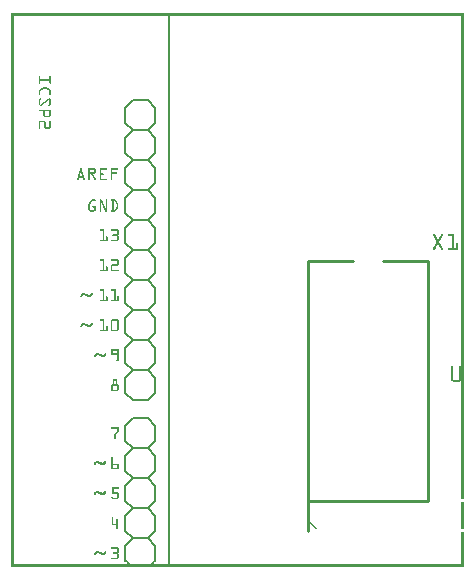
<source format=gto>
G04 MADE WITH FRITZING*
G04 WWW.FRITZING.ORG*
G04 DOUBLE SIDED*
G04 HOLES PLATED*
G04 CONTOUR ON CENTER OF CONTOUR VECTOR*
%ASAXBY*%
%FSLAX23Y23*%
%MOIN*%
%OFA0B0*%
%SFA1.0B1.0*%
%ADD10C,0.010000*%
%ADD11C,0.006000*%
%ADD12R,0.001000X0.001000*%
%LNSILK1*%
G90*
G70*
G54D10*
X987Y220D02*
X987Y120D01*
G54D11*
D02*
X380Y1381D02*
X380Y1431D01*
D02*
X380Y1181D02*
X380Y1231D01*
D02*
X380Y1281D02*
X380Y1331D01*
D02*
X380Y1081D02*
X380Y1131D01*
D02*
X380Y881D02*
X380Y931D01*
D02*
X380Y981D02*
X380Y1031D01*
D02*
X380Y781D02*
X380Y831D01*
D02*
X380Y581D02*
X380Y631D01*
D02*
X380Y681D02*
X380Y731D01*
D02*
X380Y1481D02*
X380Y1531D01*
D02*
X405Y1356D02*
X380Y1381D01*
D02*
X380Y1431D02*
X405Y1456D01*
D02*
X405Y1456D02*
X455Y1456D01*
D02*
X455Y1456D02*
X480Y1431D01*
D02*
X480Y1431D02*
X480Y1381D01*
D02*
X480Y1381D02*
X455Y1356D01*
D02*
X380Y1231D02*
X405Y1256D01*
D02*
X405Y1256D02*
X455Y1256D01*
D02*
X455Y1256D02*
X480Y1231D01*
D02*
X405Y1256D02*
X380Y1281D01*
D02*
X380Y1331D02*
X405Y1356D01*
D02*
X405Y1356D02*
X455Y1356D01*
D02*
X455Y1356D02*
X480Y1331D01*
D02*
X480Y1331D02*
X480Y1281D01*
D02*
X480Y1281D02*
X455Y1256D01*
D02*
X405Y1056D02*
X380Y1081D01*
D02*
X380Y1131D02*
X405Y1156D01*
D02*
X405Y1156D02*
X455Y1156D01*
D02*
X455Y1156D02*
X480Y1131D01*
D02*
X480Y1131D02*
X480Y1081D01*
D02*
X480Y1081D02*
X455Y1056D01*
D02*
X380Y1181D02*
X405Y1156D01*
D02*
X455Y1156D02*
X480Y1181D01*
D02*
X480Y1231D02*
X480Y1181D01*
D02*
X380Y931D02*
X405Y956D01*
D02*
X405Y956D02*
X455Y956D01*
D02*
X455Y956D02*
X480Y931D01*
D02*
X405Y956D02*
X380Y981D01*
D02*
X380Y1031D02*
X405Y1056D01*
D02*
X405Y1056D02*
X455Y1056D01*
D02*
X455Y1056D02*
X480Y1031D01*
D02*
X480Y1031D02*
X480Y981D01*
D02*
X480Y981D02*
X455Y956D01*
D02*
X405Y756D02*
X380Y781D01*
D02*
X380Y831D02*
X405Y856D01*
D02*
X405Y856D02*
X455Y856D01*
D02*
X455Y856D02*
X480Y831D01*
D02*
X480Y831D02*
X480Y781D01*
D02*
X480Y781D02*
X455Y756D01*
D02*
X380Y881D02*
X405Y856D01*
D02*
X455Y856D02*
X480Y881D01*
D02*
X480Y931D02*
X480Y881D01*
D02*
X380Y631D02*
X405Y656D01*
D02*
X405Y656D02*
X455Y656D01*
D02*
X455Y656D02*
X480Y631D01*
D02*
X405Y656D02*
X380Y681D01*
D02*
X380Y731D02*
X405Y756D01*
D02*
X405Y756D02*
X455Y756D01*
D02*
X455Y756D02*
X480Y731D01*
D02*
X480Y731D02*
X480Y681D01*
D02*
X480Y681D02*
X455Y656D01*
D02*
X405Y556D02*
X455Y556D01*
D02*
X380Y581D02*
X405Y556D01*
D02*
X455Y556D02*
X480Y581D01*
D02*
X480Y631D02*
X480Y581D01*
D02*
X380Y1531D02*
X405Y1556D01*
D02*
X405Y1556D02*
X455Y1556D01*
D02*
X455Y1556D02*
X480Y1531D01*
D02*
X380Y1481D02*
X405Y1456D01*
D02*
X455Y1456D02*
X480Y1481D01*
D02*
X480Y1531D02*
X480Y1481D01*
D02*
X380Y321D02*
X380Y371D01*
D02*
X380Y371D02*
X405Y396D01*
D02*
X405Y396D02*
X455Y396D01*
D02*
X455Y396D02*
X480Y371D01*
D02*
X405Y196D02*
X380Y221D01*
D02*
X380Y221D02*
X380Y271D01*
D02*
X380Y271D02*
X405Y296D01*
D02*
X405Y296D02*
X455Y296D01*
D02*
X455Y296D02*
X480Y271D01*
D02*
X480Y271D02*
X480Y221D01*
D02*
X480Y221D02*
X455Y196D01*
D02*
X380Y321D02*
X405Y296D01*
D02*
X455Y296D02*
X480Y321D01*
D02*
X480Y371D02*
X480Y321D01*
D02*
X380Y21D02*
X380Y71D01*
D02*
X380Y71D02*
X405Y96D01*
D02*
X405Y96D02*
X455Y96D01*
D02*
X455Y96D02*
X480Y71D01*
D02*
X405Y96D02*
X380Y121D01*
D02*
X380Y121D02*
X380Y171D01*
D02*
X380Y171D02*
X405Y196D01*
D02*
X405Y196D02*
X455Y196D01*
D02*
X455Y196D02*
X480Y171D01*
D02*
X480Y171D02*
X480Y121D01*
D02*
X480Y121D02*
X455Y96D01*
D02*
X480Y71D02*
X480Y21D01*
D02*
X380Y421D02*
X380Y471D01*
D02*
X380Y471D02*
X405Y496D01*
D02*
X405Y496D02*
X455Y496D01*
D02*
X455Y496D02*
X480Y471D01*
D02*
X380Y421D02*
X405Y396D01*
D02*
X455Y396D02*
X480Y421D01*
D02*
X480Y471D02*
X480Y421D01*
G54D10*
D02*
X987Y1020D02*
X987Y220D01*
D02*
X987Y220D02*
X1387Y220D01*
D02*
X1387Y220D02*
X1387Y1020D01*
D02*
X987Y1020D02*
X1137Y1020D01*
D02*
X1237Y1020D02*
X1387Y1020D01*
G54D12*
X0Y1845D02*
X1507Y1845D01*
X0Y1844D02*
X1507Y1844D01*
X0Y1843D02*
X1507Y1843D01*
X0Y1842D02*
X1507Y1842D01*
X0Y1841D02*
X1507Y1841D01*
X0Y1840D02*
X1507Y1840D01*
X0Y1839D02*
X1507Y1839D01*
X0Y1838D02*
X1507Y1838D01*
X0Y1837D02*
X7Y1837D01*
X522Y1837D02*
X529Y1837D01*
X1500Y1837D02*
X1507Y1837D01*
X0Y1836D02*
X7Y1836D01*
X522Y1836D02*
X529Y1836D01*
X1500Y1836D02*
X1507Y1836D01*
X0Y1835D02*
X7Y1835D01*
X522Y1835D02*
X529Y1835D01*
X1500Y1835D02*
X1507Y1835D01*
X0Y1834D02*
X7Y1834D01*
X522Y1834D02*
X529Y1834D01*
X1500Y1834D02*
X1507Y1834D01*
X0Y1833D02*
X7Y1833D01*
X522Y1833D02*
X529Y1833D01*
X1500Y1833D02*
X1507Y1833D01*
X0Y1832D02*
X7Y1832D01*
X522Y1832D02*
X529Y1832D01*
X1500Y1832D02*
X1507Y1832D01*
X0Y1831D02*
X7Y1831D01*
X522Y1831D02*
X529Y1831D01*
X1500Y1831D02*
X1507Y1831D01*
X0Y1830D02*
X7Y1830D01*
X522Y1830D02*
X529Y1830D01*
X1500Y1830D02*
X1507Y1830D01*
X0Y1829D02*
X7Y1829D01*
X522Y1829D02*
X529Y1829D01*
X1500Y1829D02*
X1507Y1829D01*
X0Y1828D02*
X7Y1828D01*
X522Y1828D02*
X529Y1828D01*
X1500Y1828D02*
X1507Y1828D01*
X0Y1827D02*
X7Y1827D01*
X522Y1827D02*
X529Y1827D01*
X1500Y1827D02*
X1507Y1827D01*
X0Y1826D02*
X7Y1826D01*
X522Y1826D02*
X529Y1826D01*
X1500Y1826D02*
X1507Y1826D01*
X0Y1825D02*
X7Y1825D01*
X522Y1825D02*
X529Y1825D01*
X1500Y1825D02*
X1507Y1825D01*
X0Y1824D02*
X7Y1824D01*
X522Y1824D02*
X529Y1824D01*
X1500Y1824D02*
X1507Y1824D01*
X0Y1823D02*
X7Y1823D01*
X522Y1823D02*
X529Y1823D01*
X1500Y1823D02*
X1507Y1823D01*
X0Y1822D02*
X7Y1822D01*
X522Y1822D02*
X529Y1822D01*
X1500Y1822D02*
X1507Y1822D01*
X0Y1821D02*
X7Y1821D01*
X522Y1821D02*
X529Y1821D01*
X1500Y1821D02*
X1507Y1821D01*
X0Y1820D02*
X7Y1820D01*
X522Y1820D02*
X529Y1820D01*
X1500Y1820D02*
X1507Y1820D01*
X0Y1819D02*
X7Y1819D01*
X522Y1819D02*
X529Y1819D01*
X1500Y1819D02*
X1507Y1819D01*
X0Y1818D02*
X7Y1818D01*
X522Y1818D02*
X529Y1818D01*
X1500Y1818D02*
X1507Y1818D01*
X0Y1817D02*
X7Y1817D01*
X522Y1817D02*
X529Y1817D01*
X1500Y1817D02*
X1507Y1817D01*
X0Y1816D02*
X7Y1816D01*
X522Y1816D02*
X529Y1816D01*
X1500Y1816D02*
X1507Y1816D01*
X0Y1815D02*
X7Y1815D01*
X522Y1815D02*
X529Y1815D01*
X1500Y1815D02*
X1507Y1815D01*
X0Y1814D02*
X7Y1814D01*
X522Y1814D02*
X529Y1814D01*
X1500Y1814D02*
X1507Y1814D01*
X0Y1813D02*
X7Y1813D01*
X522Y1813D02*
X529Y1813D01*
X1500Y1813D02*
X1507Y1813D01*
X0Y1812D02*
X7Y1812D01*
X522Y1812D02*
X529Y1812D01*
X1500Y1812D02*
X1507Y1812D01*
X0Y1811D02*
X7Y1811D01*
X522Y1811D02*
X529Y1811D01*
X1500Y1811D02*
X1507Y1811D01*
X0Y1810D02*
X7Y1810D01*
X522Y1810D02*
X529Y1810D01*
X1500Y1810D02*
X1507Y1810D01*
X0Y1809D02*
X7Y1809D01*
X522Y1809D02*
X529Y1809D01*
X1500Y1809D02*
X1507Y1809D01*
X0Y1808D02*
X7Y1808D01*
X522Y1808D02*
X529Y1808D01*
X1500Y1808D02*
X1507Y1808D01*
X0Y1807D02*
X7Y1807D01*
X522Y1807D02*
X529Y1807D01*
X1500Y1807D02*
X1507Y1807D01*
X0Y1806D02*
X7Y1806D01*
X522Y1806D02*
X529Y1806D01*
X1500Y1806D02*
X1507Y1806D01*
X0Y1805D02*
X7Y1805D01*
X522Y1805D02*
X529Y1805D01*
X1500Y1805D02*
X1507Y1805D01*
X0Y1804D02*
X7Y1804D01*
X522Y1804D02*
X529Y1804D01*
X1500Y1804D02*
X1507Y1804D01*
X0Y1803D02*
X7Y1803D01*
X522Y1803D02*
X529Y1803D01*
X1500Y1803D02*
X1507Y1803D01*
X0Y1802D02*
X7Y1802D01*
X522Y1802D02*
X529Y1802D01*
X1500Y1802D02*
X1507Y1802D01*
X0Y1801D02*
X7Y1801D01*
X522Y1801D02*
X529Y1801D01*
X1500Y1801D02*
X1507Y1801D01*
X0Y1800D02*
X7Y1800D01*
X522Y1800D02*
X529Y1800D01*
X1500Y1800D02*
X1507Y1800D01*
X0Y1799D02*
X7Y1799D01*
X522Y1799D02*
X529Y1799D01*
X1500Y1799D02*
X1507Y1799D01*
X0Y1798D02*
X7Y1798D01*
X522Y1798D02*
X529Y1798D01*
X1500Y1798D02*
X1507Y1798D01*
X0Y1797D02*
X7Y1797D01*
X522Y1797D02*
X529Y1797D01*
X1500Y1797D02*
X1507Y1797D01*
X0Y1796D02*
X7Y1796D01*
X522Y1796D02*
X529Y1796D01*
X1500Y1796D02*
X1507Y1796D01*
X0Y1795D02*
X7Y1795D01*
X522Y1795D02*
X529Y1795D01*
X1500Y1795D02*
X1507Y1795D01*
X0Y1794D02*
X7Y1794D01*
X522Y1794D02*
X529Y1794D01*
X1500Y1794D02*
X1507Y1794D01*
X0Y1793D02*
X7Y1793D01*
X522Y1793D02*
X529Y1793D01*
X1500Y1793D02*
X1507Y1793D01*
X0Y1792D02*
X7Y1792D01*
X522Y1792D02*
X529Y1792D01*
X1500Y1792D02*
X1507Y1792D01*
X0Y1791D02*
X7Y1791D01*
X522Y1791D02*
X529Y1791D01*
X1500Y1791D02*
X1507Y1791D01*
X0Y1790D02*
X7Y1790D01*
X522Y1790D02*
X529Y1790D01*
X1500Y1790D02*
X1507Y1790D01*
X0Y1789D02*
X7Y1789D01*
X522Y1789D02*
X529Y1789D01*
X1500Y1789D02*
X1507Y1789D01*
X0Y1788D02*
X7Y1788D01*
X522Y1788D02*
X529Y1788D01*
X1500Y1788D02*
X1507Y1788D01*
X0Y1787D02*
X7Y1787D01*
X522Y1787D02*
X529Y1787D01*
X1500Y1787D02*
X1507Y1787D01*
X0Y1786D02*
X7Y1786D01*
X522Y1786D02*
X529Y1786D01*
X1500Y1786D02*
X1507Y1786D01*
X0Y1785D02*
X7Y1785D01*
X522Y1785D02*
X529Y1785D01*
X1500Y1785D02*
X1507Y1785D01*
X0Y1784D02*
X7Y1784D01*
X522Y1784D02*
X529Y1784D01*
X1500Y1784D02*
X1507Y1784D01*
X0Y1783D02*
X7Y1783D01*
X522Y1783D02*
X529Y1783D01*
X1500Y1783D02*
X1507Y1783D01*
X0Y1782D02*
X7Y1782D01*
X522Y1782D02*
X529Y1782D01*
X1500Y1782D02*
X1507Y1782D01*
X0Y1781D02*
X7Y1781D01*
X522Y1781D02*
X529Y1781D01*
X1500Y1781D02*
X1507Y1781D01*
X0Y1780D02*
X7Y1780D01*
X522Y1780D02*
X529Y1780D01*
X1500Y1780D02*
X1507Y1780D01*
X0Y1779D02*
X7Y1779D01*
X522Y1779D02*
X529Y1779D01*
X1500Y1779D02*
X1507Y1779D01*
X0Y1778D02*
X7Y1778D01*
X522Y1778D02*
X529Y1778D01*
X1500Y1778D02*
X1507Y1778D01*
X0Y1777D02*
X7Y1777D01*
X522Y1777D02*
X529Y1777D01*
X1500Y1777D02*
X1507Y1777D01*
X0Y1776D02*
X7Y1776D01*
X522Y1776D02*
X529Y1776D01*
X1500Y1776D02*
X1507Y1776D01*
X0Y1775D02*
X7Y1775D01*
X522Y1775D02*
X529Y1775D01*
X1500Y1775D02*
X1507Y1775D01*
X0Y1774D02*
X7Y1774D01*
X522Y1774D02*
X529Y1774D01*
X1500Y1774D02*
X1507Y1774D01*
X0Y1773D02*
X7Y1773D01*
X522Y1773D02*
X529Y1773D01*
X1500Y1773D02*
X1507Y1773D01*
X0Y1772D02*
X7Y1772D01*
X522Y1772D02*
X529Y1772D01*
X1500Y1772D02*
X1507Y1772D01*
X0Y1771D02*
X7Y1771D01*
X522Y1771D02*
X529Y1771D01*
X1500Y1771D02*
X1507Y1771D01*
X0Y1770D02*
X7Y1770D01*
X522Y1770D02*
X529Y1770D01*
X1500Y1770D02*
X1507Y1770D01*
X0Y1769D02*
X7Y1769D01*
X522Y1769D02*
X529Y1769D01*
X1500Y1769D02*
X1507Y1769D01*
X0Y1768D02*
X7Y1768D01*
X522Y1768D02*
X529Y1768D01*
X1500Y1768D02*
X1507Y1768D01*
X0Y1767D02*
X7Y1767D01*
X522Y1767D02*
X529Y1767D01*
X1500Y1767D02*
X1507Y1767D01*
X0Y1766D02*
X7Y1766D01*
X522Y1766D02*
X529Y1766D01*
X1500Y1766D02*
X1507Y1766D01*
X0Y1765D02*
X7Y1765D01*
X522Y1765D02*
X529Y1765D01*
X1500Y1765D02*
X1507Y1765D01*
X0Y1764D02*
X7Y1764D01*
X522Y1764D02*
X529Y1764D01*
X1500Y1764D02*
X1507Y1764D01*
X0Y1763D02*
X7Y1763D01*
X522Y1763D02*
X529Y1763D01*
X1500Y1763D02*
X1507Y1763D01*
X0Y1762D02*
X7Y1762D01*
X522Y1762D02*
X529Y1762D01*
X1500Y1762D02*
X1507Y1762D01*
X0Y1761D02*
X7Y1761D01*
X522Y1761D02*
X529Y1761D01*
X1500Y1761D02*
X1507Y1761D01*
X0Y1760D02*
X7Y1760D01*
X522Y1760D02*
X529Y1760D01*
X1500Y1760D02*
X1507Y1760D01*
X0Y1759D02*
X7Y1759D01*
X522Y1759D02*
X529Y1759D01*
X1500Y1759D02*
X1507Y1759D01*
X0Y1758D02*
X7Y1758D01*
X522Y1758D02*
X529Y1758D01*
X1500Y1758D02*
X1507Y1758D01*
X0Y1757D02*
X7Y1757D01*
X522Y1757D02*
X529Y1757D01*
X1500Y1757D02*
X1507Y1757D01*
X0Y1756D02*
X7Y1756D01*
X522Y1756D02*
X529Y1756D01*
X1500Y1756D02*
X1507Y1756D01*
X0Y1755D02*
X7Y1755D01*
X522Y1755D02*
X529Y1755D01*
X1500Y1755D02*
X1507Y1755D01*
X0Y1754D02*
X7Y1754D01*
X522Y1754D02*
X529Y1754D01*
X1500Y1754D02*
X1507Y1754D01*
X0Y1753D02*
X7Y1753D01*
X522Y1753D02*
X529Y1753D01*
X1500Y1753D02*
X1507Y1753D01*
X0Y1752D02*
X7Y1752D01*
X522Y1752D02*
X529Y1752D01*
X1500Y1752D02*
X1507Y1752D01*
X0Y1751D02*
X7Y1751D01*
X522Y1751D02*
X529Y1751D01*
X1500Y1751D02*
X1507Y1751D01*
X0Y1750D02*
X7Y1750D01*
X522Y1750D02*
X529Y1750D01*
X1500Y1750D02*
X1507Y1750D01*
X0Y1749D02*
X7Y1749D01*
X522Y1749D02*
X529Y1749D01*
X1500Y1749D02*
X1507Y1749D01*
X0Y1748D02*
X7Y1748D01*
X522Y1748D02*
X529Y1748D01*
X1500Y1748D02*
X1507Y1748D01*
X0Y1747D02*
X7Y1747D01*
X522Y1747D02*
X529Y1747D01*
X1500Y1747D02*
X1507Y1747D01*
X0Y1746D02*
X7Y1746D01*
X522Y1746D02*
X529Y1746D01*
X1500Y1746D02*
X1507Y1746D01*
X0Y1745D02*
X7Y1745D01*
X522Y1745D02*
X529Y1745D01*
X1500Y1745D02*
X1507Y1745D01*
X0Y1744D02*
X7Y1744D01*
X522Y1744D02*
X529Y1744D01*
X1500Y1744D02*
X1507Y1744D01*
X0Y1743D02*
X7Y1743D01*
X522Y1743D02*
X529Y1743D01*
X1500Y1743D02*
X1507Y1743D01*
X0Y1742D02*
X7Y1742D01*
X522Y1742D02*
X529Y1742D01*
X1500Y1742D02*
X1507Y1742D01*
X0Y1741D02*
X7Y1741D01*
X522Y1741D02*
X529Y1741D01*
X1500Y1741D02*
X1507Y1741D01*
X0Y1740D02*
X7Y1740D01*
X522Y1740D02*
X529Y1740D01*
X1500Y1740D02*
X1507Y1740D01*
X0Y1739D02*
X7Y1739D01*
X522Y1739D02*
X529Y1739D01*
X1500Y1739D02*
X1507Y1739D01*
X0Y1738D02*
X7Y1738D01*
X522Y1738D02*
X529Y1738D01*
X1500Y1738D02*
X1507Y1738D01*
X0Y1737D02*
X7Y1737D01*
X522Y1737D02*
X529Y1737D01*
X1500Y1737D02*
X1507Y1737D01*
X0Y1736D02*
X7Y1736D01*
X522Y1736D02*
X529Y1736D01*
X1500Y1736D02*
X1507Y1736D01*
X0Y1735D02*
X7Y1735D01*
X522Y1735D02*
X529Y1735D01*
X1500Y1735D02*
X1507Y1735D01*
X0Y1734D02*
X7Y1734D01*
X522Y1734D02*
X529Y1734D01*
X1500Y1734D02*
X1507Y1734D01*
X0Y1733D02*
X7Y1733D01*
X522Y1733D02*
X529Y1733D01*
X1500Y1733D02*
X1507Y1733D01*
X0Y1732D02*
X7Y1732D01*
X522Y1732D02*
X529Y1732D01*
X1500Y1732D02*
X1507Y1732D01*
X0Y1731D02*
X7Y1731D01*
X522Y1731D02*
X529Y1731D01*
X1500Y1731D02*
X1507Y1731D01*
X0Y1730D02*
X7Y1730D01*
X522Y1730D02*
X529Y1730D01*
X1500Y1730D02*
X1507Y1730D01*
X0Y1729D02*
X7Y1729D01*
X522Y1729D02*
X529Y1729D01*
X1500Y1729D02*
X1507Y1729D01*
X0Y1728D02*
X7Y1728D01*
X522Y1728D02*
X529Y1728D01*
X1500Y1728D02*
X1507Y1728D01*
X0Y1727D02*
X7Y1727D01*
X522Y1727D02*
X529Y1727D01*
X1500Y1727D02*
X1507Y1727D01*
X0Y1726D02*
X7Y1726D01*
X522Y1726D02*
X529Y1726D01*
X1500Y1726D02*
X1507Y1726D01*
X0Y1725D02*
X7Y1725D01*
X522Y1725D02*
X529Y1725D01*
X1500Y1725D02*
X1507Y1725D01*
X0Y1724D02*
X7Y1724D01*
X522Y1724D02*
X529Y1724D01*
X1500Y1724D02*
X1507Y1724D01*
X0Y1723D02*
X7Y1723D01*
X522Y1723D02*
X529Y1723D01*
X1500Y1723D02*
X1507Y1723D01*
X0Y1722D02*
X7Y1722D01*
X522Y1722D02*
X529Y1722D01*
X1500Y1722D02*
X1507Y1722D01*
X0Y1721D02*
X7Y1721D01*
X522Y1721D02*
X529Y1721D01*
X1500Y1721D02*
X1507Y1721D01*
X0Y1720D02*
X7Y1720D01*
X522Y1720D02*
X529Y1720D01*
X1500Y1720D02*
X1507Y1720D01*
X0Y1719D02*
X7Y1719D01*
X522Y1719D02*
X529Y1719D01*
X1500Y1719D02*
X1507Y1719D01*
X0Y1718D02*
X7Y1718D01*
X522Y1718D02*
X529Y1718D01*
X1500Y1718D02*
X1507Y1718D01*
X0Y1717D02*
X7Y1717D01*
X522Y1717D02*
X529Y1717D01*
X1500Y1717D02*
X1507Y1717D01*
X0Y1716D02*
X7Y1716D01*
X522Y1716D02*
X529Y1716D01*
X1500Y1716D02*
X1507Y1716D01*
X0Y1715D02*
X7Y1715D01*
X522Y1715D02*
X529Y1715D01*
X1500Y1715D02*
X1507Y1715D01*
X0Y1714D02*
X7Y1714D01*
X522Y1714D02*
X529Y1714D01*
X1500Y1714D02*
X1507Y1714D01*
X0Y1713D02*
X7Y1713D01*
X522Y1713D02*
X529Y1713D01*
X1500Y1713D02*
X1507Y1713D01*
X0Y1712D02*
X7Y1712D01*
X522Y1712D02*
X529Y1712D01*
X1500Y1712D02*
X1507Y1712D01*
X0Y1711D02*
X7Y1711D01*
X522Y1711D02*
X529Y1711D01*
X1500Y1711D02*
X1507Y1711D01*
X0Y1710D02*
X7Y1710D01*
X522Y1710D02*
X529Y1710D01*
X1500Y1710D02*
X1507Y1710D01*
X0Y1709D02*
X7Y1709D01*
X522Y1709D02*
X529Y1709D01*
X1500Y1709D02*
X1507Y1709D01*
X0Y1708D02*
X7Y1708D01*
X522Y1708D02*
X529Y1708D01*
X1500Y1708D02*
X1507Y1708D01*
X0Y1707D02*
X7Y1707D01*
X522Y1707D02*
X529Y1707D01*
X1500Y1707D02*
X1507Y1707D01*
X0Y1706D02*
X7Y1706D01*
X522Y1706D02*
X529Y1706D01*
X1500Y1706D02*
X1507Y1706D01*
X0Y1705D02*
X7Y1705D01*
X522Y1705D02*
X529Y1705D01*
X1500Y1705D02*
X1507Y1705D01*
X0Y1704D02*
X7Y1704D01*
X522Y1704D02*
X529Y1704D01*
X1500Y1704D02*
X1507Y1704D01*
X0Y1703D02*
X7Y1703D01*
X522Y1703D02*
X529Y1703D01*
X1500Y1703D02*
X1507Y1703D01*
X0Y1702D02*
X7Y1702D01*
X522Y1702D02*
X529Y1702D01*
X1500Y1702D02*
X1507Y1702D01*
X0Y1701D02*
X7Y1701D01*
X522Y1701D02*
X529Y1701D01*
X1500Y1701D02*
X1507Y1701D01*
X0Y1700D02*
X7Y1700D01*
X522Y1700D02*
X529Y1700D01*
X1500Y1700D02*
X1507Y1700D01*
X0Y1699D02*
X7Y1699D01*
X522Y1699D02*
X529Y1699D01*
X1500Y1699D02*
X1507Y1699D01*
X0Y1698D02*
X7Y1698D01*
X522Y1698D02*
X529Y1698D01*
X1500Y1698D02*
X1507Y1698D01*
X0Y1697D02*
X7Y1697D01*
X522Y1697D02*
X529Y1697D01*
X1500Y1697D02*
X1507Y1697D01*
X0Y1696D02*
X7Y1696D01*
X522Y1696D02*
X529Y1696D01*
X1500Y1696D02*
X1507Y1696D01*
X0Y1695D02*
X7Y1695D01*
X522Y1695D02*
X529Y1695D01*
X1500Y1695D02*
X1507Y1695D01*
X0Y1694D02*
X7Y1694D01*
X522Y1694D02*
X529Y1694D01*
X1500Y1694D02*
X1507Y1694D01*
X0Y1693D02*
X7Y1693D01*
X522Y1693D02*
X529Y1693D01*
X1500Y1693D02*
X1507Y1693D01*
X0Y1692D02*
X7Y1692D01*
X522Y1692D02*
X529Y1692D01*
X1500Y1692D02*
X1507Y1692D01*
X0Y1691D02*
X7Y1691D01*
X522Y1691D02*
X529Y1691D01*
X1500Y1691D02*
X1507Y1691D01*
X0Y1690D02*
X7Y1690D01*
X522Y1690D02*
X529Y1690D01*
X1500Y1690D02*
X1507Y1690D01*
X0Y1689D02*
X7Y1689D01*
X522Y1689D02*
X529Y1689D01*
X1500Y1689D02*
X1507Y1689D01*
X0Y1688D02*
X7Y1688D01*
X522Y1688D02*
X529Y1688D01*
X1500Y1688D02*
X1507Y1688D01*
X0Y1687D02*
X7Y1687D01*
X522Y1687D02*
X529Y1687D01*
X1500Y1687D02*
X1507Y1687D01*
X0Y1686D02*
X7Y1686D01*
X522Y1686D02*
X529Y1686D01*
X1500Y1686D02*
X1507Y1686D01*
X0Y1685D02*
X7Y1685D01*
X522Y1685D02*
X529Y1685D01*
X1500Y1685D02*
X1507Y1685D01*
X0Y1684D02*
X7Y1684D01*
X522Y1684D02*
X529Y1684D01*
X1500Y1684D02*
X1507Y1684D01*
X0Y1683D02*
X7Y1683D01*
X522Y1683D02*
X529Y1683D01*
X1500Y1683D02*
X1507Y1683D01*
X0Y1682D02*
X7Y1682D01*
X522Y1682D02*
X529Y1682D01*
X1500Y1682D02*
X1507Y1682D01*
X0Y1681D02*
X7Y1681D01*
X522Y1681D02*
X529Y1681D01*
X1500Y1681D02*
X1507Y1681D01*
X0Y1680D02*
X7Y1680D01*
X522Y1680D02*
X529Y1680D01*
X1500Y1680D02*
X1507Y1680D01*
X0Y1679D02*
X7Y1679D01*
X522Y1679D02*
X529Y1679D01*
X1500Y1679D02*
X1507Y1679D01*
X0Y1678D02*
X7Y1678D01*
X522Y1678D02*
X529Y1678D01*
X1500Y1678D02*
X1507Y1678D01*
X0Y1677D02*
X7Y1677D01*
X522Y1677D02*
X529Y1677D01*
X1500Y1677D02*
X1507Y1677D01*
X0Y1676D02*
X7Y1676D01*
X522Y1676D02*
X529Y1676D01*
X1500Y1676D02*
X1507Y1676D01*
X0Y1675D02*
X7Y1675D01*
X522Y1675D02*
X529Y1675D01*
X1500Y1675D02*
X1507Y1675D01*
X0Y1674D02*
X7Y1674D01*
X522Y1674D02*
X529Y1674D01*
X1500Y1674D02*
X1507Y1674D01*
X0Y1673D02*
X7Y1673D01*
X522Y1673D02*
X529Y1673D01*
X1500Y1673D02*
X1507Y1673D01*
X0Y1672D02*
X7Y1672D01*
X522Y1672D02*
X529Y1672D01*
X1500Y1672D02*
X1507Y1672D01*
X0Y1671D02*
X7Y1671D01*
X522Y1671D02*
X529Y1671D01*
X1500Y1671D02*
X1507Y1671D01*
X0Y1670D02*
X7Y1670D01*
X522Y1670D02*
X529Y1670D01*
X1500Y1670D02*
X1507Y1670D01*
X0Y1669D02*
X7Y1669D01*
X522Y1669D02*
X529Y1669D01*
X1500Y1669D02*
X1507Y1669D01*
X0Y1668D02*
X7Y1668D01*
X522Y1668D02*
X529Y1668D01*
X1500Y1668D02*
X1507Y1668D01*
X0Y1667D02*
X7Y1667D01*
X522Y1667D02*
X529Y1667D01*
X1500Y1667D02*
X1507Y1667D01*
X0Y1666D02*
X7Y1666D01*
X522Y1666D02*
X529Y1666D01*
X1500Y1666D02*
X1507Y1666D01*
X0Y1665D02*
X7Y1665D01*
X522Y1665D02*
X529Y1665D01*
X1500Y1665D02*
X1507Y1665D01*
X0Y1664D02*
X7Y1664D01*
X522Y1664D02*
X529Y1664D01*
X1500Y1664D02*
X1507Y1664D01*
X0Y1663D02*
X7Y1663D01*
X522Y1663D02*
X529Y1663D01*
X1500Y1663D02*
X1507Y1663D01*
X0Y1662D02*
X7Y1662D01*
X522Y1662D02*
X529Y1662D01*
X1500Y1662D02*
X1507Y1662D01*
X0Y1661D02*
X7Y1661D01*
X522Y1661D02*
X529Y1661D01*
X1500Y1661D02*
X1507Y1661D01*
X0Y1660D02*
X7Y1660D01*
X522Y1660D02*
X529Y1660D01*
X1500Y1660D02*
X1507Y1660D01*
X0Y1659D02*
X7Y1659D01*
X522Y1659D02*
X529Y1659D01*
X1500Y1659D02*
X1507Y1659D01*
X0Y1658D02*
X7Y1658D01*
X522Y1658D02*
X529Y1658D01*
X1500Y1658D02*
X1507Y1658D01*
X0Y1657D02*
X7Y1657D01*
X522Y1657D02*
X529Y1657D01*
X1500Y1657D02*
X1507Y1657D01*
X0Y1656D02*
X7Y1656D01*
X522Y1656D02*
X529Y1656D01*
X1500Y1656D02*
X1507Y1656D01*
X0Y1655D02*
X7Y1655D01*
X522Y1655D02*
X529Y1655D01*
X1500Y1655D02*
X1507Y1655D01*
X0Y1654D02*
X7Y1654D01*
X522Y1654D02*
X529Y1654D01*
X1500Y1654D02*
X1507Y1654D01*
X0Y1653D02*
X7Y1653D01*
X522Y1653D02*
X529Y1653D01*
X1500Y1653D02*
X1507Y1653D01*
X0Y1652D02*
X7Y1652D01*
X522Y1652D02*
X529Y1652D01*
X1500Y1652D02*
X1507Y1652D01*
X0Y1651D02*
X7Y1651D01*
X522Y1651D02*
X529Y1651D01*
X1500Y1651D02*
X1507Y1651D01*
X0Y1650D02*
X7Y1650D01*
X522Y1650D02*
X529Y1650D01*
X1500Y1650D02*
X1507Y1650D01*
X0Y1649D02*
X7Y1649D01*
X522Y1649D02*
X529Y1649D01*
X1500Y1649D02*
X1507Y1649D01*
X0Y1648D02*
X7Y1648D01*
X522Y1648D02*
X529Y1648D01*
X1500Y1648D02*
X1507Y1648D01*
X0Y1647D02*
X7Y1647D01*
X522Y1647D02*
X529Y1647D01*
X1500Y1647D02*
X1507Y1647D01*
X0Y1646D02*
X7Y1646D01*
X522Y1646D02*
X529Y1646D01*
X1500Y1646D02*
X1507Y1646D01*
X0Y1645D02*
X7Y1645D01*
X522Y1645D02*
X529Y1645D01*
X1500Y1645D02*
X1507Y1645D01*
X0Y1644D02*
X7Y1644D01*
X522Y1644D02*
X529Y1644D01*
X1500Y1644D02*
X1507Y1644D01*
X0Y1643D02*
X7Y1643D01*
X522Y1643D02*
X529Y1643D01*
X1500Y1643D02*
X1507Y1643D01*
X0Y1642D02*
X7Y1642D01*
X522Y1642D02*
X529Y1642D01*
X1500Y1642D02*
X1507Y1642D01*
X0Y1641D02*
X7Y1641D01*
X522Y1641D02*
X529Y1641D01*
X1500Y1641D02*
X1507Y1641D01*
X0Y1640D02*
X7Y1640D01*
X522Y1640D02*
X529Y1640D01*
X1500Y1640D02*
X1507Y1640D01*
X0Y1639D02*
X7Y1639D01*
X522Y1639D02*
X529Y1639D01*
X1500Y1639D02*
X1507Y1639D01*
X0Y1638D02*
X7Y1638D01*
X522Y1638D02*
X529Y1638D01*
X1500Y1638D02*
X1507Y1638D01*
X0Y1637D02*
X7Y1637D01*
X93Y1637D02*
X94Y1637D01*
X128Y1637D02*
X130Y1637D01*
X522Y1637D02*
X529Y1637D01*
X1500Y1637D02*
X1507Y1637D01*
X0Y1636D02*
X7Y1636D01*
X92Y1636D02*
X95Y1636D01*
X127Y1636D02*
X131Y1636D01*
X522Y1636D02*
X529Y1636D01*
X1500Y1636D02*
X1507Y1636D01*
X0Y1635D02*
X7Y1635D01*
X92Y1635D02*
X96Y1635D01*
X127Y1635D02*
X131Y1635D01*
X522Y1635D02*
X529Y1635D01*
X1500Y1635D02*
X1507Y1635D01*
X0Y1634D02*
X7Y1634D01*
X91Y1634D02*
X96Y1634D01*
X127Y1634D02*
X131Y1634D01*
X522Y1634D02*
X529Y1634D01*
X1500Y1634D02*
X1507Y1634D01*
X0Y1633D02*
X7Y1633D01*
X91Y1633D02*
X96Y1633D01*
X127Y1633D02*
X131Y1633D01*
X522Y1633D02*
X529Y1633D01*
X1500Y1633D02*
X1507Y1633D01*
X0Y1632D02*
X7Y1632D01*
X91Y1632D02*
X96Y1632D01*
X127Y1632D02*
X131Y1632D01*
X522Y1632D02*
X529Y1632D01*
X1500Y1632D02*
X1507Y1632D01*
X0Y1631D02*
X7Y1631D01*
X91Y1631D02*
X96Y1631D01*
X127Y1631D02*
X131Y1631D01*
X522Y1631D02*
X529Y1631D01*
X1500Y1631D02*
X1507Y1631D01*
X0Y1630D02*
X7Y1630D01*
X91Y1630D02*
X96Y1630D01*
X127Y1630D02*
X131Y1630D01*
X522Y1630D02*
X529Y1630D01*
X1500Y1630D02*
X1507Y1630D01*
X0Y1629D02*
X7Y1629D01*
X91Y1629D02*
X96Y1629D01*
X127Y1629D02*
X131Y1629D01*
X522Y1629D02*
X529Y1629D01*
X1500Y1629D02*
X1507Y1629D01*
X0Y1628D02*
X7Y1628D01*
X91Y1628D02*
X96Y1628D01*
X127Y1628D02*
X131Y1628D01*
X522Y1628D02*
X529Y1628D01*
X1500Y1628D02*
X1507Y1628D01*
X0Y1627D02*
X7Y1627D01*
X91Y1627D02*
X131Y1627D01*
X522Y1627D02*
X529Y1627D01*
X1500Y1627D02*
X1507Y1627D01*
X0Y1626D02*
X7Y1626D01*
X91Y1626D02*
X131Y1626D01*
X522Y1626D02*
X529Y1626D01*
X1500Y1626D02*
X1507Y1626D01*
X0Y1625D02*
X7Y1625D01*
X91Y1625D02*
X131Y1625D01*
X522Y1625D02*
X529Y1625D01*
X1500Y1625D02*
X1507Y1625D01*
X0Y1624D02*
X7Y1624D01*
X91Y1624D02*
X131Y1624D01*
X522Y1624D02*
X529Y1624D01*
X1500Y1624D02*
X1507Y1624D01*
X0Y1623D02*
X7Y1623D01*
X91Y1623D02*
X131Y1623D01*
X522Y1623D02*
X529Y1623D01*
X1500Y1623D02*
X1507Y1623D01*
X0Y1622D02*
X7Y1622D01*
X91Y1622D02*
X131Y1622D01*
X522Y1622D02*
X529Y1622D01*
X1500Y1622D02*
X1507Y1622D01*
X0Y1621D02*
X7Y1621D01*
X91Y1621D02*
X96Y1621D01*
X127Y1621D02*
X131Y1621D01*
X522Y1621D02*
X529Y1621D01*
X1500Y1621D02*
X1507Y1621D01*
X0Y1620D02*
X7Y1620D01*
X91Y1620D02*
X96Y1620D01*
X127Y1620D02*
X131Y1620D01*
X522Y1620D02*
X529Y1620D01*
X1500Y1620D02*
X1507Y1620D01*
X0Y1619D02*
X7Y1619D01*
X91Y1619D02*
X96Y1619D01*
X127Y1619D02*
X131Y1619D01*
X522Y1619D02*
X529Y1619D01*
X1500Y1619D02*
X1507Y1619D01*
X0Y1618D02*
X7Y1618D01*
X91Y1618D02*
X96Y1618D01*
X127Y1618D02*
X131Y1618D01*
X522Y1618D02*
X529Y1618D01*
X1500Y1618D02*
X1507Y1618D01*
X0Y1617D02*
X7Y1617D01*
X91Y1617D02*
X96Y1617D01*
X127Y1617D02*
X131Y1617D01*
X522Y1617D02*
X529Y1617D01*
X1500Y1617D02*
X1507Y1617D01*
X0Y1616D02*
X7Y1616D01*
X91Y1616D02*
X96Y1616D01*
X127Y1616D02*
X131Y1616D01*
X522Y1616D02*
X529Y1616D01*
X1500Y1616D02*
X1507Y1616D01*
X0Y1615D02*
X7Y1615D01*
X91Y1615D02*
X96Y1615D01*
X127Y1615D02*
X131Y1615D01*
X522Y1615D02*
X529Y1615D01*
X1500Y1615D02*
X1507Y1615D01*
X0Y1614D02*
X7Y1614D01*
X91Y1614D02*
X96Y1614D01*
X127Y1614D02*
X131Y1614D01*
X522Y1614D02*
X529Y1614D01*
X1500Y1614D02*
X1507Y1614D01*
X0Y1613D02*
X7Y1613D01*
X92Y1613D02*
X95Y1613D01*
X127Y1613D02*
X131Y1613D01*
X522Y1613D02*
X529Y1613D01*
X1500Y1613D02*
X1507Y1613D01*
X0Y1612D02*
X7Y1612D01*
X93Y1612D02*
X95Y1612D01*
X128Y1612D02*
X130Y1612D01*
X522Y1612D02*
X529Y1612D01*
X1500Y1612D02*
X1507Y1612D01*
X0Y1611D02*
X7Y1611D01*
X522Y1611D02*
X529Y1611D01*
X1500Y1611D02*
X1507Y1611D01*
X0Y1610D02*
X7Y1610D01*
X522Y1610D02*
X529Y1610D01*
X1500Y1610D02*
X1507Y1610D01*
X0Y1609D02*
X7Y1609D01*
X522Y1609D02*
X529Y1609D01*
X1500Y1609D02*
X1507Y1609D01*
X0Y1608D02*
X7Y1608D01*
X522Y1608D02*
X529Y1608D01*
X1500Y1608D02*
X1507Y1608D01*
X0Y1607D02*
X7Y1607D01*
X522Y1607D02*
X529Y1607D01*
X1500Y1607D02*
X1507Y1607D01*
X0Y1606D02*
X7Y1606D01*
X522Y1606D02*
X529Y1606D01*
X1500Y1606D02*
X1507Y1606D01*
X0Y1605D02*
X7Y1605D01*
X522Y1605D02*
X529Y1605D01*
X1500Y1605D02*
X1507Y1605D01*
X0Y1604D02*
X7Y1604D01*
X522Y1604D02*
X529Y1604D01*
X1500Y1604D02*
X1507Y1604D01*
X0Y1603D02*
X7Y1603D01*
X522Y1603D02*
X529Y1603D01*
X1500Y1603D02*
X1507Y1603D01*
X0Y1602D02*
X7Y1602D01*
X522Y1602D02*
X529Y1602D01*
X1500Y1602D02*
X1507Y1602D01*
X0Y1601D02*
X7Y1601D01*
X522Y1601D02*
X529Y1601D01*
X1500Y1601D02*
X1507Y1601D01*
X0Y1600D02*
X7Y1600D01*
X522Y1600D02*
X529Y1600D01*
X1500Y1600D02*
X1507Y1600D01*
X0Y1599D02*
X7Y1599D01*
X108Y1599D02*
X115Y1599D01*
X522Y1599D02*
X529Y1599D01*
X1500Y1599D02*
X1507Y1599D01*
X0Y1598D02*
X7Y1598D01*
X105Y1598D02*
X117Y1598D01*
X522Y1598D02*
X529Y1598D01*
X1500Y1598D02*
X1507Y1598D01*
X0Y1597D02*
X7Y1597D01*
X103Y1597D02*
X119Y1597D01*
X522Y1597D02*
X529Y1597D01*
X1500Y1597D02*
X1507Y1597D01*
X0Y1596D02*
X7Y1596D01*
X101Y1596D02*
X121Y1596D01*
X522Y1596D02*
X529Y1596D01*
X1500Y1596D02*
X1507Y1596D01*
X0Y1595D02*
X7Y1595D01*
X99Y1595D02*
X123Y1595D01*
X522Y1595D02*
X529Y1595D01*
X1500Y1595D02*
X1507Y1595D01*
X0Y1594D02*
X7Y1594D01*
X97Y1594D02*
X108Y1594D01*
X115Y1594D02*
X125Y1594D01*
X522Y1594D02*
X529Y1594D01*
X1500Y1594D02*
X1507Y1594D01*
X0Y1593D02*
X7Y1593D01*
X95Y1593D02*
X106Y1593D01*
X117Y1593D02*
X127Y1593D01*
X522Y1593D02*
X529Y1593D01*
X1500Y1593D02*
X1507Y1593D01*
X0Y1592D02*
X7Y1592D01*
X94Y1592D02*
X104Y1592D01*
X119Y1592D02*
X129Y1592D01*
X522Y1592D02*
X529Y1592D01*
X1500Y1592D02*
X1507Y1592D01*
X0Y1591D02*
X7Y1591D01*
X93Y1591D02*
X102Y1591D01*
X121Y1591D02*
X130Y1591D01*
X522Y1591D02*
X529Y1591D01*
X1500Y1591D02*
X1507Y1591D01*
X0Y1590D02*
X7Y1590D01*
X92Y1590D02*
X100Y1590D01*
X123Y1590D02*
X130Y1590D01*
X522Y1590D02*
X529Y1590D01*
X1500Y1590D02*
X1507Y1590D01*
X0Y1589D02*
X7Y1589D01*
X92Y1589D02*
X98Y1589D01*
X124Y1589D02*
X131Y1589D01*
X522Y1589D02*
X529Y1589D01*
X1500Y1589D02*
X1507Y1589D01*
X0Y1588D02*
X7Y1588D01*
X92Y1588D02*
X97Y1588D01*
X126Y1588D02*
X131Y1588D01*
X522Y1588D02*
X529Y1588D01*
X1500Y1588D02*
X1507Y1588D01*
X0Y1587D02*
X7Y1587D01*
X92Y1587D02*
X96Y1587D01*
X127Y1587D02*
X131Y1587D01*
X522Y1587D02*
X529Y1587D01*
X1500Y1587D02*
X1507Y1587D01*
X0Y1586D02*
X7Y1586D01*
X91Y1586D02*
X96Y1586D01*
X127Y1586D02*
X131Y1586D01*
X522Y1586D02*
X529Y1586D01*
X1500Y1586D02*
X1507Y1586D01*
X0Y1585D02*
X7Y1585D01*
X91Y1585D02*
X96Y1585D01*
X127Y1585D02*
X131Y1585D01*
X522Y1585D02*
X529Y1585D01*
X1500Y1585D02*
X1507Y1585D01*
X0Y1584D02*
X7Y1584D01*
X91Y1584D02*
X96Y1584D01*
X127Y1584D02*
X131Y1584D01*
X522Y1584D02*
X529Y1584D01*
X1500Y1584D02*
X1507Y1584D01*
X0Y1583D02*
X7Y1583D01*
X91Y1583D02*
X96Y1583D01*
X127Y1583D02*
X131Y1583D01*
X522Y1583D02*
X529Y1583D01*
X1500Y1583D02*
X1507Y1583D01*
X0Y1582D02*
X7Y1582D01*
X91Y1582D02*
X96Y1582D01*
X127Y1582D02*
X131Y1582D01*
X522Y1582D02*
X529Y1582D01*
X1500Y1582D02*
X1507Y1582D01*
X0Y1581D02*
X7Y1581D01*
X91Y1581D02*
X96Y1581D01*
X127Y1581D02*
X131Y1581D01*
X522Y1581D02*
X529Y1581D01*
X1500Y1581D02*
X1507Y1581D01*
X0Y1580D02*
X7Y1580D01*
X91Y1580D02*
X96Y1580D01*
X127Y1580D02*
X131Y1580D01*
X522Y1580D02*
X529Y1580D01*
X1500Y1580D02*
X1507Y1580D01*
X0Y1579D02*
X7Y1579D01*
X91Y1579D02*
X96Y1579D01*
X127Y1579D02*
X131Y1579D01*
X522Y1579D02*
X529Y1579D01*
X1500Y1579D02*
X1507Y1579D01*
X0Y1578D02*
X7Y1578D01*
X91Y1578D02*
X96Y1578D01*
X127Y1578D02*
X131Y1578D01*
X522Y1578D02*
X529Y1578D01*
X1500Y1578D02*
X1507Y1578D01*
X0Y1577D02*
X7Y1577D01*
X91Y1577D02*
X96Y1577D01*
X127Y1577D02*
X131Y1577D01*
X522Y1577D02*
X529Y1577D01*
X1500Y1577D02*
X1507Y1577D01*
X0Y1576D02*
X7Y1576D01*
X92Y1576D02*
X96Y1576D01*
X127Y1576D02*
X131Y1576D01*
X522Y1576D02*
X529Y1576D01*
X1500Y1576D02*
X1507Y1576D01*
X0Y1575D02*
X7Y1575D01*
X92Y1575D02*
X95Y1575D01*
X127Y1575D02*
X130Y1575D01*
X522Y1575D02*
X529Y1575D01*
X1500Y1575D02*
X1507Y1575D01*
X0Y1574D02*
X7Y1574D01*
X129Y1574D02*
X129Y1574D01*
X522Y1574D02*
X529Y1574D01*
X1500Y1574D02*
X1507Y1574D01*
X0Y1573D02*
X7Y1573D01*
X522Y1573D02*
X529Y1573D01*
X1500Y1573D02*
X1507Y1573D01*
X0Y1572D02*
X7Y1572D01*
X522Y1572D02*
X529Y1572D01*
X1500Y1572D02*
X1507Y1572D01*
X0Y1571D02*
X7Y1571D01*
X522Y1571D02*
X529Y1571D01*
X1500Y1571D02*
X1507Y1571D01*
X0Y1570D02*
X7Y1570D01*
X522Y1570D02*
X529Y1570D01*
X1500Y1570D02*
X1507Y1570D01*
X0Y1569D02*
X7Y1569D01*
X522Y1569D02*
X529Y1569D01*
X1500Y1569D02*
X1507Y1569D01*
X0Y1568D02*
X7Y1568D01*
X522Y1568D02*
X529Y1568D01*
X1500Y1568D02*
X1507Y1568D01*
X0Y1567D02*
X7Y1567D01*
X522Y1567D02*
X529Y1567D01*
X1500Y1567D02*
X1507Y1567D01*
X0Y1566D02*
X7Y1566D01*
X522Y1566D02*
X529Y1566D01*
X1500Y1566D02*
X1507Y1566D01*
X0Y1565D02*
X7Y1565D01*
X522Y1565D02*
X529Y1565D01*
X1500Y1565D02*
X1507Y1565D01*
X0Y1564D02*
X7Y1564D01*
X522Y1564D02*
X529Y1564D01*
X1500Y1564D02*
X1507Y1564D01*
X0Y1563D02*
X7Y1563D01*
X522Y1563D02*
X529Y1563D01*
X1500Y1563D02*
X1507Y1563D01*
X0Y1562D02*
X7Y1562D01*
X96Y1562D02*
X99Y1562D01*
X124Y1562D02*
X127Y1562D01*
X522Y1562D02*
X529Y1562D01*
X1500Y1562D02*
X1507Y1562D01*
X0Y1561D02*
X7Y1561D01*
X94Y1561D02*
X100Y1561D01*
X122Y1561D02*
X129Y1561D01*
X522Y1561D02*
X529Y1561D01*
X1500Y1561D02*
X1507Y1561D01*
X0Y1560D02*
X7Y1560D01*
X93Y1560D02*
X100Y1560D01*
X121Y1560D02*
X130Y1560D01*
X522Y1560D02*
X529Y1560D01*
X1500Y1560D02*
X1507Y1560D01*
X0Y1559D02*
X7Y1559D01*
X93Y1559D02*
X100Y1559D01*
X120Y1559D02*
X130Y1559D01*
X522Y1559D02*
X529Y1559D01*
X1500Y1559D02*
X1507Y1559D01*
X0Y1558D02*
X7Y1558D01*
X92Y1558D02*
X99Y1558D01*
X118Y1558D02*
X131Y1558D01*
X522Y1558D02*
X529Y1558D01*
X1500Y1558D02*
X1507Y1558D01*
X0Y1557D02*
X7Y1557D01*
X92Y1557D02*
X97Y1557D01*
X117Y1557D02*
X131Y1557D01*
X522Y1557D02*
X529Y1557D01*
X1500Y1557D02*
X1507Y1557D01*
X0Y1556D02*
X7Y1556D01*
X92Y1556D02*
X96Y1556D01*
X116Y1556D02*
X123Y1556D01*
X127Y1556D02*
X131Y1556D01*
X522Y1556D02*
X529Y1556D01*
X1500Y1556D02*
X1507Y1556D01*
X0Y1555D02*
X7Y1555D01*
X91Y1555D02*
X96Y1555D01*
X115Y1555D02*
X122Y1555D01*
X127Y1555D02*
X131Y1555D01*
X522Y1555D02*
X529Y1555D01*
X1500Y1555D02*
X1507Y1555D01*
X0Y1554D02*
X7Y1554D01*
X91Y1554D02*
X96Y1554D01*
X113Y1554D02*
X121Y1554D01*
X127Y1554D02*
X131Y1554D01*
X522Y1554D02*
X529Y1554D01*
X1500Y1554D02*
X1507Y1554D01*
X0Y1553D02*
X7Y1553D01*
X91Y1553D02*
X96Y1553D01*
X112Y1553D02*
X120Y1553D01*
X127Y1553D02*
X131Y1553D01*
X522Y1553D02*
X529Y1553D01*
X1500Y1553D02*
X1507Y1553D01*
X0Y1552D02*
X7Y1552D01*
X91Y1552D02*
X96Y1552D01*
X111Y1552D02*
X118Y1552D01*
X127Y1552D02*
X131Y1552D01*
X522Y1552D02*
X529Y1552D01*
X1500Y1552D02*
X1507Y1552D01*
X0Y1551D02*
X7Y1551D01*
X91Y1551D02*
X96Y1551D01*
X109Y1551D02*
X117Y1551D01*
X127Y1551D02*
X131Y1551D01*
X522Y1551D02*
X529Y1551D01*
X1500Y1551D02*
X1507Y1551D01*
X0Y1550D02*
X7Y1550D01*
X91Y1550D02*
X96Y1550D01*
X108Y1550D02*
X116Y1550D01*
X127Y1550D02*
X131Y1550D01*
X522Y1550D02*
X529Y1550D01*
X1500Y1550D02*
X1507Y1550D01*
X0Y1549D02*
X7Y1549D01*
X91Y1549D02*
X96Y1549D01*
X107Y1549D02*
X114Y1549D01*
X127Y1549D02*
X131Y1549D01*
X522Y1549D02*
X529Y1549D01*
X1500Y1549D02*
X1507Y1549D01*
X0Y1548D02*
X7Y1548D01*
X91Y1548D02*
X96Y1548D01*
X105Y1548D02*
X113Y1548D01*
X127Y1548D02*
X131Y1548D01*
X522Y1548D02*
X529Y1548D01*
X1500Y1548D02*
X1507Y1548D01*
X0Y1547D02*
X7Y1547D01*
X91Y1547D02*
X96Y1547D01*
X104Y1547D02*
X112Y1547D01*
X127Y1547D02*
X131Y1547D01*
X522Y1547D02*
X529Y1547D01*
X1500Y1547D02*
X1507Y1547D01*
X0Y1546D02*
X7Y1546D01*
X91Y1546D02*
X96Y1546D01*
X103Y1546D02*
X111Y1546D01*
X127Y1546D02*
X131Y1546D01*
X522Y1546D02*
X529Y1546D01*
X1500Y1546D02*
X1507Y1546D01*
X0Y1545D02*
X7Y1545D01*
X91Y1545D02*
X96Y1545D01*
X102Y1545D02*
X109Y1545D01*
X127Y1545D02*
X131Y1545D01*
X522Y1545D02*
X529Y1545D01*
X1500Y1545D02*
X1507Y1545D01*
X0Y1544D02*
X7Y1544D01*
X91Y1544D02*
X96Y1544D01*
X100Y1544D02*
X108Y1544D01*
X127Y1544D02*
X131Y1544D01*
X522Y1544D02*
X529Y1544D01*
X1500Y1544D02*
X1507Y1544D01*
X0Y1543D02*
X7Y1543D01*
X91Y1543D02*
X96Y1543D01*
X99Y1543D02*
X107Y1543D01*
X127Y1543D02*
X131Y1543D01*
X522Y1543D02*
X529Y1543D01*
X1500Y1543D02*
X1507Y1543D01*
X0Y1542D02*
X7Y1542D01*
X91Y1542D02*
X96Y1542D01*
X98Y1542D02*
X105Y1542D01*
X126Y1542D02*
X131Y1542D01*
X522Y1542D02*
X529Y1542D01*
X1500Y1542D02*
X1507Y1542D01*
X0Y1541D02*
X7Y1541D01*
X92Y1541D02*
X104Y1541D01*
X123Y1541D02*
X131Y1541D01*
X522Y1541D02*
X529Y1541D01*
X1500Y1541D02*
X1507Y1541D01*
X0Y1540D02*
X7Y1540D01*
X92Y1540D02*
X103Y1540D01*
X123Y1540D02*
X130Y1540D01*
X522Y1540D02*
X529Y1540D01*
X1500Y1540D02*
X1507Y1540D01*
X0Y1539D02*
X7Y1539D01*
X93Y1539D02*
X102Y1539D01*
X122Y1539D02*
X129Y1539D01*
X522Y1539D02*
X529Y1539D01*
X1500Y1539D02*
X1507Y1539D01*
X0Y1538D02*
X7Y1538D01*
X94Y1538D02*
X100Y1538D01*
X123Y1538D02*
X128Y1538D01*
X522Y1538D02*
X529Y1538D01*
X1500Y1538D02*
X1507Y1538D01*
X0Y1537D02*
X7Y1537D01*
X95Y1537D02*
X99Y1537D01*
X124Y1537D02*
X127Y1537D01*
X522Y1537D02*
X529Y1537D01*
X1500Y1537D02*
X1507Y1537D01*
X0Y1536D02*
X7Y1536D01*
X522Y1536D02*
X529Y1536D01*
X1500Y1536D02*
X1507Y1536D01*
X0Y1535D02*
X7Y1535D01*
X522Y1535D02*
X529Y1535D01*
X1500Y1535D02*
X1507Y1535D01*
X0Y1534D02*
X7Y1534D01*
X522Y1534D02*
X529Y1534D01*
X1500Y1534D02*
X1507Y1534D01*
X0Y1533D02*
X7Y1533D01*
X522Y1533D02*
X529Y1533D01*
X1500Y1533D02*
X1507Y1533D01*
X0Y1532D02*
X7Y1532D01*
X522Y1532D02*
X529Y1532D01*
X1500Y1532D02*
X1507Y1532D01*
X0Y1531D02*
X7Y1531D01*
X522Y1531D02*
X529Y1531D01*
X1500Y1531D02*
X1507Y1531D01*
X0Y1530D02*
X7Y1530D01*
X522Y1530D02*
X529Y1530D01*
X1500Y1530D02*
X1507Y1530D01*
X0Y1529D02*
X7Y1529D01*
X522Y1529D02*
X529Y1529D01*
X1500Y1529D02*
X1507Y1529D01*
X0Y1528D02*
X7Y1528D01*
X522Y1528D02*
X529Y1528D01*
X1500Y1528D02*
X1507Y1528D01*
X0Y1527D02*
X7Y1527D01*
X522Y1527D02*
X529Y1527D01*
X1500Y1527D02*
X1507Y1527D01*
X0Y1526D02*
X7Y1526D01*
X522Y1526D02*
X529Y1526D01*
X1500Y1526D02*
X1507Y1526D01*
X0Y1525D02*
X7Y1525D01*
X522Y1525D02*
X529Y1525D01*
X1500Y1525D02*
X1507Y1525D01*
X0Y1524D02*
X7Y1524D01*
X92Y1524D02*
X131Y1524D01*
X522Y1524D02*
X529Y1524D01*
X1500Y1524D02*
X1507Y1524D01*
X0Y1523D02*
X7Y1523D01*
X92Y1523D02*
X131Y1523D01*
X522Y1523D02*
X529Y1523D01*
X1500Y1523D02*
X1507Y1523D01*
X0Y1522D02*
X7Y1522D01*
X92Y1522D02*
X131Y1522D01*
X522Y1522D02*
X529Y1522D01*
X1500Y1522D02*
X1507Y1522D01*
X0Y1521D02*
X7Y1521D01*
X92Y1521D02*
X131Y1521D01*
X522Y1521D02*
X529Y1521D01*
X1500Y1521D02*
X1507Y1521D01*
X0Y1520D02*
X7Y1520D01*
X93Y1520D02*
X131Y1520D01*
X522Y1520D02*
X529Y1520D01*
X1500Y1520D02*
X1507Y1520D01*
X0Y1519D02*
X7Y1519D01*
X107Y1519D02*
X111Y1519D01*
X127Y1519D02*
X131Y1519D01*
X522Y1519D02*
X529Y1519D01*
X1500Y1519D02*
X1507Y1519D01*
X0Y1518D02*
X7Y1518D01*
X107Y1518D02*
X111Y1518D01*
X127Y1518D02*
X131Y1518D01*
X522Y1518D02*
X529Y1518D01*
X1500Y1518D02*
X1507Y1518D01*
X0Y1517D02*
X7Y1517D01*
X107Y1517D02*
X111Y1517D01*
X127Y1517D02*
X131Y1517D01*
X522Y1517D02*
X529Y1517D01*
X1500Y1517D02*
X1507Y1517D01*
X0Y1516D02*
X7Y1516D01*
X107Y1516D02*
X111Y1516D01*
X127Y1516D02*
X131Y1516D01*
X522Y1516D02*
X529Y1516D01*
X1500Y1516D02*
X1507Y1516D01*
X0Y1515D02*
X7Y1515D01*
X107Y1515D02*
X111Y1515D01*
X127Y1515D02*
X131Y1515D01*
X522Y1515D02*
X529Y1515D01*
X1500Y1515D02*
X1507Y1515D01*
X0Y1514D02*
X7Y1514D01*
X107Y1514D02*
X111Y1514D01*
X127Y1514D02*
X131Y1514D01*
X522Y1514D02*
X529Y1514D01*
X1500Y1514D02*
X1507Y1514D01*
X0Y1513D02*
X7Y1513D01*
X107Y1513D02*
X111Y1513D01*
X127Y1513D02*
X131Y1513D01*
X522Y1513D02*
X529Y1513D01*
X1500Y1513D02*
X1507Y1513D01*
X0Y1512D02*
X7Y1512D01*
X107Y1512D02*
X111Y1512D01*
X127Y1512D02*
X131Y1512D01*
X522Y1512D02*
X529Y1512D01*
X1500Y1512D02*
X1507Y1512D01*
X0Y1511D02*
X7Y1511D01*
X107Y1511D02*
X111Y1511D01*
X127Y1511D02*
X131Y1511D01*
X522Y1511D02*
X529Y1511D01*
X1500Y1511D02*
X1507Y1511D01*
X0Y1510D02*
X7Y1510D01*
X107Y1510D02*
X111Y1510D01*
X127Y1510D02*
X131Y1510D01*
X522Y1510D02*
X529Y1510D01*
X1500Y1510D02*
X1507Y1510D01*
X0Y1509D02*
X7Y1509D01*
X107Y1509D02*
X111Y1509D01*
X127Y1509D02*
X131Y1509D01*
X522Y1509D02*
X529Y1509D01*
X1500Y1509D02*
X1507Y1509D01*
X0Y1508D02*
X7Y1508D01*
X107Y1508D02*
X111Y1508D01*
X127Y1508D02*
X131Y1508D01*
X522Y1508D02*
X529Y1508D01*
X1500Y1508D02*
X1507Y1508D01*
X0Y1507D02*
X7Y1507D01*
X107Y1507D02*
X111Y1507D01*
X127Y1507D02*
X131Y1507D01*
X522Y1507D02*
X529Y1507D01*
X1500Y1507D02*
X1507Y1507D01*
X0Y1506D02*
X7Y1506D01*
X107Y1506D02*
X111Y1506D01*
X127Y1506D02*
X131Y1506D01*
X522Y1506D02*
X529Y1506D01*
X1500Y1506D02*
X1507Y1506D01*
X0Y1505D02*
X7Y1505D01*
X107Y1505D02*
X112Y1505D01*
X126Y1505D02*
X131Y1505D01*
X522Y1505D02*
X529Y1505D01*
X1500Y1505D02*
X1507Y1505D01*
X0Y1504D02*
X7Y1504D01*
X107Y1504D02*
X131Y1504D01*
X522Y1504D02*
X529Y1504D01*
X1500Y1504D02*
X1507Y1504D01*
X0Y1503D02*
X7Y1503D01*
X108Y1503D02*
X130Y1503D01*
X522Y1503D02*
X529Y1503D01*
X1500Y1503D02*
X1507Y1503D01*
X0Y1502D02*
X7Y1502D01*
X109Y1502D02*
X129Y1502D01*
X522Y1502D02*
X529Y1502D01*
X1500Y1502D02*
X1507Y1502D01*
X0Y1501D02*
X7Y1501D01*
X110Y1501D02*
X128Y1501D01*
X522Y1501D02*
X529Y1501D01*
X1500Y1501D02*
X1507Y1501D01*
X0Y1500D02*
X7Y1500D01*
X111Y1500D02*
X127Y1500D01*
X522Y1500D02*
X529Y1500D01*
X1500Y1500D02*
X1507Y1500D01*
X0Y1499D02*
X7Y1499D01*
X114Y1499D02*
X124Y1499D01*
X522Y1499D02*
X529Y1499D01*
X1500Y1499D02*
X1507Y1499D01*
X0Y1498D02*
X7Y1498D01*
X522Y1498D02*
X529Y1498D01*
X1500Y1498D02*
X1507Y1498D01*
X0Y1497D02*
X7Y1497D01*
X522Y1497D02*
X529Y1497D01*
X1500Y1497D02*
X1507Y1497D01*
X0Y1496D02*
X7Y1496D01*
X522Y1496D02*
X529Y1496D01*
X1500Y1496D02*
X1507Y1496D01*
X0Y1495D02*
X7Y1495D01*
X522Y1495D02*
X529Y1495D01*
X1500Y1495D02*
X1507Y1495D01*
X0Y1494D02*
X7Y1494D01*
X522Y1494D02*
X529Y1494D01*
X1500Y1494D02*
X1507Y1494D01*
X0Y1493D02*
X7Y1493D01*
X522Y1493D02*
X529Y1493D01*
X1500Y1493D02*
X1507Y1493D01*
X0Y1492D02*
X7Y1492D01*
X522Y1492D02*
X529Y1492D01*
X1500Y1492D02*
X1507Y1492D01*
X0Y1491D02*
X7Y1491D01*
X522Y1491D02*
X529Y1491D01*
X1500Y1491D02*
X1507Y1491D01*
X0Y1490D02*
X7Y1490D01*
X522Y1490D02*
X529Y1490D01*
X1500Y1490D02*
X1507Y1490D01*
X0Y1489D02*
X7Y1489D01*
X522Y1489D02*
X529Y1489D01*
X1500Y1489D02*
X1507Y1489D01*
X0Y1488D02*
X7Y1488D01*
X522Y1488D02*
X529Y1488D01*
X1500Y1488D02*
X1507Y1488D01*
X0Y1487D02*
X7Y1487D01*
X92Y1487D02*
X110Y1487D01*
X128Y1487D02*
X130Y1487D01*
X522Y1487D02*
X529Y1487D01*
X1500Y1487D02*
X1507Y1487D01*
X0Y1486D02*
X7Y1486D01*
X91Y1486D02*
X112Y1486D01*
X127Y1486D02*
X131Y1486D01*
X522Y1486D02*
X529Y1486D01*
X1500Y1486D02*
X1507Y1486D01*
X0Y1485D02*
X7Y1485D01*
X91Y1485D02*
X112Y1485D01*
X127Y1485D02*
X131Y1485D01*
X522Y1485D02*
X529Y1485D01*
X1500Y1485D02*
X1507Y1485D01*
X0Y1484D02*
X7Y1484D01*
X91Y1484D02*
X113Y1484D01*
X127Y1484D02*
X131Y1484D01*
X522Y1484D02*
X529Y1484D01*
X1500Y1484D02*
X1507Y1484D01*
X0Y1483D02*
X7Y1483D01*
X91Y1483D02*
X113Y1483D01*
X127Y1483D02*
X131Y1483D01*
X522Y1483D02*
X529Y1483D01*
X1500Y1483D02*
X1507Y1483D01*
X0Y1482D02*
X7Y1482D01*
X91Y1482D02*
X96Y1482D01*
X109Y1482D02*
X113Y1482D01*
X127Y1482D02*
X131Y1482D01*
X522Y1482D02*
X529Y1482D01*
X1500Y1482D02*
X1507Y1482D01*
X0Y1481D02*
X7Y1481D01*
X91Y1481D02*
X96Y1481D01*
X109Y1481D02*
X113Y1481D01*
X127Y1481D02*
X131Y1481D01*
X522Y1481D02*
X529Y1481D01*
X1500Y1481D02*
X1507Y1481D01*
X0Y1480D02*
X7Y1480D01*
X91Y1480D02*
X96Y1480D01*
X109Y1480D02*
X113Y1480D01*
X127Y1480D02*
X131Y1480D01*
X522Y1480D02*
X529Y1480D01*
X1500Y1480D02*
X1507Y1480D01*
X0Y1479D02*
X7Y1479D01*
X91Y1479D02*
X96Y1479D01*
X109Y1479D02*
X113Y1479D01*
X127Y1479D02*
X131Y1479D01*
X522Y1479D02*
X529Y1479D01*
X1500Y1479D02*
X1507Y1479D01*
X0Y1478D02*
X7Y1478D01*
X91Y1478D02*
X96Y1478D01*
X109Y1478D02*
X113Y1478D01*
X127Y1478D02*
X131Y1478D01*
X522Y1478D02*
X529Y1478D01*
X1500Y1478D02*
X1507Y1478D01*
X0Y1477D02*
X7Y1477D01*
X91Y1477D02*
X96Y1477D01*
X109Y1477D02*
X113Y1477D01*
X127Y1477D02*
X131Y1477D01*
X522Y1477D02*
X529Y1477D01*
X1500Y1477D02*
X1507Y1477D01*
X0Y1476D02*
X7Y1476D01*
X91Y1476D02*
X96Y1476D01*
X109Y1476D02*
X113Y1476D01*
X127Y1476D02*
X131Y1476D01*
X522Y1476D02*
X529Y1476D01*
X1500Y1476D02*
X1507Y1476D01*
X0Y1475D02*
X7Y1475D01*
X91Y1475D02*
X96Y1475D01*
X109Y1475D02*
X113Y1475D01*
X127Y1475D02*
X131Y1475D01*
X522Y1475D02*
X529Y1475D01*
X1500Y1475D02*
X1507Y1475D01*
X0Y1474D02*
X7Y1474D01*
X91Y1474D02*
X96Y1474D01*
X109Y1474D02*
X113Y1474D01*
X127Y1474D02*
X131Y1474D01*
X522Y1474D02*
X529Y1474D01*
X1500Y1474D02*
X1507Y1474D01*
X0Y1473D02*
X7Y1473D01*
X91Y1473D02*
X96Y1473D01*
X109Y1473D02*
X113Y1473D01*
X127Y1473D02*
X131Y1473D01*
X522Y1473D02*
X529Y1473D01*
X1500Y1473D02*
X1507Y1473D01*
X0Y1472D02*
X7Y1472D01*
X91Y1472D02*
X96Y1472D01*
X109Y1472D02*
X113Y1472D01*
X127Y1472D02*
X131Y1472D01*
X522Y1472D02*
X529Y1472D01*
X1500Y1472D02*
X1507Y1472D01*
X0Y1471D02*
X7Y1471D01*
X91Y1471D02*
X96Y1471D01*
X109Y1471D02*
X113Y1471D01*
X127Y1471D02*
X131Y1471D01*
X522Y1471D02*
X529Y1471D01*
X1500Y1471D02*
X1507Y1471D01*
X0Y1470D02*
X7Y1470D01*
X91Y1470D02*
X96Y1470D01*
X109Y1470D02*
X113Y1470D01*
X127Y1470D02*
X131Y1470D01*
X522Y1470D02*
X529Y1470D01*
X1500Y1470D02*
X1507Y1470D01*
X0Y1469D02*
X7Y1469D01*
X91Y1469D02*
X96Y1469D01*
X109Y1469D02*
X113Y1469D01*
X127Y1469D02*
X131Y1469D01*
X522Y1469D02*
X529Y1469D01*
X1500Y1469D02*
X1507Y1469D01*
X0Y1468D02*
X7Y1468D01*
X91Y1468D02*
X96Y1468D01*
X109Y1468D02*
X113Y1468D01*
X127Y1468D02*
X131Y1468D01*
X522Y1468D02*
X529Y1468D01*
X1500Y1468D02*
X1507Y1468D01*
X0Y1467D02*
X7Y1467D01*
X91Y1467D02*
X96Y1467D01*
X109Y1467D02*
X114Y1467D01*
X127Y1467D02*
X131Y1467D01*
X522Y1467D02*
X529Y1467D01*
X1500Y1467D02*
X1507Y1467D01*
X0Y1466D02*
X7Y1466D01*
X91Y1466D02*
X96Y1466D01*
X109Y1466D02*
X131Y1466D01*
X522Y1466D02*
X529Y1466D01*
X1500Y1466D02*
X1507Y1466D01*
X0Y1465D02*
X7Y1465D01*
X91Y1465D02*
X96Y1465D01*
X110Y1465D02*
X131Y1465D01*
X522Y1465D02*
X529Y1465D01*
X1500Y1465D02*
X1507Y1465D01*
X0Y1464D02*
X7Y1464D01*
X91Y1464D02*
X96Y1464D01*
X110Y1464D02*
X130Y1464D01*
X522Y1464D02*
X529Y1464D01*
X1500Y1464D02*
X1507Y1464D01*
X0Y1463D02*
X7Y1463D01*
X92Y1463D02*
X95Y1463D01*
X111Y1463D02*
X129Y1463D01*
X522Y1463D02*
X529Y1463D01*
X1500Y1463D02*
X1507Y1463D01*
X0Y1462D02*
X7Y1462D01*
X93Y1462D02*
X95Y1462D01*
X112Y1462D02*
X128Y1462D01*
X522Y1462D02*
X529Y1462D01*
X1500Y1462D02*
X1507Y1462D01*
X0Y1461D02*
X7Y1461D01*
X522Y1461D02*
X529Y1461D01*
X1500Y1461D02*
X1507Y1461D01*
X0Y1460D02*
X7Y1460D01*
X522Y1460D02*
X529Y1460D01*
X1500Y1460D02*
X1507Y1460D01*
X0Y1459D02*
X7Y1459D01*
X522Y1459D02*
X529Y1459D01*
X1500Y1459D02*
X1507Y1459D01*
X0Y1458D02*
X7Y1458D01*
X522Y1458D02*
X529Y1458D01*
X1500Y1458D02*
X1507Y1458D01*
X0Y1457D02*
X7Y1457D01*
X522Y1457D02*
X529Y1457D01*
X1500Y1457D02*
X1507Y1457D01*
X0Y1456D02*
X7Y1456D01*
X522Y1456D02*
X529Y1456D01*
X1500Y1456D02*
X1507Y1456D01*
X0Y1455D02*
X7Y1455D01*
X522Y1455D02*
X529Y1455D01*
X1500Y1455D02*
X1507Y1455D01*
X0Y1454D02*
X7Y1454D01*
X522Y1454D02*
X529Y1454D01*
X1500Y1454D02*
X1507Y1454D01*
X0Y1453D02*
X7Y1453D01*
X522Y1453D02*
X529Y1453D01*
X1500Y1453D02*
X1507Y1453D01*
X0Y1452D02*
X7Y1452D01*
X522Y1452D02*
X529Y1452D01*
X1500Y1452D02*
X1507Y1452D01*
X0Y1451D02*
X7Y1451D01*
X522Y1451D02*
X529Y1451D01*
X1500Y1451D02*
X1507Y1451D01*
X0Y1450D02*
X7Y1450D01*
X522Y1450D02*
X529Y1450D01*
X1500Y1450D02*
X1507Y1450D01*
X0Y1449D02*
X7Y1449D01*
X522Y1449D02*
X529Y1449D01*
X1500Y1449D02*
X1507Y1449D01*
X0Y1448D02*
X7Y1448D01*
X522Y1448D02*
X529Y1448D01*
X1500Y1448D02*
X1507Y1448D01*
X0Y1447D02*
X7Y1447D01*
X522Y1447D02*
X529Y1447D01*
X1500Y1447D02*
X1507Y1447D01*
X0Y1446D02*
X7Y1446D01*
X522Y1446D02*
X529Y1446D01*
X1500Y1446D02*
X1507Y1446D01*
X0Y1445D02*
X7Y1445D01*
X522Y1445D02*
X529Y1445D01*
X1500Y1445D02*
X1507Y1445D01*
X0Y1444D02*
X7Y1444D01*
X522Y1444D02*
X529Y1444D01*
X1500Y1444D02*
X1507Y1444D01*
X0Y1443D02*
X7Y1443D01*
X522Y1443D02*
X529Y1443D01*
X1500Y1443D02*
X1507Y1443D01*
X0Y1442D02*
X7Y1442D01*
X522Y1442D02*
X529Y1442D01*
X1500Y1442D02*
X1507Y1442D01*
X0Y1441D02*
X7Y1441D01*
X522Y1441D02*
X529Y1441D01*
X1500Y1441D02*
X1507Y1441D01*
X0Y1440D02*
X7Y1440D01*
X522Y1440D02*
X529Y1440D01*
X1500Y1440D02*
X1507Y1440D01*
X0Y1439D02*
X7Y1439D01*
X522Y1439D02*
X529Y1439D01*
X1500Y1439D02*
X1507Y1439D01*
X0Y1438D02*
X7Y1438D01*
X522Y1438D02*
X529Y1438D01*
X1500Y1438D02*
X1507Y1438D01*
X0Y1437D02*
X7Y1437D01*
X522Y1437D02*
X529Y1437D01*
X1500Y1437D02*
X1507Y1437D01*
X0Y1436D02*
X7Y1436D01*
X522Y1436D02*
X529Y1436D01*
X1500Y1436D02*
X1507Y1436D01*
X0Y1435D02*
X7Y1435D01*
X522Y1435D02*
X529Y1435D01*
X1500Y1435D02*
X1507Y1435D01*
X0Y1434D02*
X7Y1434D01*
X522Y1434D02*
X529Y1434D01*
X1500Y1434D02*
X1507Y1434D01*
X0Y1433D02*
X7Y1433D01*
X522Y1433D02*
X529Y1433D01*
X1500Y1433D02*
X1507Y1433D01*
X0Y1432D02*
X7Y1432D01*
X522Y1432D02*
X529Y1432D01*
X1500Y1432D02*
X1507Y1432D01*
X0Y1431D02*
X7Y1431D01*
X522Y1431D02*
X529Y1431D01*
X1500Y1431D02*
X1507Y1431D01*
X0Y1430D02*
X7Y1430D01*
X522Y1430D02*
X529Y1430D01*
X1500Y1430D02*
X1507Y1430D01*
X0Y1429D02*
X7Y1429D01*
X522Y1429D02*
X529Y1429D01*
X1500Y1429D02*
X1507Y1429D01*
X0Y1428D02*
X7Y1428D01*
X522Y1428D02*
X529Y1428D01*
X1500Y1428D02*
X1507Y1428D01*
X0Y1427D02*
X7Y1427D01*
X522Y1427D02*
X529Y1427D01*
X1500Y1427D02*
X1507Y1427D01*
X0Y1426D02*
X7Y1426D01*
X522Y1426D02*
X529Y1426D01*
X1500Y1426D02*
X1507Y1426D01*
X0Y1425D02*
X7Y1425D01*
X522Y1425D02*
X529Y1425D01*
X1500Y1425D02*
X1507Y1425D01*
X0Y1424D02*
X7Y1424D01*
X522Y1424D02*
X529Y1424D01*
X1500Y1424D02*
X1507Y1424D01*
X0Y1423D02*
X7Y1423D01*
X522Y1423D02*
X529Y1423D01*
X1500Y1423D02*
X1507Y1423D01*
X0Y1422D02*
X7Y1422D01*
X522Y1422D02*
X529Y1422D01*
X1500Y1422D02*
X1507Y1422D01*
X0Y1421D02*
X7Y1421D01*
X522Y1421D02*
X529Y1421D01*
X1500Y1421D02*
X1507Y1421D01*
X0Y1420D02*
X7Y1420D01*
X522Y1420D02*
X529Y1420D01*
X1500Y1420D02*
X1507Y1420D01*
X0Y1419D02*
X7Y1419D01*
X522Y1419D02*
X529Y1419D01*
X1500Y1419D02*
X1507Y1419D01*
X0Y1418D02*
X7Y1418D01*
X522Y1418D02*
X529Y1418D01*
X1500Y1418D02*
X1507Y1418D01*
X0Y1417D02*
X7Y1417D01*
X522Y1417D02*
X529Y1417D01*
X1500Y1417D02*
X1507Y1417D01*
X0Y1416D02*
X7Y1416D01*
X522Y1416D02*
X529Y1416D01*
X1500Y1416D02*
X1507Y1416D01*
X0Y1415D02*
X7Y1415D01*
X522Y1415D02*
X529Y1415D01*
X1500Y1415D02*
X1507Y1415D01*
X0Y1414D02*
X7Y1414D01*
X522Y1414D02*
X529Y1414D01*
X1500Y1414D02*
X1507Y1414D01*
X0Y1413D02*
X7Y1413D01*
X522Y1413D02*
X529Y1413D01*
X1500Y1413D02*
X1507Y1413D01*
X0Y1412D02*
X7Y1412D01*
X522Y1412D02*
X529Y1412D01*
X1500Y1412D02*
X1507Y1412D01*
X0Y1411D02*
X7Y1411D01*
X522Y1411D02*
X529Y1411D01*
X1500Y1411D02*
X1507Y1411D01*
X0Y1410D02*
X7Y1410D01*
X522Y1410D02*
X529Y1410D01*
X1500Y1410D02*
X1507Y1410D01*
X0Y1409D02*
X7Y1409D01*
X522Y1409D02*
X529Y1409D01*
X1500Y1409D02*
X1507Y1409D01*
X0Y1408D02*
X7Y1408D01*
X522Y1408D02*
X529Y1408D01*
X1500Y1408D02*
X1507Y1408D01*
X0Y1407D02*
X7Y1407D01*
X522Y1407D02*
X529Y1407D01*
X1500Y1407D02*
X1507Y1407D01*
X0Y1406D02*
X7Y1406D01*
X522Y1406D02*
X529Y1406D01*
X1500Y1406D02*
X1507Y1406D01*
X0Y1405D02*
X7Y1405D01*
X522Y1405D02*
X529Y1405D01*
X1500Y1405D02*
X1507Y1405D01*
X0Y1404D02*
X7Y1404D01*
X522Y1404D02*
X529Y1404D01*
X1500Y1404D02*
X1507Y1404D01*
X0Y1403D02*
X7Y1403D01*
X522Y1403D02*
X529Y1403D01*
X1500Y1403D02*
X1507Y1403D01*
X0Y1402D02*
X7Y1402D01*
X522Y1402D02*
X529Y1402D01*
X1500Y1402D02*
X1507Y1402D01*
X0Y1401D02*
X7Y1401D01*
X522Y1401D02*
X529Y1401D01*
X1500Y1401D02*
X1507Y1401D01*
X0Y1400D02*
X7Y1400D01*
X522Y1400D02*
X529Y1400D01*
X1500Y1400D02*
X1507Y1400D01*
X0Y1399D02*
X7Y1399D01*
X522Y1399D02*
X529Y1399D01*
X1500Y1399D02*
X1507Y1399D01*
X0Y1398D02*
X7Y1398D01*
X522Y1398D02*
X529Y1398D01*
X1500Y1398D02*
X1507Y1398D01*
X0Y1397D02*
X7Y1397D01*
X522Y1397D02*
X529Y1397D01*
X1500Y1397D02*
X1507Y1397D01*
X0Y1396D02*
X7Y1396D01*
X522Y1396D02*
X529Y1396D01*
X1500Y1396D02*
X1507Y1396D01*
X0Y1395D02*
X7Y1395D01*
X522Y1395D02*
X529Y1395D01*
X1500Y1395D02*
X1507Y1395D01*
X0Y1394D02*
X7Y1394D01*
X522Y1394D02*
X529Y1394D01*
X1500Y1394D02*
X1507Y1394D01*
X0Y1393D02*
X7Y1393D01*
X522Y1393D02*
X529Y1393D01*
X1500Y1393D02*
X1507Y1393D01*
X0Y1392D02*
X7Y1392D01*
X522Y1392D02*
X529Y1392D01*
X1500Y1392D02*
X1507Y1392D01*
X0Y1391D02*
X7Y1391D01*
X522Y1391D02*
X529Y1391D01*
X1500Y1391D02*
X1507Y1391D01*
X0Y1390D02*
X7Y1390D01*
X522Y1390D02*
X529Y1390D01*
X1500Y1390D02*
X1507Y1390D01*
X0Y1389D02*
X7Y1389D01*
X522Y1389D02*
X529Y1389D01*
X1500Y1389D02*
X1507Y1389D01*
X0Y1388D02*
X7Y1388D01*
X522Y1388D02*
X529Y1388D01*
X1500Y1388D02*
X1507Y1388D01*
X0Y1387D02*
X7Y1387D01*
X522Y1387D02*
X529Y1387D01*
X1500Y1387D02*
X1507Y1387D01*
X0Y1386D02*
X7Y1386D01*
X522Y1386D02*
X529Y1386D01*
X1500Y1386D02*
X1507Y1386D01*
X0Y1385D02*
X7Y1385D01*
X522Y1385D02*
X529Y1385D01*
X1500Y1385D02*
X1507Y1385D01*
X0Y1384D02*
X7Y1384D01*
X522Y1384D02*
X529Y1384D01*
X1500Y1384D02*
X1507Y1384D01*
X0Y1383D02*
X7Y1383D01*
X522Y1383D02*
X529Y1383D01*
X1500Y1383D02*
X1507Y1383D01*
X0Y1382D02*
X7Y1382D01*
X522Y1382D02*
X529Y1382D01*
X1500Y1382D02*
X1507Y1382D01*
X0Y1381D02*
X7Y1381D01*
X522Y1381D02*
X529Y1381D01*
X1500Y1381D02*
X1507Y1381D01*
X0Y1380D02*
X7Y1380D01*
X522Y1380D02*
X529Y1380D01*
X1500Y1380D02*
X1507Y1380D01*
X0Y1379D02*
X7Y1379D01*
X522Y1379D02*
X529Y1379D01*
X1500Y1379D02*
X1507Y1379D01*
X0Y1378D02*
X7Y1378D01*
X522Y1378D02*
X529Y1378D01*
X1500Y1378D02*
X1507Y1378D01*
X0Y1377D02*
X7Y1377D01*
X522Y1377D02*
X529Y1377D01*
X1500Y1377D02*
X1507Y1377D01*
X0Y1376D02*
X7Y1376D01*
X522Y1376D02*
X529Y1376D01*
X1500Y1376D02*
X1507Y1376D01*
X0Y1375D02*
X7Y1375D01*
X522Y1375D02*
X529Y1375D01*
X1500Y1375D02*
X1507Y1375D01*
X0Y1374D02*
X7Y1374D01*
X522Y1374D02*
X529Y1374D01*
X1500Y1374D02*
X1507Y1374D01*
X0Y1373D02*
X7Y1373D01*
X522Y1373D02*
X529Y1373D01*
X1500Y1373D02*
X1507Y1373D01*
X0Y1372D02*
X7Y1372D01*
X522Y1372D02*
X529Y1372D01*
X1500Y1372D02*
X1507Y1372D01*
X0Y1371D02*
X7Y1371D01*
X522Y1371D02*
X529Y1371D01*
X1500Y1371D02*
X1507Y1371D01*
X0Y1370D02*
X7Y1370D01*
X522Y1370D02*
X529Y1370D01*
X1500Y1370D02*
X1507Y1370D01*
X0Y1369D02*
X7Y1369D01*
X522Y1369D02*
X529Y1369D01*
X1500Y1369D02*
X1507Y1369D01*
X0Y1368D02*
X7Y1368D01*
X522Y1368D02*
X529Y1368D01*
X1500Y1368D02*
X1507Y1368D01*
X0Y1367D02*
X7Y1367D01*
X522Y1367D02*
X529Y1367D01*
X1500Y1367D02*
X1507Y1367D01*
X0Y1366D02*
X7Y1366D01*
X522Y1366D02*
X529Y1366D01*
X1500Y1366D02*
X1507Y1366D01*
X0Y1365D02*
X7Y1365D01*
X522Y1365D02*
X529Y1365D01*
X1500Y1365D02*
X1507Y1365D01*
X0Y1364D02*
X7Y1364D01*
X522Y1364D02*
X529Y1364D01*
X1500Y1364D02*
X1507Y1364D01*
X0Y1363D02*
X7Y1363D01*
X522Y1363D02*
X529Y1363D01*
X1500Y1363D02*
X1507Y1363D01*
X0Y1362D02*
X7Y1362D01*
X522Y1362D02*
X529Y1362D01*
X1500Y1362D02*
X1507Y1362D01*
X0Y1361D02*
X7Y1361D01*
X522Y1361D02*
X529Y1361D01*
X1500Y1361D02*
X1507Y1361D01*
X0Y1360D02*
X7Y1360D01*
X522Y1360D02*
X529Y1360D01*
X1500Y1360D02*
X1507Y1360D01*
X0Y1359D02*
X7Y1359D01*
X522Y1359D02*
X529Y1359D01*
X1500Y1359D02*
X1507Y1359D01*
X0Y1358D02*
X7Y1358D01*
X522Y1358D02*
X529Y1358D01*
X1500Y1358D02*
X1507Y1358D01*
X0Y1357D02*
X7Y1357D01*
X522Y1357D02*
X529Y1357D01*
X1500Y1357D02*
X1507Y1357D01*
X0Y1356D02*
X7Y1356D01*
X522Y1356D02*
X529Y1356D01*
X1500Y1356D02*
X1507Y1356D01*
X0Y1355D02*
X7Y1355D01*
X522Y1355D02*
X529Y1355D01*
X1500Y1355D02*
X1507Y1355D01*
X0Y1354D02*
X7Y1354D01*
X522Y1354D02*
X529Y1354D01*
X1500Y1354D02*
X1507Y1354D01*
X0Y1353D02*
X7Y1353D01*
X522Y1353D02*
X529Y1353D01*
X1500Y1353D02*
X1507Y1353D01*
X0Y1352D02*
X7Y1352D01*
X522Y1352D02*
X529Y1352D01*
X1500Y1352D02*
X1507Y1352D01*
X0Y1351D02*
X7Y1351D01*
X522Y1351D02*
X529Y1351D01*
X1500Y1351D02*
X1507Y1351D01*
X0Y1350D02*
X7Y1350D01*
X522Y1350D02*
X529Y1350D01*
X1500Y1350D02*
X1507Y1350D01*
X0Y1349D02*
X7Y1349D01*
X522Y1349D02*
X529Y1349D01*
X1500Y1349D02*
X1507Y1349D01*
X0Y1348D02*
X7Y1348D01*
X522Y1348D02*
X529Y1348D01*
X1500Y1348D02*
X1507Y1348D01*
X0Y1347D02*
X7Y1347D01*
X522Y1347D02*
X529Y1347D01*
X1500Y1347D02*
X1507Y1347D01*
X0Y1346D02*
X7Y1346D01*
X522Y1346D02*
X529Y1346D01*
X1500Y1346D02*
X1507Y1346D01*
X0Y1345D02*
X7Y1345D01*
X522Y1345D02*
X529Y1345D01*
X1500Y1345D02*
X1507Y1345D01*
X0Y1344D02*
X7Y1344D01*
X522Y1344D02*
X529Y1344D01*
X1500Y1344D02*
X1507Y1344D01*
X0Y1343D02*
X7Y1343D01*
X522Y1343D02*
X529Y1343D01*
X1500Y1343D02*
X1507Y1343D01*
X0Y1342D02*
X7Y1342D01*
X522Y1342D02*
X529Y1342D01*
X1500Y1342D02*
X1507Y1342D01*
X0Y1341D02*
X7Y1341D01*
X522Y1341D02*
X529Y1341D01*
X1500Y1341D02*
X1507Y1341D01*
X0Y1340D02*
X7Y1340D01*
X522Y1340D02*
X529Y1340D01*
X1500Y1340D02*
X1507Y1340D01*
X0Y1339D02*
X7Y1339D01*
X522Y1339D02*
X529Y1339D01*
X1500Y1339D02*
X1507Y1339D01*
X0Y1338D02*
X7Y1338D01*
X522Y1338D02*
X529Y1338D01*
X1500Y1338D02*
X1507Y1338D01*
X0Y1337D02*
X7Y1337D01*
X522Y1337D02*
X529Y1337D01*
X1500Y1337D02*
X1507Y1337D01*
X0Y1336D02*
X7Y1336D01*
X522Y1336D02*
X529Y1336D01*
X1500Y1336D02*
X1507Y1336D01*
X0Y1335D02*
X7Y1335D01*
X522Y1335D02*
X529Y1335D01*
X1500Y1335D02*
X1507Y1335D01*
X0Y1334D02*
X7Y1334D01*
X522Y1334D02*
X529Y1334D01*
X1500Y1334D02*
X1507Y1334D01*
X0Y1333D02*
X7Y1333D01*
X522Y1333D02*
X529Y1333D01*
X1500Y1333D02*
X1507Y1333D01*
X0Y1332D02*
X7Y1332D01*
X522Y1332D02*
X529Y1332D01*
X1500Y1332D02*
X1507Y1332D01*
X0Y1331D02*
X7Y1331D01*
X522Y1331D02*
X529Y1331D01*
X1500Y1331D02*
X1507Y1331D01*
X0Y1330D02*
X7Y1330D01*
X522Y1330D02*
X529Y1330D01*
X1500Y1330D02*
X1507Y1330D01*
X0Y1329D02*
X7Y1329D01*
X230Y1329D02*
X233Y1329D01*
X256Y1329D02*
X277Y1329D01*
X294Y1329D02*
X318Y1329D01*
X331Y1329D02*
X355Y1329D01*
X522Y1329D02*
X529Y1329D01*
X1500Y1329D02*
X1507Y1329D01*
X0Y1328D02*
X7Y1328D01*
X229Y1328D02*
X233Y1328D01*
X256Y1328D02*
X278Y1328D01*
X294Y1328D02*
X319Y1328D01*
X331Y1328D02*
X356Y1328D01*
X522Y1328D02*
X529Y1328D01*
X1500Y1328D02*
X1507Y1328D01*
X0Y1327D02*
X7Y1327D01*
X229Y1327D02*
X234Y1327D01*
X256Y1327D02*
X279Y1327D01*
X294Y1327D02*
X319Y1327D01*
X331Y1327D02*
X356Y1327D01*
X522Y1327D02*
X529Y1327D01*
X1500Y1327D02*
X1507Y1327D01*
X0Y1326D02*
X7Y1326D01*
X229Y1326D02*
X234Y1326D01*
X256Y1326D02*
X280Y1326D01*
X294Y1326D02*
X319Y1326D01*
X331Y1326D02*
X356Y1326D01*
X522Y1326D02*
X529Y1326D01*
X1500Y1326D02*
X1507Y1326D01*
X0Y1325D02*
X7Y1325D01*
X228Y1325D02*
X234Y1325D01*
X256Y1325D02*
X281Y1325D01*
X294Y1325D02*
X318Y1325D01*
X331Y1325D02*
X355Y1325D01*
X522Y1325D02*
X529Y1325D01*
X1500Y1325D02*
X1507Y1325D01*
X0Y1324D02*
X7Y1324D01*
X228Y1324D02*
X234Y1324D01*
X256Y1324D02*
X261Y1324D01*
X276Y1324D02*
X281Y1324D01*
X294Y1324D02*
X298Y1324D01*
X331Y1324D02*
X336Y1324D01*
X522Y1324D02*
X529Y1324D01*
X1500Y1324D02*
X1507Y1324D01*
X0Y1323D02*
X7Y1323D01*
X228Y1323D02*
X235Y1323D01*
X256Y1323D02*
X261Y1323D01*
X277Y1323D02*
X281Y1323D01*
X294Y1323D02*
X298Y1323D01*
X331Y1323D02*
X336Y1323D01*
X522Y1323D02*
X529Y1323D01*
X1500Y1323D02*
X1507Y1323D01*
X0Y1322D02*
X7Y1322D01*
X228Y1322D02*
X235Y1322D01*
X256Y1322D02*
X261Y1322D01*
X277Y1322D02*
X281Y1322D01*
X294Y1322D02*
X298Y1322D01*
X331Y1322D02*
X336Y1322D01*
X522Y1322D02*
X529Y1322D01*
X1500Y1322D02*
X1507Y1322D01*
X0Y1321D02*
X7Y1321D01*
X227Y1321D02*
X235Y1321D01*
X256Y1321D02*
X261Y1321D01*
X277Y1321D02*
X281Y1321D01*
X294Y1321D02*
X298Y1321D01*
X331Y1321D02*
X336Y1321D01*
X522Y1321D02*
X529Y1321D01*
X1500Y1321D02*
X1507Y1321D01*
X0Y1320D02*
X7Y1320D01*
X227Y1320D02*
X236Y1320D01*
X256Y1320D02*
X261Y1320D01*
X277Y1320D02*
X281Y1320D01*
X294Y1320D02*
X298Y1320D01*
X331Y1320D02*
X336Y1320D01*
X522Y1320D02*
X529Y1320D01*
X1500Y1320D02*
X1507Y1320D01*
X0Y1319D02*
X7Y1319D01*
X227Y1319D02*
X236Y1319D01*
X256Y1319D02*
X261Y1319D01*
X277Y1319D02*
X281Y1319D01*
X294Y1319D02*
X298Y1319D01*
X331Y1319D02*
X336Y1319D01*
X522Y1319D02*
X529Y1319D01*
X1500Y1319D02*
X1507Y1319D01*
X0Y1318D02*
X7Y1318D01*
X226Y1318D02*
X236Y1318D01*
X256Y1318D02*
X261Y1318D01*
X277Y1318D02*
X281Y1318D01*
X294Y1318D02*
X298Y1318D01*
X331Y1318D02*
X336Y1318D01*
X522Y1318D02*
X529Y1318D01*
X1500Y1318D02*
X1507Y1318D01*
X0Y1317D02*
X7Y1317D01*
X226Y1317D02*
X236Y1317D01*
X256Y1317D02*
X261Y1317D01*
X276Y1317D02*
X281Y1317D01*
X294Y1317D02*
X298Y1317D01*
X331Y1317D02*
X336Y1317D01*
X522Y1317D02*
X529Y1317D01*
X1500Y1317D02*
X1507Y1317D01*
X0Y1316D02*
X7Y1316D01*
X226Y1316D02*
X230Y1316D01*
X232Y1316D02*
X237Y1316D01*
X256Y1316D02*
X281Y1316D01*
X294Y1316D02*
X298Y1316D01*
X331Y1316D02*
X350Y1316D01*
X522Y1316D02*
X529Y1316D01*
X1500Y1316D02*
X1507Y1316D01*
X0Y1315D02*
X7Y1315D01*
X226Y1315D02*
X230Y1315D01*
X233Y1315D02*
X237Y1315D01*
X256Y1315D02*
X280Y1315D01*
X294Y1315D02*
X298Y1315D01*
X331Y1315D02*
X351Y1315D01*
X522Y1315D02*
X529Y1315D01*
X1500Y1315D02*
X1507Y1315D01*
X0Y1314D02*
X7Y1314D01*
X225Y1314D02*
X230Y1314D01*
X233Y1314D02*
X237Y1314D01*
X256Y1314D02*
X279Y1314D01*
X294Y1314D02*
X298Y1314D01*
X331Y1314D02*
X351Y1314D01*
X522Y1314D02*
X529Y1314D01*
X1500Y1314D02*
X1507Y1314D01*
X0Y1313D02*
X7Y1313D01*
X225Y1313D02*
X229Y1313D01*
X233Y1313D02*
X238Y1313D01*
X256Y1313D02*
X278Y1313D01*
X294Y1313D02*
X298Y1313D01*
X331Y1313D02*
X351Y1313D01*
X522Y1313D02*
X529Y1313D01*
X1500Y1313D02*
X1507Y1313D01*
X0Y1312D02*
X7Y1312D01*
X225Y1312D02*
X229Y1312D01*
X233Y1312D02*
X238Y1312D01*
X256Y1312D02*
X277Y1312D01*
X294Y1312D02*
X306Y1312D01*
X331Y1312D02*
X350Y1312D01*
X522Y1312D02*
X529Y1312D01*
X1500Y1312D02*
X1507Y1312D01*
X0Y1311D02*
X7Y1311D01*
X224Y1311D02*
X229Y1311D01*
X234Y1311D02*
X238Y1311D01*
X256Y1311D02*
X261Y1311D01*
X265Y1311D02*
X271Y1311D01*
X294Y1311D02*
X308Y1311D01*
X331Y1311D02*
X336Y1311D01*
X522Y1311D02*
X529Y1311D01*
X1500Y1311D02*
X1507Y1311D01*
X0Y1310D02*
X7Y1310D01*
X224Y1310D02*
X229Y1310D01*
X234Y1310D02*
X239Y1310D01*
X256Y1310D02*
X261Y1310D01*
X266Y1310D02*
X271Y1310D01*
X294Y1310D02*
X308Y1310D01*
X331Y1310D02*
X336Y1310D01*
X522Y1310D02*
X529Y1310D01*
X1500Y1310D02*
X1507Y1310D01*
X0Y1309D02*
X7Y1309D01*
X224Y1309D02*
X228Y1309D01*
X234Y1309D02*
X239Y1309D01*
X256Y1309D02*
X261Y1309D01*
X266Y1309D02*
X272Y1309D01*
X294Y1309D02*
X308Y1309D01*
X331Y1309D02*
X336Y1309D01*
X522Y1309D02*
X529Y1309D01*
X1500Y1309D02*
X1507Y1309D01*
X0Y1308D02*
X7Y1308D01*
X223Y1308D02*
X228Y1308D01*
X235Y1308D02*
X239Y1308D01*
X256Y1308D02*
X261Y1308D01*
X267Y1308D02*
X272Y1308D01*
X294Y1308D02*
X308Y1308D01*
X331Y1308D02*
X336Y1308D01*
X522Y1308D02*
X529Y1308D01*
X1500Y1308D02*
X1507Y1308D01*
X0Y1307D02*
X7Y1307D01*
X223Y1307D02*
X228Y1307D01*
X235Y1307D02*
X239Y1307D01*
X256Y1307D02*
X261Y1307D01*
X268Y1307D02*
X273Y1307D01*
X294Y1307D02*
X307Y1307D01*
X331Y1307D02*
X336Y1307D01*
X522Y1307D02*
X529Y1307D01*
X1500Y1307D02*
X1507Y1307D01*
X0Y1306D02*
X7Y1306D01*
X223Y1306D02*
X227Y1306D01*
X235Y1306D02*
X240Y1306D01*
X256Y1306D02*
X261Y1306D01*
X268Y1306D02*
X273Y1306D01*
X294Y1306D02*
X298Y1306D01*
X331Y1306D02*
X336Y1306D01*
X522Y1306D02*
X529Y1306D01*
X1500Y1306D02*
X1507Y1306D01*
X0Y1305D02*
X7Y1305D01*
X223Y1305D02*
X227Y1305D01*
X236Y1305D02*
X240Y1305D01*
X256Y1305D02*
X261Y1305D01*
X269Y1305D02*
X274Y1305D01*
X294Y1305D02*
X298Y1305D01*
X331Y1305D02*
X336Y1305D01*
X522Y1305D02*
X529Y1305D01*
X1500Y1305D02*
X1507Y1305D01*
X0Y1304D02*
X7Y1304D01*
X222Y1304D02*
X227Y1304D01*
X236Y1304D02*
X240Y1304D01*
X256Y1304D02*
X261Y1304D01*
X269Y1304D02*
X275Y1304D01*
X294Y1304D02*
X298Y1304D01*
X331Y1304D02*
X336Y1304D01*
X522Y1304D02*
X529Y1304D01*
X1500Y1304D02*
X1507Y1304D01*
X0Y1303D02*
X7Y1303D01*
X222Y1303D02*
X241Y1303D01*
X256Y1303D02*
X261Y1303D01*
X270Y1303D02*
X275Y1303D01*
X294Y1303D02*
X298Y1303D01*
X331Y1303D02*
X336Y1303D01*
X522Y1303D02*
X529Y1303D01*
X1500Y1303D02*
X1507Y1303D01*
X0Y1302D02*
X7Y1302D01*
X222Y1302D02*
X241Y1302D01*
X256Y1302D02*
X261Y1302D01*
X271Y1302D02*
X276Y1302D01*
X294Y1302D02*
X298Y1302D01*
X331Y1302D02*
X336Y1302D01*
X522Y1302D02*
X529Y1302D01*
X1500Y1302D02*
X1507Y1302D01*
X0Y1301D02*
X7Y1301D01*
X221Y1301D02*
X241Y1301D01*
X256Y1301D02*
X261Y1301D01*
X271Y1301D02*
X276Y1301D01*
X294Y1301D02*
X298Y1301D01*
X331Y1301D02*
X336Y1301D01*
X522Y1301D02*
X529Y1301D01*
X1500Y1301D02*
X1507Y1301D01*
X0Y1300D02*
X7Y1300D01*
X221Y1300D02*
X241Y1300D01*
X256Y1300D02*
X261Y1300D01*
X272Y1300D02*
X277Y1300D01*
X294Y1300D02*
X298Y1300D01*
X331Y1300D02*
X336Y1300D01*
X522Y1300D02*
X529Y1300D01*
X1500Y1300D02*
X1507Y1300D01*
X0Y1299D02*
X7Y1299D01*
X221Y1299D02*
X242Y1299D01*
X256Y1299D02*
X261Y1299D01*
X272Y1299D02*
X277Y1299D01*
X294Y1299D02*
X298Y1299D01*
X331Y1299D02*
X336Y1299D01*
X522Y1299D02*
X529Y1299D01*
X1500Y1299D02*
X1507Y1299D01*
X0Y1298D02*
X7Y1298D01*
X221Y1298D02*
X242Y1298D01*
X256Y1298D02*
X261Y1298D01*
X273Y1298D02*
X278Y1298D01*
X294Y1298D02*
X298Y1298D01*
X331Y1298D02*
X336Y1298D01*
X522Y1298D02*
X529Y1298D01*
X1500Y1298D02*
X1507Y1298D01*
X0Y1297D02*
X7Y1297D01*
X220Y1297D02*
X225Y1297D01*
X238Y1297D02*
X242Y1297D01*
X256Y1297D02*
X261Y1297D01*
X273Y1297D02*
X279Y1297D01*
X294Y1297D02*
X298Y1297D01*
X331Y1297D02*
X336Y1297D01*
X522Y1297D02*
X529Y1297D01*
X1500Y1297D02*
X1507Y1297D01*
X0Y1296D02*
X7Y1296D01*
X220Y1296D02*
X224Y1296D01*
X238Y1296D02*
X243Y1296D01*
X256Y1296D02*
X261Y1296D01*
X274Y1296D02*
X279Y1296D01*
X294Y1296D02*
X298Y1296D01*
X331Y1296D02*
X336Y1296D01*
X522Y1296D02*
X529Y1296D01*
X1500Y1296D02*
X1507Y1296D01*
X0Y1295D02*
X7Y1295D01*
X220Y1295D02*
X224Y1295D01*
X238Y1295D02*
X243Y1295D01*
X256Y1295D02*
X261Y1295D01*
X275Y1295D02*
X280Y1295D01*
X294Y1295D02*
X298Y1295D01*
X331Y1295D02*
X336Y1295D01*
X522Y1295D02*
X529Y1295D01*
X1500Y1295D02*
X1507Y1295D01*
X0Y1294D02*
X7Y1294D01*
X219Y1294D02*
X224Y1294D01*
X239Y1294D02*
X243Y1294D01*
X256Y1294D02*
X261Y1294D01*
X275Y1294D02*
X280Y1294D01*
X294Y1294D02*
X317Y1294D01*
X331Y1294D02*
X336Y1294D01*
X522Y1294D02*
X529Y1294D01*
X1500Y1294D02*
X1507Y1294D01*
X0Y1293D02*
X7Y1293D01*
X219Y1293D02*
X224Y1293D01*
X239Y1293D02*
X243Y1293D01*
X256Y1293D02*
X261Y1293D01*
X276Y1293D02*
X281Y1293D01*
X294Y1293D02*
X318Y1293D01*
X331Y1293D02*
X336Y1293D01*
X522Y1293D02*
X529Y1293D01*
X1500Y1293D02*
X1507Y1293D01*
X0Y1292D02*
X7Y1292D01*
X219Y1292D02*
X223Y1292D01*
X239Y1292D02*
X244Y1292D01*
X256Y1292D02*
X261Y1292D01*
X276Y1292D02*
X281Y1292D01*
X294Y1292D02*
X319Y1292D01*
X331Y1292D02*
X336Y1292D01*
X522Y1292D02*
X529Y1292D01*
X1500Y1292D02*
X1507Y1292D01*
X0Y1291D02*
X7Y1291D01*
X219Y1291D02*
X223Y1291D01*
X240Y1291D02*
X244Y1291D01*
X257Y1291D02*
X260Y1291D01*
X277Y1291D02*
X281Y1291D01*
X294Y1291D02*
X319Y1291D01*
X332Y1291D02*
X335Y1291D01*
X522Y1291D02*
X529Y1291D01*
X1500Y1291D02*
X1507Y1291D01*
X0Y1290D02*
X7Y1290D01*
X219Y1290D02*
X222Y1290D01*
X240Y1290D02*
X243Y1290D01*
X257Y1290D02*
X260Y1290D01*
X278Y1290D02*
X281Y1290D01*
X294Y1290D02*
X318Y1290D01*
X332Y1290D02*
X335Y1290D01*
X522Y1290D02*
X529Y1290D01*
X1500Y1290D02*
X1507Y1290D01*
X0Y1289D02*
X7Y1289D01*
X522Y1289D02*
X529Y1289D01*
X1500Y1289D02*
X1507Y1289D01*
X0Y1288D02*
X7Y1288D01*
X522Y1288D02*
X529Y1288D01*
X1500Y1288D02*
X1507Y1288D01*
X0Y1287D02*
X7Y1287D01*
X522Y1287D02*
X529Y1287D01*
X1500Y1287D02*
X1507Y1287D01*
X0Y1286D02*
X7Y1286D01*
X522Y1286D02*
X529Y1286D01*
X1500Y1286D02*
X1507Y1286D01*
X0Y1285D02*
X7Y1285D01*
X522Y1285D02*
X529Y1285D01*
X1500Y1285D02*
X1507Y1285D01*
X0Y1284D02*
X7Y1284D01*
X522Y1284D02*
X529Y1284D01*
X1500Y1284D02*
X1507Y1284D01*
X0Y1283D02*
X7Y1283D01*
X522Y1283D02*
X529Y1283D01*
X1500Y1283D02*
X1507Y1283D01*
X0Y1282D02*
X7Y1282D01*
X522Y1282D02*
X529Y1282D01*
X1500Y1282D02*
X1507Y1282D01*
X0Y1281D02*
X7Y1281D01*
X522Y1281D02*
X529Y1281D01*
X1500Y1281D02*
X1507Y1281D01*
X0Y1280D02*
X7Y1280D01*
X522Y1280D02*
X529Y1280D01*
X1500Y1280D02*
X1507Y1280D01*
X0Y1279D02*
X7Y1279D01*
X522Y1279D02*
X529Y1279D01*
X1500Y1279D02*
X1507Y1279D01*
X0Y1278D02*
X7Y1278D01*
X522Y1278D02*
X529Y1278D01*
X1500Y1278D02*
X1507Y1278D01*
X0Y1277D02*
X7Y1277D01*
X522Y1277D02*
X529Y1277D01*
X1500Y1277D02*
X1507Y1277D01*
X0Y1276D02*
X7Y1276D01*
X522Y1276D02*
X529Y1276D01*
X1500Y1276D02*
X1507Y1276D01*
X0Y1275D02*
X7Y1275D01*
X522Y1275D02*
X529Y1275D01*
X1500Y1275D02*
X1507Y1275D01*
X0Y1274D02*
X7Y1274D01*
X522Y1274D02*
X529Y1274D01*
X1500Y1274D02*
X1507Y1274D01*
X0Y1273D02*
X7Y1273D01*
X522Y1273D02*
X529Y1273D01*
X1500Y1273D02*
X1507Y1273D01*
X0Y1272D02*
X7Y1272D01*
X522Y1272D02*
X529Y1272D01*
X1500Y1272D02*
X1507Y1272D01*
X0Y1271D02*
X7Y1271D01*
X522Y1271D02*
X529Y1271D01*
X1500Y1271D02*
X1507Y1271D01*
X0Y1270D02*
X7Y1270D01*
X522Y1270D02*
X529Y1270D01*
X1500Y1270D02*
X1507Y1270D01*
X0Y1269D02*
X7Y1269D01*
X522Y1269D02*
X529Y1269D01*
X1500Y1269D02*
X1507Y1269D01*
X0Y1268D02*
X7Y1268D01*
X522Y1268D02*
X529Y1268D01*
X1500Y1268D02*
X1507Y1268D01*
X0Y1267D02*
X7Y1267D01*
X522Y1267D02*
X529Y1267D01*
X1500Y1267D02*
X1507Y1267D01*
X0Y1266D02*
X7Y1266D01*
X522Y1266D02*
X529Y1266D01*
X1500Y1266D02*
X1507Y1266D01*
X0Y1265D02*
X7Y1265D01*
X522Y1265D02*
X529Y1265D01*
X1500Y1265D02*
X1507Y1265D01*
X0Y1264D02*
X7Y1264D01*
X522Y1264D02*
X529Y1264D01*
X1500Y1264D02*
X1507Y1264D01*
X0Y1263D02*
X7Y1263D01*
X522Y1263D02*
X529Y1263D01*
X1500Y1263D02*
X1507Y1263D01*
X0Y1262D02*
X7Y1262D01*
X522Y1262D02*
X529Y1262D01*
X1500Y1262D02*
X1507Y1262D01*
X0Y1261D02*
X7Y1261D01*
X522Y1261D02*
X529Y1261D01*
X1500Y1261D02*
X1507Y1261D01*
X0Y1260D02*
X7Y1260D01*
X522Y1260D02*
X529Y1260D01*
X1500Y1260D02*
X1507Y1260D01*
X0Y1259D02*
X7Y1259D01*
X522Y1259D02*
X529Y1259D01*
X1500Y1259D02*
X1507Y1259D01*
X0Y1258D02*
X7Y1258D01*
X522Y1258D02*
X529Y1258D01*
X1500Y1258D02*
X1507Y1258D01*
X0Y1257D02*
X7Y1257D01*
X522Y1257D02*
X529Y1257D01*
X1500Y1257D02*
X1507Y1257D01*
X0Y1256D02*
X7Y1256D01*
X522Y1256D02*
X529Y1256D01*
X1500Y1256D02*
X1507Y1256D01*
X0Y1255D02*
X7Y1255D01*
X522Y1255D02*
X529Y1255D01*
X1500Y1255D02*
X1507Y1255D01*
X0Y1254D02*
X7Y1254D01*
X522Y1254D02*
X529Y1254D01*
X1500Y1254D02*
X1507Y1254D01*
X0Y1253D02*
X7Y1253D01*
X522Y1253D02*
X529Y1253D01*
X1500Y1253D02*
X1507Y1253D01*
X0Y1252D02*
X7Y1252D01*
X522Y1252D02*
X529Y1252D01*
X1500Y1252D02*
X1507Y1252D01*
X0Y1251D02*
X7Y1251D01*
X522Y1251D02*
X529Y1251D01*
X1500Y1251D02*
X1507Y1251D01*
X0Y1250D02*
X7Y1250D01*
X522Y1250D02*
X529Y1250D01*
X1500Y1250D02*
X1507Y1250D01*
X0Y1249D02*
X7Y1249D01*
X522Y1249D02*
X529Y1249D01*
X1500Y1249D02*
X1507Y1249D01*
X0Y1248D02*
X7Y1248D01*
X522Y1248D02*
X529Y1248D01*
X1500Y1248D02*
X1507Y1248D01*
X0Y1247D02*
X7Y1247D01*
X522Y1247D02*
X529Y1247D01*
X1500Y1247D02*
X1507Y1247D01*
X0Y1246D02*
X7Y1246D01*
X522Y1246D02*
X529Y1246D01*
X1500Y1246D02*
X1507Y1246D01*
X0Y1245D02*
X7Y1245D01*
X522Y1245D02*
X529Y1245D01*
X1500Y1245D02*
X1507Y1245D01*
X0Y1244D02*
X7Y1244D01*
X522Y1244D02*
X529Y1244D01*
X1500Y1244D02*
X1507Y1244D01*
X0Y1243D02*
X7Y1243D01*
X522Y1243D02*
X529Y1243D01*
X1500Y1243D02*
X1507Y1243D01*
X0Y1242D02*
X7Y1242D01*
X522Y1242D02*
X529Y1242D01*
X1500Y1242D02*
X1507Y1242D01*
X0Y1241D02*
X7Y1241D01*
X522Y1241D02*
X529Y1241D01*
X1500Y1241D02*
X1507Y1241D01*
X0Y1240D02*
X7Y1240D01*
X522Y1240D02*
X529Y1240D01*
X1500Y1240D02*
X1507Y1240D01*
X0Y1239D02*
X7Y1239D01*
X522Y1239D02*
X529Y1239D01*
X1500Y1239D02*
X1507Y1239D01*
X0Y1238D02*
X7Y1238D01*
X522Y1238D02*
X529Y1238D01*
X1500Y1238D02*
X1507Y1238D01*
X0Y1237D02*
X7Y1237D01*
X522Y1237D02*
X529Y1237D01*
X1500Y1237D02*
X1507Y1237D01*
X0Y1236D02*
X7Y1236D01*
X522Y1236D02*
X529Y1236D01*
X1500Y1236D02*
X1507Y1236D01*
X0Y1235D02*
X7Y1235D01*
X522Y1235D02*
X529Y1235D01*
X1500Y1235D02*
X1507Y1235D01*
X0Y1234D02*
X7Y1234D01*
X522Y1234D02*
X529Y1234D01*
X1500Y1234D02*
X1507Y1234D01*
X0Y1233D02*
X7Y1233D01*
X522Y1233D02*
X529Y1233D01*
X1500Y1233D02*
X1507Y1233D01*
X0Y1232D02*
X7Y1232D01*
X522Y1232D02*
X529Y1232D01*
X1500Y1232D02*
X1507Y1232D01*
X0Y1231D02*
X7Y1231D01*
X522Y1231D02*
X529Y1231D01*
X1500Y1231D02*
X1507Y1231D01*
X0Y1230D02*
X7Y1230D01*
X522Y1230D02*
X529Y1230D01*
X1500Y1230D02*
X1507Y1230D01*
X0Y1229D02*
X7Y1229D01*
X522Y1229D02*
X529Y1229D01*
X1500Y1229D02*
X1507Y1229D01*
X0Y1228D02*
X7Y1228D01*
X522Y1228D02*
X529Y1228D01*
X1500Y1228D02*
X1507Y1228D01*
X0Y1227D02*
X7Y1227D01*
X522Y1227D02*
X529Y1227D01*
X1500Y1227D02*
X1507Y1227D01*
X0Y1226D02*
X7Y1226D01*
X522Y1226D02*
X529Y1226D01*
X1500Y1226D02*
X1507Y1226D01*
X0Y1225D02*
X7Y1225D01*
X270Y1225D02*
X279Y1225D01*
X294Y1225D02*
X299Y1225D01*
X316Y1225D02*
X317Y1225D01*
X333Y1225D02*
X344Y1225D01*
X522Y1225D02*
X529Y1225D01*
X1500Y1225D02*
X1507Y1225D01*
X0Y1224D02*
X7Y1224D01*
X268Y1224D02*
X281Y1224D01*
X294Y1224D02*
X300Y1224D01*
X315Y1224D02*
X318Y1224D01*
X332Y1224D02*
X346Y1224D01*
X522Y1224D02*
X529Y1224D01*
X1500Y1224D02*
X1507Y1224D01*
X0Y1223D02*
X7Y1223D01*
X266Y1223D02*
X281Y1223D01*
X294Y1223D02*
X301Y1223D01*
X314Y1223D02*
X319Y1223D01*
X331Y1223D02*
X348Y1223D01*
X522Y1223D02*
X529Y1223D01*
X1500Y1223D02*
X1507Y1223D01*
X0Y1222D02*
X7Y1222D01*
X265Y1222D02*
X281Y1222D01*
X294Y1222D02*
X301Y1222D01*
X314Y1222D02*
X319Y1222D01*
X331Y1222D02*
X349Y1222D01*
X522Y1222D02*
X529Y1222D01*
X1500Y1222D02*
X1507Y1222D01*
X0Y1221D02*
X7Y1221D01*
X265Y1221D02*
X281Y1221D01*
X294Y1221D02*
X301Y1221D01*
X314Y1221D02*
X319Y1221D01*
X332Y1221D02*
X349Y1221D01*
X522Y1221D02*
X529Y1221D01*
X1500Y1221D02*
X1507Y1221D01*
X0Y1220D02*
X7Y1220D01*
X264Y1220D02*
X279Y1220D01*
X294Y1220D02*
X302Y1220D01*
X314Y1220D02*
X319Y1220D01*
X333Y1220D02*
X350Y1220D01*
X522Y1220D02*
X529Y1220D01*
X1500Y1220D02*
X1507Y1220D01*
X0Y1219D02*
X7Y1219D01*
X263Y1219D02*
X269Y1219D01*
X294Y1219D02*
X302Y1219D01*
X314Y1219D02*
X319Y1219D01*
X336Y1219D02*
X341Y1219D01*
X345Y1219D02*
X350Y1219D01*
X522Y1219D02*
X529Y1219D01*
X1500Y1219D02*
X1507Y1219D01*
X0Y1218D02*
X7Y1218D01*
X262Y1218D02*
X268Y1218D01*
X294Y1218D02*
X303Y1218D01*
X314Y1218D02*
X319Y1218D01*
X336Y1218D02*
X341Y1218D01*
X346Y1218D02*
X351Y1218D01*
X522Y1218D02*
X529Y1218D01*
X1500Y1218D02*
X1507Y1218D01*
X0Y1217D02*
X7Y1217D01*
X261Y1217D02*
X267Y1217D01*
X294Y1217D02*
X303Y1217D01*
X314Y1217D02*
X319Y1217D01*
X336Y1217D02*
X341Y1217D01*
X346Y1217D02*
X351Y1217D01*
X522Y1217D02*
X529Y1217D01*
X1500Y1217D02*
X1507Y1217D01*
X0Y1216D02*
X7Y1216D01*
X261Y1216D02*
X266Y1216D01*
X294Y1216D02*
X304Y1216D01*
X314Y1216D02*
X319Y1216D01*
X336Y1216D02*
X341Y1216D01*
X347Y1216D02*
X352Y1216D01*
X522Y1216D02*
X529Y1216D01*
X1500Y1216D02*
X1507Y1216D01*
X0Y1215D02*
X7Y1215D01*
X260Y1215D02*
X266Y1215D01*
X294Y1215D02*
X304Y1215D01*
X314Y1215D02*
X319Y1215D01*
X336Y1215D02*
X341Y1215D01*
X348Y1215D02*
X352Y1215D01*
X522Y1215D02*
X529Y1215D01*
X1500Y1215D02*
X1507Y1215D01*
X0Y1214D02*
X7Y1214D01*
X259Y1214D02*
X265Y1214D01*
X294Y1214D02*
X298Y1214D01*
X300Y1214D02*
X305Y1214D01*
X314Y1214D02*
X319Y1214D01*
X336Y1214D02*
X341Y1214D01*
X348Y1214D02*
X353Y1214D01*
X522Y1214D02*
X529Y1214D01*
X1500Y1214D02*
X1507Y1214D01*
X0Y1213D02*
X7Y1213D01*
X258Y1213D02*
X264Y1213D01*
X294Y1213D02*
X298Y1213D01*
X300Y1213D02*
X305Y1213D01*
X314Y1213D02*
X319Y1213D01*
X336Y1213D02*
X341Y1213D01*
X349Y1213D02*
X353Y1213D01*
X522Y1213D02*
X529Y1213D01*
X1500Y1213D02*
X1507Y1213D01*
X0Y1212D02*
X7Y1212D01*
X258Y1212D02*
X263Y1212D01*
X294Y1212D02*
X298Y1212D01*
X301Y1212D02*
X305Y1212D01*
X314Y1212D02*
X319Y1212D01*
X336Y1212D02*
X341Y1212D01*
X349Y1212D02*
X354Y1212D01*
X522Y1212D02*
X529Y1212D01*
X1500Y1212D02*
X1507Y1212D01*
X0Y1211D02*
X7Y1211D01*
X257Y1211D02*
X262Y1211D01*
X294Y1211D02*
X298Y1211D01*
X301Y1211D02*
X306Y1211D01*
X314Y1211D02*
X319Y1211D01*
X336Y1211D02*
X341Y1211D01*
X350Y1211D02*
X354Y1211D01*
X522Y1211D02*
X529Y1211D01*
X1500Y1211D02*
X1507Y1211D01*
X0Y1210D02*
X7Y1210D01*
X257Y1210D02*
X262Y1210D01*
X294Y1210D02*
X298Y1210D01*
X301Y1210D02*
X306Y1210D01*
X314Y1210D02*
X319Y1210D01*
X336Y1210D02*
X341Y1210D01*
X350Y1210D02*
X355Y1210D01*
X522Y1210D02*
X529Y1210D01*
X1500Y1210D02*
X1507Y1210D01*
X0Y1209D02*
X7Y1209D01*
X256Y1209D02*
X261Y1209D01*
X294Y1209D02*
X298Y1209D01*
X302Y1209D02*
X307Y1209D01*
X314Y1209D02*
X319Y1209D01*
X336Y1209D02*
X341Y1209D01*
X351Y1209D02*
X355Y1209D01*
X522Y1209D02*
X529Y1209D01*
X1500Y1209D02*
X1507Y1209D01*
X0Y1208D02*
X7Y1208D01*
X256Y1208D02*
X261Y1208D01*
X294Y1208D02*
X298Y1208D01*
X302Y1208D02*
X307Y1208D01*
X314Y1208D02*
X319Y1208D01*
X336Y1208D02*
X341Y1208D01*
X351Y1208D02*
X356Y1208D01*
X522Y1208D02*
X529Y1208D01*
X1500Y1208D02*
X1507Y1208D01*
X0Y1207D02*
X7Y1207D01*
X256Y1207D02*
X261Y1207D01*
X294Y1207D02*
X298Y1207D01*
X303Y1207D02*
X308Y1207D01*
X314Y1207D02*
X319Y1207D01*
X336Y1207D02*
X341Y1207D01*
X351Y1207D02*
X356Y1207D01*
X522Y1207D02*
X529Y1207D01*
X1500Y1207D02*
X1507Y1207D01*
X0Y1206D02*
X7Y1206D01*
X256Y1206D02*
X260Y1206D01*
X294Y1206D02*
X298Y1206D01*
X303Y1206D02*
X308Y1206D01*
X314Y1206D02*
X319Y1206D01*
X336Y1206D02*
X341Y1206D01*
X352Y1206D02*
X356Y1206D01*
X522Y1206D02*
X529Y1206D01*
X1500Y1206D02*
X1507Y1206D01*
X0Y1205D02*
X7Y1205D01*
X256Y1205D02*
X260Y1205D01*
X294Y1205D02*
X298Y1205D01*
X304Y1205D02*
X308Y1205D01*
X314Y1205D02*
X319Y1205D01*
X336Y1205D02*
X341Y1205D01*
X352Y1205D02*
X356Y1205D01*
X522Y1205D02*
X529Y1205D01*
X1500Y1205D02*
X1507Y1205D01*
X0Y1204D02*
X7Y1204D01*
X256Y1204D02*
X260Y1204D01*
X294Y1204D02*
X298Y1204D01*
X304Y1204D02*
X309Y1204D01*
X314Y1204D02*
X319Y1204D01*
X336Y1204D02*
X341Y1204D01*
X352Y1204D02*
X356Y1204D01*
X522Y1204D02*
X529Y1204D01*
X1500Y1204D02*
X1507Y1204D01*
X0Y1203D02*
X7Y1203D01*
X256Y1203D02*
X260Y1203D01*
X271Y1203D02*
X281Y1203D01*
X294Y1203D02*
X298Y1203D01*
X305Y1203D02*
X309Y1203D01*
X314Y1203D02*
X319Y1203D01*
X336Y1203D02*
X341Y1203D01*
X352Y1203D02*
X356Y1203D01*
X522Y1203D02*
X529Y1203D01*
X1500Y1203D02*
X1507Y1203D01*
X0Y1202D02*
X7Y1202D01*
X256Y1202D02*
X260Y1202D01*
X270Y1202D02*
X281Y1202D01*
X294Y1202D02*
X298Y1202D01*
X305Y1202D02*
X310Y1202D01*
X314Y1202D02*
X319Y1202D01*
X336Y1202D02*
X341Y1202D01*
X351Y1202D02*
X356Y1202D01*
X522Y1202D02*
X529Y1202D01*
X1500Y1202D02*
X1507Y1202D01*
X0Y1201D02*
X7Y1201D01*
X256Y1201D02*
X260Y1201D01*
X269Y1201D02*
X281Y1201D01*
X294Y1201D02*
X298Y1201D01*
X305Y1201D02*
X310Y1201D01*
X314Y1201D02*
X319Y1201D01*
X336Y1201D02*
X341Y1201D01*
X351Y1201D02*
X355Y1201D01*
X522Y1201D02*
X529Y1201D01*
X1500Y1201D02*
X1507Y1201D01*
X0Y1200D02*
X7Y1200D01*
X256Y1200D02*
X260Y1200D01*
X269Y1200D02*
X281Y1200D01*
X294Y1200D02*
X298Y1200D01*
X306Y1200D02*
X311Y1200D01*
X314Y1200D02*
X319Y1200D01*
X336Y1200D02*
X341Y1200D01*
X350Y1200D02*
X355Y1200D01*
X522Y1200D02*
X529Y1200D01*
X1500Y1200D02*
X1507Y1200D01*
X0Y1199D02*
X7Y1199D01*
X256Y1199D02*
X260Y1199D01*
X270Y1199D02*
X281Y1199D01*
X294Y1199D02*
X298Y1199D01*
X306Y1199D02*
X311Y1199D01*
X314Y1199D02*
X319Y1199D01*
X336Y1199D02*
X341Y1199D01*
X350Y1199D02*
X355Y1199D01*
X522Y1199D02*
X529Y1199D01*
X1500Y1199D02*
X1507Y1199D01*
X0Y1198D02*
X7Y1198D01*
X256Y1198D02*
X260Y1198D01*
X271Y1198D02*
X281Y1198D01*
X294Y1198D02*
X298Y1198D01*
X307Y1198D02*
X312Y1198D01*
X314Y1198D02*
X319Y1198D01*
X336Y1198D02*
X341Y1198D01*
X349Y1198D02*
X354Y1198D01*
X522Y1198D02*
X529Y1198D01*
X1500Y1198D02*
X1507Y1198D01*
X0Y1197D02*
X7Y1197D01*
X256Y1197D02*
X260Y1197D01*
X277Y1197D02*
X281Y1197D01*
X294Y1197D02*
X298Y1197D01*
X307Y1197D02*
X312Y1197D01*
X314Y1197D02*
X319Y1197D01*
X336Y1197D02*
X341Y1197D01*
X349Y1197D02*
X354Y1197D01*
X522Y1197D02*
X529Y1197D01*
X1500Y1197D02*
X1507Y1197D01*
X0Y1196D02*
X7Y1196D01*
X256Y1196D02*
X260Y1196D01*
X277Y1196D02*
X281Y1196D01*
X294Y1196D02*
X298Y1196D01*
X308Y1196D02*
X312Y1196D01*
X314Y1196D02*
X319Y1196D01*
X336Y1196D02*
X341Y1196D01*
X348Y1196D02*
X353Y1196D01*
X522Y1196D02*
X529Y1196D01*
X1500Y1196D02*
X1507Y1196D01*
X0Y1195D02*
X7Y1195D01*
X256Y1195D02*
X260Y1195D01*
X277Y1195D02*
X281Y1195D01*
X294Y1195D02*
X298Y1195D01*
X308Y1195D02*
X319Y1195D01*
X336Y1195D02*
X341Y1195D01*
X348Y1195D02*
X353Y1195D01*
X522Y1195D02*
X529Y1195D01*
X1500Y1195D02*
X1507Y1195D01*
X0Y1194D02*
X7Y1194D01*
X256Y1194D02*
X260Y1194D01*
X277Y1194D02*
X281Y1194D01*
X294Y1194D02*
X298Y1194D01*
X308Y1194D02*
X319Y1194D01*
X336Y1194D02*
X341Y1194D01*
X347Y1194D02*
X352Y1194D01*
X522Y1194D02*
X529Y1194D01*
X1500Y1194D02*
X1507Y1194D01*
X0Y1193D02*
X7Y1193D01*
X256Y1193D02*
X260Y1193D01*
X277Y1193D02*
X281Y1193D01*
X294Y1193D02*
X298Y1193D01*
X309Y1193D02*
X319Y1193D01*
X336Y1193D02*
X341Y1193D01*
X347Y1193D02*
X352Y1193D01*
X522Y1193D02*
X529Y1193D01*
X1500Y1193D02*
X1507Y1193D01*
X0Y1192D02*
X7Y1192D01*
X256Y1192D02*
X261Y1192D01*
X277Y1192D02*
X281Y1192D01*
X294Y1192D02*
X298Y1192D01*
X309Y1192D02*
X319Y1192D01*
X336Y1192D02*
X341Y1192D01*
X346Y1192D02*
X351Y1192D01*
X522Y1192D02*
X529Y1192D01*
X1500Y1192D02*
X1507Y1192D01*
X0Y1191D02*
X7Y1191D01*
X256Y1191D02*
X261Y1191D01*
X276Y1191D02*
X281Y1191D01*
X294Y1191D02*
X298Y1191D01*
X310Y1191D02*
X319Y1191D01*
X336Y1191D02*
X341Y1191D01*
X346Y1191D02*
X351Y1191D01*
X522Y1191D02*
X529Y1191D01*
X1500Y1191D02*
X1507Y1191D01*
X0Y1190D02*
X7Y1190D01*
X257Y1190D02*
X262Y1190D01*
X275Y1190D02*
X281Y1190D01*
X294Y1190D02*
X298Y1190D01*
X310Y1190D02*
X319Y1190D01*
X336Y1190D02*
X341Y1190D01*
X344Y1190D02*
X350Y1190D01*
X522Y1190D02*
X529Y1190D01*
X1500Y1190D02*
X1507Y1190D01*
X0Y1189D02*
X7Y1189D01*
X257Y1189D02*
X280Y1189D01*
X294Y1189D02*
X298Y1189D01*
X311Y1189D02*
X319Y1189D01*
X332Y1189D02*
X350Y1189D01*
X522Y1189D02*
X529Y1189D01*
X1500Y1189D02*
X1507Y1189D01*
X0Y1188D02*
X7Y1188D01*
X258Y1188D02*
X280Y1188D01*
X294Y1188D02*
X298Y1188D01*
X311Y1188D02*
X319Y1188D01*
X331Y1188D02*
X349Y1188D01*
X522Y1188D02*
X529Y1188D01*
X1500Y1188D02*
X1507Y1188D01*
X0Y1187D02*
X7Y1187D01*
X258Y1187D02*
X279Y1187D01*
X294Y1187D02*
X298Y1187D01*
X312Y1187D02*
X319Y1187D01*
X331Y1187D02*
X348Y1187D01*
X522Y1187D02*
X529Y1187D01*
X1500Y1187D02*
X1507Y1187D01*
X0Y1186D02*
X7Y1186D01*
X260Y1186D02*
X278Y1186D01*
X294Y1186D02*
X298Y1186D01*
X312Y1186D02*
X319Y1186D01*
X332Y1186D02*
X347Y1186D01*
X522Y1186D02*
X529Y1186D01*
X1500Y1186D02*
X1507Y1186D01*
X0Y1185D02*
X7Y1185D01*
X261Y1185D02*
X276Y1185D01*
X295Y1185D02*
X297Y1185D01*
X312Y1185D02*
X319Y1185D01*
X332Y1185D02*
X345Y1185D01*
X522Y1185D02*
X529Y1185D01*
X1500Y1185D02*
X1507Y1185D01*
X0Y1184D02*
X7Y1184D01*
X522Y1184D02*
X529Y1184D01*
X1500Y1184D02*
X1507Y1184D01*
X0Y1183D02*
X7Y1183D01*
X522Y1183D02*
X529Y1183D01*
X1500Y1183D02*
X1507Y1183D01*
X0Y1182D02*
X7Y1182D01*
X522Y1182D02*
X529Y1182D01*
X1500Y1182D02*
X1507Y1182D01*
X0Y1181D02*
X7Y1181D01*
X522Y1181D02*
X529Y1181D01*
X1500Y1181D02*
X1507Y1181D01*
X0Y1180D02*
X7Y1180D01*
X522Y1180D02*
X529Y1180D01*
X1500Y1180D02*
X1507Y1180D01*
X0Y1179D02*
X7Y1179D01*
X522Y1179D02*
X529Y1179D01*
X1500Y1179D02*
X1507Y1179D01*
X0Y1178D02*
X7Y1178D01*
X522Y1178D02*
X529Y1178D01*
X1500Y1178D02*
X1507Y1178D01*
X0Y1177D02*
X7Y1177D01*
X522Y1177D02*
X529Y1177D01*
X1500Y1177D02*
X1507Y1177D01*
X0Y1176D02*
X7Y1176D01*
X522Y1176D02*
X529Y1176D01*
X1500Y1176D02*
X1507Y1176D01*
X0Y1175D02*
X7Y1175D01*
X522Y1175D02*
X529Y1175D01*
X1500Y1175D02*
X1507Y1175D01*
X0Y1174D02*
X7Y1174D01*
X522Y1174D02*
X529Y1174D01*
X1500Y1174D02*
X1507Y1174D01*
X0Y1173D02*
X7Y1173D01*
X522Y1173D02*
X529Y1173D01*
X1500Y1173D02*
X1507Y1173D01*
X0Y1172D02*
X7Y1172D01*
X522Y1172D02*
X529Y1172D01*
X1500Y1172D02*
X1507Y1172D01*
X0Y1171D02*
X7Y1171D01*
X522Y1171D02*
X529Y1171D01*
X1500Y1171D02*
X1507Y1171D01*
X0Y1170D02*
X7Y1170D01*
X522Y1170D02*
X529Y1170D01*
X1500Y1170D02*
X1507Y1170D01*
X0Y1169D02*
X7Y1169D01*
X522Y1169D02*
X529Y1169D01*
X1500Y1169D02*
X1507Y1169D01*
X0Y1168D02*
X7Y1168D01*
X522Y1168D02*
X529Y1168D01*
X1500Y1168D02*
X1507Y1168D01*
X0Y1167D02*
X7Y1167D01*
X522Y1167D02*
X529Y1167D01*
X1500Y1167D02*
X1507Y1167D01*
X0Y1166D02*
X7Y1166D01*
X522Y1166D02*
X529Y1166D01*
X1500Y1166D02*
X1507Y1166D01*
X0Y1165D02*
X7Y1165D01*
X522Y1165D02*
X529Y1165D01*
X1500Y1165D02*
X1507Y1165D01*
X0Y1164D02*
X7Y1164D01*
X522Y1164D02*
X529Y1164D01*
X1500Y1164D02*
X1507Y1164D01*
X0Y1163D02*
X7Y1163D01*
X522Y1163D02*
X529Y1163D01*
X1500Y1163D02*
X1507Y1163D01*
X0Y1162D02*
X7Y1162D01*
X522Y1162D02*
X529Y1162D01*
X1500Y1162D02*
X1507Y1162D01*
X0Y1161D02*
X7Y1161D01*
X522Y1161D02*
X529Y1161D01*
X1500Y1161D02*
X1507Y1161D01*
X0Y1160D02*
X7Y1160D01*
X522Y1160D02*
X529Y1160D01*
X1500Y1160D02*
X1507Y1160D01*
X0Y1159D02*
X7Y1159D01*
X522Y1159D02*
X529Y1159D01*
X1500Y1159D02*
X1507Y1159D01*
X0Y1158D02*
X7Y1158D01*
X522Y1158D02*
X529Y1158D01*
X1500Y1158D02*
X1507Y1158D01*
X0Y1157D02*
X7Y1157D01*
X522Y1157D02*
X529Y1157D01*
X1500Y1157D02*
X1507Y1157D01*
X0Y1156D02*
X7Y1156D01*
X522Y1156D02*
X529Y1156D01*
X1500Y1156D02*
X1507Y1156D01*
X0Y1155D02*
X7Y1155D01*
X522Y1155D02*
X529Y1155D01*
X1500Y1155D02*
X1507Y1155D01*
X0Y1154D02*
X7Y1154D01*
X522Y1154D02*
X529Y1154D01*
X1500Y1154D02*
X1507Y1154D01*
X0Y1153D02*
X7Y1153D01*
X522Y1153D02*
X529Y1153D01*
X1500Y1153D02*
X1507Y1153D01*
X0Y1152D02*
X7Y1152D01*
X522Y1152D02*
X529Y1152D01*
X1500Y1152D02*
X1507Y1152D01*
X0Y1151D02*
X7Y1151D01*
X522Y1151D02*
X529Y1151D01*
X1500Y1151D02*
X1507Y1151D01*
X0Y1150D02*
X7Y1150D01*
X522Y1150D02*
X529Y1150D01*
X1500Y1150D02*
X1507Y1150D01*
X0Y1149D02*
X7Y1149D01*
X522Y1149D02*
X529Y1149D01*
X1500Y1149D02*
X1507Y1149D01*
X0Y1148D02*
X7Y1148D01*
X522Y1148D02*
X529Y1148D01*
X1500Y1148D02*
X1507Y1148D01*
X0Y1147D02*
X7Y1147D01*
X522Y1147D02*
X529Y1147D01*
X1500Y1147D02*
X1507Y1147D01*
X0Y1146D02*
X7Y1146D01*
X522Y1146D02*
X529Y1146D01*
X1500Y1146D02*
X1507Y1146D01*
X0Y1145D02*
X7Y1145D01*
X522Y1145D02*
X529Y1145D01*
X1500Y1145D02*
X1507Y1145D01*
X0Y1144D02*
X7Y1144D01*
X522Y1144D02*
X529Y1144D01*
X1500Y1144D02*
X1507Y1144D01*
X0Y1143D02*
X7Y1143D01*
X522Y1143D02*
X529Y1143D01*
X1500Y1143D02*
X1507Y1143D01*
X0Y1142D02*
X7Y1142D01*
X522Y1142D02*
X529Y1142D01*
X1500Y1142D02*
X1507Y1142D01*
X0Y1141D02*
X7Y1141D01*
X522Y1141D02*
X529Y1141D01*
X1500Y1141D02*
X1507Y1141D01*
X0Y1140D02*
X7Y1140D01*
X522Y1140D02*
X529Y1140D01*
X1500Y1140D02*
X1507Y1140D01*
X0Y1139D02*
X7Y1139D01*
X522Y1139D02*
X529Y1139D01*
X1500Y1139D02*
X1507Y1139D01*
X0Y1138D02*
X7Y1138D01*
X522Y1138D02*
X529Y1138D01*
X1500Y1138D02*
X1507Y1138D01*
X0Y1137D02*
X7Y1137D01*
X522Y1137D02*
X529Y1137D01*
X1500Y1137D02*
X1507Y1137D01*
X0Y1136D02*
X7Y1136D01*
X522Y1136D02*
X529Y1136D01*
X1500Y1136D02*
X1507Y1136D01*
X0Y1135D02*
X7Y1135D01*
X522Y1135D02*
X529Y1135D01*
X1500Y1135D02*
X1507Y1135D01*
X0Y1134D02*
X7Y1134D01*
X522Y1134D02*
X529Y1134D01*
X1500Y1134D02*
X1507Y1134D01*
X0Y1133D02*
X7Y1133D01*
X522Y1133D02*
X529Y1133D01*
X1500Y1133D02*
X1507Y1133D01*
X0Y1132D02*
X7Y1132D01*
X522Y1132D02*
X529Y1132D01*
X1500Y1132D02*
X1507Y1132D01*
X0Y1131D02*
X7Y1131D01*
X522Y1131D02*
X529Y1131D01*
X1500Y1131D02*
X1507Y1131D01*
X0Y1130D02*
X7Y1130D01*
X522Y1130D02*
X529Y1130D01*
X1500Y1130D02*
X1507Y1130D01*
X0Y1129D02*
X7Y1129D01*
X522Y1129D02*
X529Y1129D01*
X1500Y1129D02*
X1507Y1129D01*
X0Y1128D02*
X7Y1128D01*
X522Y1128D02*
X529Y1128D01*
X1500Y1128D02*
X1507Y1128D01*
X0Y1127D02*
X7Y1127D01*
X522Y1127D02*
X529Y1127D01*
X1500Y1127D02*
X1507Y1127D01*
X0Y1126D02*
X7Y1126D01*
X522Y1126D02*
X529Y1126D01*
X1500Y1126D02*
X1507Y1126D01*
X0Y1125D02*
X7Y1125D01*
X295Y1125D02*
X309Y1125D01*
X333Y1125D02*
X355Y1125D01*
X522Y1125D02*
X529Y1125D01*
X1500Y1125D02*
X1507Y1125D01*
X0Y1124D02*
X7Y1124D01*
X295Y1124D02*
X309Y1124D01*
X332Y1124D02*
X356Y1124D01*
X522Y1124D02*
X529Y1124D01*
X1500Y1124D02*
X1507Y1124D01*
X0Y1123D02*
X7Y1123D01*
X295Y1123D02*
X309Y1123D01*
X332Y1123D02*
X356Y1123D01*
X522Y1123D02*
X529Y1123D01*
X1500Y1123D02*
X1507Y1123D01*
X0Y1122D02*
X7Y1122D01*
X295Y1122D02*
X309Y1122D01*
X333Y1122D02*
X357Y1122D01*
X522Y1122D02*
X529Y1122D01*
X1500Y1122D02*
X1507Y1122D01*
X0Y1121D02*
X7Y1121D01*
X296Y1121D02*
X309Y1121D01*
X334Y1121D02*
X357Y1121D01*
X522Y1121D02*
X529Y1121D01*
X1500Y1121D02*
X1507Y1121D01*
X0Y1120D02*
X7Y1120D01*
X305Y1120D02*
X309Y1120D01*
X353Y1120D02*
X357Y1120D01*
X522Y1120D02*
X529Y1120D01*
X1500Y1120D02*
X1507Y1120D01*
X0Y1119D02*
X7Y1119D01*
X305Y1119D02*
X309Y1119D01*
X353Y1119D02*
X357Y1119D01*
X522Y1119D02*
X529Y1119D01*
X1500Y1119D02*
X1507Y1119D01*
X0Y1118D02*
X7Y1118D01*
X305Y1118D02*
X309Y1118D01*
X353Y1118D02*
X357Y1118D01*
X522Y1118D02*
X529Y1118D01*
X1500Y1118D02*
X1507Y1118D01*
X0Y1117D02*
X7Y1117D01*
X305Y1117D02*
X309Y1117D01*
X353Y1117D02*
X357Y1117D01*
X522Y1117D02*
X529Y1117D01*
X1500Y1117D02*
X1507Y1117D01*
X0Y1116D02*
X7Y1116D01*
X305Y1116D02*
X309Y1116D01*
X353Y1116D02*
X357Y1116D01*
X522Y1116D02*
X529Y1116D01*
X1500Y1116D02*
X1507Y1116D01*
X0Y1115D02*
X7Y1115D01*
X305Y1115D02*
X309Y1115D01*
X353Y1115D02*
X357Y1115D01*
X522Y1115D02*
X529Y1115D01*
X1500Y1115D02*
X1507Y1115D01*
X0Y1114D02*
X7Y1114D01*
X305Y1114D02*
X309Y1114D01*
X353Y1114D02*
X357Y1114D01*
X522Y1114D02*
X529Y1114D01*
X1500Y1114D02*
X1507Y1114D01*
X0Y1113D02*
X7Y1113D01*
X305Y1113D02*
X309Y1113D01*
X353Y1113D02*
X357Y1113D01*
X522Y1113D02*
X529Y1113D01*
X1500Y1113D02*
X1507Y1113D01*
X0Y1112D02*
X7Y1112D01*
X305Y1112D02*
X309Y1112D01*
X353Y1112D02*
X357Y1112D01*
X522Y1112D02*
X529Y1112D01*
X1500Y1112D02*
X1507Y1112D01*
X0Y1111D02*
X7Y1111D01*
X305Y1111D02*
X309Y1111D01*
X353Y1111D02*
X357Y1111D01*
X522Y1111D02*
X529Y1111D01*
X1500Y1111D02*
X1507Y1111D01*
X0Y1110D02*
X7Y1110D01*
X305Y1110D02*
X309Y1110D01*
X353Y1110D02*
X357Y1110D01*
X522Y1110D02*
X529Y1110D01*
X1406Y1110D02*
X1410Y1110D01*
X1434Y1110D02*
X1437Y1110D01*
X1456Y1110D02*
X1475Y1110D01*
X1500Y1110D02*
X1507Y1110D01*
X0Y1109D02*
X7Y1109D01*
X305Y1109D02*
X309Y1109D01*
X352Y1109D02*
X357Y1109D01*
X522Y1109D02*
X529Y1109D01*
X1405Y1109D02*
X1411Y1109D01*
X1433Y1109D02*
X1438Y1109D01*
X1455Y1109D02*
X1475Y1109D01*
X1500Y1109D02*
X1507Y1109D01*
X0Y1108D02*
X7Y1108D01*
X305Y1108D02*
X309Y1108D01*
X339Y1108D02*
X357Y1108D01*
X522Y1108D02*
X529Y1108D01*
X1405Y1108D02*
X1411Y1108D01*
X1432Y1108D02*
X1438Y1108D01*
X1455Y1108D02*
X1475Y1108D01*
X1500Y1108D02*
X1507Y1108D01*
X0Y1107D02*
X7Y1107D01*
X305Y1107D02*
X309Y1107D01*
X338Y1107D02*
X356Y1107D01*
X522Y1107D02*
X529Y1107D01*
X1405Y1107D02*
X1412Y1107D01*
X1432Y1107D02*
X1438Y1107D01*
X1455Y1107D02*
X1475Y1107D01*
X1500Y1107D02*
X1507Y1107D01*
X0Y1106D02*
X7Y1106D01*
X305Y1106D02*
X309Y1106D01*
X337Y1106D02*
X355Y1106D01*
X522Y1106D02*
X529Y1106D01*
X1405Y1106D02*
X1412Y1106D01*
X1431Y1106D02*
X1438Y1106D01*
X1455Y1106D02*
X1475Y1106D01*
X1500Y1106D02*
X1507Y1106D01*
X0Y1105D02*
X7Y1105D01*
X305Y1105D02*
X309Y1105D01*
X337Y1105D02*
X356Y1105D01*
X522Y1105D02*
X529Y1105D01*
X1406Y1105D02*
X1413Y1105D01*
X1431Y1105D02*
X1438Y1105D01*
X1456Y1105D02*
X1475Y1105D01*
X1500Y1105D02*
X1507Y1105D01*
X0Y1104D02*
X7Y1104D01*
X305Y1104D02*
X309Y1104D01*
X338Y1104D02*
X356Y1104D01*
X522Y1104D02*
X529Y1104D01*
X1406Y1104D02*
X1414Y1104D01*
X1430Y1104D02*
X1437Y1104D01*
X1458Y1104D02*
X1475Y1104D01*
X1500Y1104D02*
X1507Y1104D01*
X0Y1103D02*
X7Y1103D01*
X305Y1103D02*
X309Y1103D01*
X316Y1103D02*
X319Y1103D01*
X350Y1103D02*
X357Y1103D01*
X522Y1103D02*
X529Y1103D01*
X1407Y1103D02*
X1414Y1103D01*
X1429Y1103D02*
X1437Y1103D01*
X1469Y1103D02*
X1475Y1103D01*
X1500Y1103D02*
X1507Y1103D01*
X0Y1102D02*
X7Y1102D01*
X305Y1102D02*
X309Y1102D01*
X316Y1102D02*
X319Y1102D01*
X352Y1102D02*
X357Y1102D01*
X522Y1102D02*
X529Y1102D01*
X1408Y1102D02*
X1415Y1102D01*
X1429Y1102D02*
X1436Y1102D01*
X1469Y1102D02*
X1475Y1102D01*
X1500Y1102D02*
X1507Y1102D01*
X0Y1101D02*
X7Y1101D01*
X305Y1101D02*
X309Y1101D01*
X315Y1101D02*
X320Y1101D01*
X353Y1101D02*
X357Y1101D01*
X522Y1101D02*
X529Y1101D01*
X1408Y1101D02*
X1415Y1101D01*
X1428Y1101D02*
X1435Y1101D01*
X1469Y1101D02*
X1475Y1101D01*
X1500Y1101D02*
X1507Y1101D01*
X0Y1100D02*
X7Y1100D01*
X305Y1100D02*
X309Y1100D01*
X315Y1100D02*
X320Y1100D01*
X353Y1100D02*
X357Y1100D01*
X522Y1100D02*
X529Y1100D01*
X1409Y1100D02*
X1416Y1100D01*
X1428Y1100D02*
X1435Y1100D01*
X1469Y1100D02*
X1475Y1100D01*
X1500Y1100D02*
X1507Y1100D01*
X0Y1099D02*
X7Y1099D01*
X305Y1099D02*
X309Y1099D01*
X315Y1099D02*
X320Y1099D01*
X353Y1099D02*
X357Y1099D01*
X522Y1099D02*
X529Y1099D01*
X1409Y1099D02*
X1416Y1099D01*
X1427Y1099D02*
X1434Y1099D01*
X1469Y1099D02*
X1475Y1099D01*
X1500Y1099D02*
X1507Y1099D01*
X0Y1098D02*
X7Y1098D01*
X305Y1098D02*
X309Y1098D01*
X315Y1098D02*
X320Y1098D01*
X353Y1098D02*
X357Y1098D01*
X522Y1098D02*
X529Y1098D01*
X1410Y1098D02*
X1417Y1098D01*
X1426Y1098D02*
X1434Y1098D01*
X1469Y1098D02*
X1475Y1098D01*
X1500Y1098D02*
X1507Y1098D01*
X0Y1097D02*
X7Y1097D01*
X305Y1097D02*
X309Y1097D01*
X315Y1097D02*
X320Y1097D01*
X353Y1097D02*
X357Y1097D01*
X522Y1097D02*
X529Y1097D01*
X1410Y1097D02*
X1418Y1097D01*
X1426Y1097D02*
X1433Y1097D01*
X1469Y1097D02*
X1475Y1097D01*
X1500Y1097D02*
X1507Y1097D01*
X0Y1096D02*
X7Y1096D01*
X305Y1096D02*
X309Y1096D01*
X315Y1096D02*
X320Y1096D01*
X353Y1096D02*
X357Y1096D01*
X522Y1096D02*
X529Y1096D01*
X1411Y1096D02*
X1418Y1096D01*
X1425Y1096D02*
X1432Y1096D01*
X1469Y1096D02*
X1475Y1096D01*
X1500Y1096D02*
X1507Y1096D01*
X0Y1095D02*
X7Y1095D01*
X305Y1095D02*
X309Y1095D01*
X315Y1095D02*
X320Y1095D01*
X353Y1095D02*
X357Y1095D01*
X522Y1095D02*
X529Y1095D01*
X1412Y1095D02*
X1419Y1095D01*
X1425Y1095D02*
X1432Y1095D01*
X1469Y1095D02*
X1475Y1095D01*
X1500Y1095D02*
X1507Y1095D01*
X0Y1094D02*
X7Y1094D01*
X305Y1094D02*
X309Y1094D01*
X315Y1094D02*
X320Y1094D01*
X353Y1094D02*
X357Y1094D01*
X522Y1094D02*
X529Y1094D01*
X1412Y1094D02*
X1419Y1094D01*
X1424Y1094D02*
X1431Y1094D01*
X1469Y1094D02*
X1475Y1094D01*
X1500Y1094D02*
X1507Y1094D01*
X0Y1093D02*
X7Y1093D01*
X305Y1093D02*
X309Y1093D01*
X315Y1093D02*
X320Y1093D01*
X353Y1093D02*
X357Y1093D01*
X522Y1093D02*
X529Y1093D01*
X1413Y1093D02*
X1420Y1093D01*
X1424Y1093D02*
X1431Y1093D01*
X1469Y1093D02*
X1475Y1093D01*
X1500Y1093D02*
X1507Y1093D01*
X0Y1092D02*
X7Y1092D01*
X305Y1092D02*
X309Y1092D01*
X315Y1092D02*
X320Y1092D01*
X353Y1092D02*
X357Y1092D01*
X522Y1092D02*
X529Y1092D01*
X1413Y1092D02*
X1421Y1092D01*
X1423Y1092D02*
X1430Y1092D01*
X1469Y1092D02*
X1475Y1092D01*
X1500Y1092D02*
X1507Y1092D01*
X0Y1091D02*
X7Y1091D01*
X305Y1091D02*
X309Y1091D01*
X315Y1091D02*
X320Y1091D01*
X353Y1091D02*
X357Y1091D01*
X522Y1091D02*
X529Y1091D01*
X1414Y1091D02*
X1429Y1091D01*
X1469Y1091D02*
X1475Y1091D01*
X1500Y1091D02*
X1507Y1091D01*
X0Y1090D02*
X7Y1090D01*
X296Y1090D02*
X320Y1090D01*
X333Y1090D02*
X357Y1090D01*
X522Y1090D02*
X529Y1090D01*
X1415Y1090D02*
X1429Y1090D01*
X1469Y1090D02*
X1475Y1090D01*
X1500Y1090D02*
X1507Y1090D01*
X0Y1089D02*
X7Y1089D01*
X295Y1089D02*
X320Y1089D01*
X332Y1089D02*
X357Y1089D01*
X522Y1089D02*
X529Y1089D01*
X1415Y1089D02*
X1428Y1089D01*
X1469Y1089D02*
X1475Y1089D01*
X1500Y1089D02*
X1507Y1089D01*
X0Y1088D02*
X7Y1088D01*
X295Y1088D02*
X320Y1088D01*
X332Y1088D02*
X356Y1088D01*
X522Y1088D02*
X529Y1088D01*
X1416Y1088D02*
X1428Y1088D01*
X1469Y1088D02*
X1475Y1088D01*
X1500Y1088D02*
X1507Y1088D01*
X0Y1087D02*
X7Y1087D01*
X295Y1087D02*
X319Y1087D01*
X332Y1087D02*
X356Y1087D01*
X522Y1087D02*
X529Y1087D01*
X1416Y1087D02*
X1427Y1087D01*
X1469Y1087D02*
X1475Y1087D01*
X1500Y1087D02*
X1507Y1087D01*
X0Y1086D02*
X7Y1086D01*
X296Y1086D02*
X319Y1086D01*
X333Y1086D02*
X354Y1086D01*
X522Y1086D02*
X529Y1086D01*
X1417Y1086D02*
X1427Y1086D01*
X1469Y1086D02*
X1475Y1086D01*
X1500Y1086D02*
X1507Y1086D01*
X0Y1085D02*
X7Y1085D01*
X522Y1085D02*
X529Y1085D01*
X1417Y1085D02*
X1426Y1085D01*
X1469Y1085D02*
X1475Y1085D01*
X1500Y1085D02*
X1507Y1085D01*
X0Y1084D02*
X7Y1084D01*
X522Y1084D02*
X529Y1084D01*
X1418Y1084D02*
X1425Y1084D01*
X1469Y1084D02*
X1475Y1084D01*
X1500Y1084D02*
X1507Y1084D01*
X0Y1083D02*
X7Y1083D01*
X522Y1083D02*
X529Y1083D01*
X1418Y1083D02*
X1426Y1083D01*
X1469Y1083D02*
X1475Y1083D01*
X1500Y1083D02*
X1507Y1083D01*
X0Y1082D02*
X7Y1082D01*
X522Y1082D02*
X529Y1082D01*
X1417Y1082D02*
X1426Y1082D01*
X1469Y1082D02*
X1475Y1082D01*
X1500Y1082D02*
X1507Y1082D01*
X0Y1081D02*
X7Y1081D01*
X522Y1081D02*
X529Y1081D01*
X1416Y1081D02*
X1427Y1081D01*
X1469Y1081D02*
X1475Y1081D01*
X1484Y1081D02*
X1487Y1081D01*
X1500Y1081D02*
X1507Y1081D01*
X0Y1080D02*
X7Y1080D01*
X522Y1080D02*
X529Y1080D01*
X1416Y1080D02*
X1428Y1080D01*
X1469Y1080D02*
X1475Y1080D01*
X1483Y1080D02*
X1488Y1080D01*
X1500Y1080D02*
X1507Y1080D01*
X0Y1079D02*
X7Y1079D01*
X522Y1079D02*
X529Y1079D01*
X1415Y1079D02*
X1428Y1079D01*
X1469Y1079D02*
X1475Y1079D01*
X1483Y1079D02*
X1488Y1079D01*
X1500Y1079D02*
X1507Y1079D01*
X0Y1078D02*
X7Y1078D01*
X522Y1078D02*
X529Y1078D01*
X1415Y1078D02*
X1429Y1078D01*
X1469Y1078D02*
X1475Y1078D01*
X1483Y1078D02*
X1489Y1078D01*
X1500Y1078D02*
X1507Y1078D01*
X0Y1077D02*
X7Y1077D01*
X522Y1077D02*
X529Y1077D01*
X1414Y1077D02*
X1429Y1077D01*
X1469Y1077D02*
X1475Y1077D01*
X1483Y1077D02*
X1489Y1077D01*
X1500Y1077D02*
X1507Y1077D01*
X0Y1076D02*
X7Y1076D01*
X522Y1076D02*
X529Y1076D01*
X1414Y1076D02*
X1421Y1076D01*
X1423Y1076D02*
X1430Y1076D01*
X1469Y1076D02*
X1475Y1076D01*
X1483Y1076D02*
X1489Y1076D01*
X1500Y1076D02*
X1507Y1076D01*
X0Y1075D02*
X7Y1075D01*
X522Y1075D02*
X529Y1075D01*
X1413Y1075D02*
X1420Y1075D01*
X1423Y1075D02*
X1430Y1075D01*
X1469Y1075D02*
X1475Y1075D01*
X1483Y1075D02*
X1489Y1075D01*
X1500Y1075D02*
X1507Y1075D01*
X0Y1074D02*
X7Y1074D01*
X522Y1074D02*
X529Y1074D01*
X1412Y1074D02*
X1420Y1074D01*
X1424Y1074D02*
X1431Y1074D01*
X1469Y1074D02*
X1475Y1074D01*
X1483Y1074D02*
X1489Y1074D01*
X1500Y1074D02*
X1507Y1074D01*
X0Y1073D02*
X7Y1073D01*
X522Y1073D02*
X529Y1073D01*
X1412Y1073D02*
X1419Y1073D01*
X1424Y1073D02*
X1432Y1073D01*
X1469Y1073D02*
X1475Y1073D01*
X1483Y1073D02*
X1489Y1073D01*
X1500Y1073D02*
X1507Y1073D01*
X0Y1072D02*
X7Y1072D01*
X522Y1072D02*
X529Y1072D01*
X1411Y1072D02*
X1418Y1072D01*
X1425Y1072D02*
X1432Y1072D01*
X1469Y1072D02*
X1475Y1072D01*
X1483Y1072D02*
X1489Y1072D01*
X1500Y1072D02*
X1507Y1072D01*
X0Y1071D02*
X7Y1071D01*
X522Y1071D02*
X529Y1071D01*
X1411Y1071D02*
X1418Y1071D01*
X1426Y1071D02*
X1433Y1071D01*
X1469Y1071D02*
X1475Y1071D01*
X1483Y1071D02*
X1489Y1071D01*
X1500Y1071D02*
X1507Y1071D01*
X0Y1070D02*
X7Y1070D01*
X522Y1070D02*
X529Y1070D01*
X1410Y1070D02*
X1417Y1070D01*
X1426Y1070D02*
X1433Y1070D01*
X1469Y1070D02*
X1475Y1070D01*
X1483Y1070D02*
X1489Y1070D01*
X1500Y1070D02*
X1507Y1070D01*
X0Y1069D02*
X7Y1069D01*
X522Y1069D02*
X529Y1069D01*
X1409Y1069D02*
X1417Y1069D01*
X1427Y1069D02*
X1434Y1069D01*
X1469Y1069D02*
X1475Y1069D01*
X1483Y1069D02*
X1489Y1069D01*
X1500Y1069D02*
X1507Y1069D01*
X0Y1068D02*
X7Y1068D01*
X522Y1068D02*
X529Y1068D01*
X1409Y1068D02*
X1416Y1068D01*
X1427Y1068D02*
X1435Y1068D01*
X1469Y1068D02*
X1475Y1068D01*
X1483Y1068D02*
X1489Y1068D01*
X1500Y1068D02*
X1507Y1068D01*
X0Y1067D02*
X7Y1067D01*
X522Y1067D02*
X529Y1067D01*
X1408Y1067D02*
X1415Y1067D01*
X1428Y1067D02*
X1435Y1067D01*
X1469Y1067D02*
X1475Y1067D01*
X1483Y1067D02*
X1489Y1067D01*
X1500Y1067D02*
X1507Y1067D01*
X0Y1066D02*
X7Y1066D01*
X522Y1066D02*
X529Y1066D01*
X1408Y1066D02*
X1415Y1066D01*
X1429Y1066D02*
X1436Y1066D01*
X1469Y1066D02*
X1475Y1066D01*
X1483Y1066D02*
X1489Y1066D01*
X1500Y1066D02*
X1507Y1066D01*
X0Y1065D02*
X7Y1065D01*
X522Y1065D02*
X529Y1065D01*
X1407Y1065D02*
X1414Y1065D01*
X1429Y1065D02*
X1436Y1065D01*
X1469Y1065D02*
X1475Y1065D01*
X1483Y1065D02*
X1489Y1065D01*
X1500Y1065D02*
X1507Y1065D01*
X0Y1064D02*
X7Y1064D01*
X522Y1064D02*
X529Y1064D01*
X1407Y1064D02*
X1414Y1064D01*
X1430Y1064D02*
X1437Y1064D01*
X1469Y1064D02*
X1475Y1064D01*
X1482Y1064D02*
X1489Y1064D01*
X1500Y1064D02*
X1507Y1064D01*
X0Y1063D02*
X7Y1063D01*
X522Y1063D02*
X529Y1063D01*
X1406Y1063D02*
X1413Y1063D01*
X1430Y1063D02*
X1437Y1063D01*
X1456Y1063D02*
X1489Y1063D01*
X1500Y1063D02*
X1507Y1063D01*
X0Y1062D02*
X7Y1062D01*
X522Y1062D02*
X529Y1062D01*
X1405Y1062D02*
X1413Y1062D01*
X1431Y1062D02*
X1438Y1062D01*
X1455Y1062D02*
X1489Y1062D01*
X1500Y1062D02*
X1507Y1062D01*
X0Y1061D02*
X7Y1061D01*
X522Y1061D02*
X529Y1061D01*
X1405Y1061D02*
X1412Y1061D01*
X1431Y1061D02*
X1438Y1061D01*
X1455Y1061D02*
X1489Y1061D01*
X1500Y1061D02*
X1507Y1061D01*
X0Y1060D02*
X7Y1060D01*
X522Y1060D02*
X529Y1060D01*
X1405Y1060D02*
X1411Y1060D01*
X1432Y1060D02*
X1438Y1060D01*
X1455Y1060D02*
X1488Y1060D01*
X1500Y1060D02*
X1507Y1060D01*
X0Y1059D02*
X7Y1059D01*
X522Y1059D02*
X529Y1059D01*
X1405Y1059D02*
X1411Y1059D01*
X1433Y1059D02*
X1438Y1059D01*
X1455Y1059D02*
X1488Y1059D01*
X1500Y1059D02*
X1507Y1059D01*
X0Y1058D02*
X7Y1058D01*
X522Y1058D02*
X529Y1058D01*
X1406Y1058D02*
X1410Y1058D01*
X1433Y1058D02*
X1438Y1058D01*
X1456Y1058D02*
X1488Y1058D01*
X1500Y1058D02*
X1507Y1058D01*
X0Y1057D02*
X7Y1057D01*
X522Y1057D02*
X529Y1057D01*
X1407Y1057D02*
X1409Y1057D01*
X1435Y1057D02*
X1436Y1057D01*
X1457Y1057D02*
X1486Y1057D01*
X1500Y1057D02*
X1507Y1057D01*
X0Y1056D02*
X7Y1056D01*
X522Y1056D02*
X529Y1056D01*
X1500Y1056D02*
X1507Y1056D01*
X0Y1055D02*
X7Y1055D01*
X522Y1055D02*
X529Y1055D01*
X1500Y1055D02*
X1507Y1055D01*
X0Y1054D02*
X7Y1054D01*
X522Y1054D02*
X529Y1054D01*
X1500Y1054D02*
X1507Y1054D01*
X0Y1053D02*
X7Y1053D01*
X522Y1053D02*
X529Y1053D01*
X1500Y1053D02*
X1507Y1053D01*
X0Y1052D02*
X7Y1052D01*
X522Y1052D02*
X529Y1052D01*
X1500Y1052D02*
X1507Y1052D01*
X0Y1051D02*
X7Y1051D01*
X522Y1051D02*
X529Y1051D01*
X1500Y1051D02*
X1507Y1051D01*
X0Y1050D02*
X7Y1050D01*
X522Y1050D02*
X529Y1050D01*
X1500Y1050D02*
X1507Y1050D01*
X0Y1049D02*
X7Y1049D01*
X522Y1049D02*
X529Y1049D01*
X1500Y1049D02*
X1507Y1049D01*
X0Y1048D02*
X7Y1048D01*
X522Y1048D02*
X529Y1048D01*
X1500Y1048D02*
X1507Y1048D01*
X0Y1047D02*
X7Y1047D01*
X522Y1047D02*
X529Y1047D01*
X1500Y1047D02*
X1507Y1047D01*
X0Y1046D02*
X7Y1046D01*
X522Y1046D02*
X529Y1046D01*
X1500Y1046D02*
X1507Y1046D01*
X0Y1045D02*
X7Y1045D01*
X522Y1045D02*
X529Y1045D01*
X1500Y1045D02*
X1507Y1045D01*
X0Y1044D02*
X7Y1044D01*
X522Y1044D02*
X529Y1044D01*
X1500Y1044D02*
X1507Y1044D01*
X0Y1043D02*
X7Y1043D01*
X522Y1043D02*
X529Y1043D01*
X1500Y1043D02*
X1507Y1043D01*
X0Y1042D02*
X7Y1042D01*
X522Y1042D02*
X529Y1042D01*
X1500Y1042D02*
X1507Y1042D01*
X0Y1041D02*
X7Y1041D01*
X522Y1041D02*
X529Y1041D01*
X1500Y1041D02*
X1507Y1041D01*
X0Y1040D02*
X7Y1040D01*
X522Y1040D02*
X529Y1040D01*
X1500Y1040D02*
X1507Y1040D01*
X0Y1039D02*
X7Y1039D01*
X522Y1039D02*
X529Y1039D01*
X1500Y1039D02*
X1507Y1039D01*
X0Y1038D02*
X7Y1038D01*
X522Y1038D02*
X529Y1038D01*
X1500Y1038D02*
X1507Y1038D01*
X0Y1037D02*
X7Y1037D01*
X522Y1037D02*
X529Y1037D01*
X1500Y1037D02*
X1507Y1037D01*
X0Y1036D02*
X7Y1036D01*
X522Y1036D02*
X529Y1036D01*
X1500Y1036D02*
X1507Y1036D01*
X0Y1035D02*
X7Y1035D01*
X522Y1035D02*
X529Y1035D01*
X1500Y1035D02*
X1507Y1035D01*
X0Y1034D02*
X7Y1034D01*
X522Y1034D02*
X529Y1034D01*
X1500Y1034D02*
X1507Y1034D01*
X0Y1033D02*
X7Y1033D01*
X522Y1033D02*
X529Y1033D01*
X1500Y1033D02*
X1507Y1033D01*
X0Y1032D02*
X7Y1032D01*
X522Y1032D02*
X529Y1032D01*
X1500Y1032D02*
X1507Y1032D01*
X0Y1031D02*
X7Y1031D01*
X522Y1031D02*
X529Y1031D01*
X1500Y1031D02*
X1507Y1031D01*
X0Y1030D02*
X7Y1030D01*
X522Y1030D02*
X529Y1030D01*
X1500Y1030D02*
X1507Y1030D01*
X0Y1029D02*
X7Y1029D01*
X522Y1029D02*
X529Y1029D01*
X1500Y1029D02*
X1507Y1029D01*
X0Y1028D02*
X7Y1028D01*
X522Y1028D02*
X529Y1028D01*
X1500Y1028D02*
X1507Y1028D01*
X0Y1027D02*
X7Y1027D01*
X522Y1027D02*
X529Y1027D01*
X1500Y1027D02*
X1507Y1027D01*
X0Y1026D02*
X7Y1026D01*
X522Y1026D02*
X529Y1026D01*
X1500Y1026D02*
X1507Y1026D01*
X0Y1025D02*
X7Y1025D01*
X295Y1025D02*
X309Y1025D01*
X333Y1025D02*
X355Y1025D01*
X522Y1025D02*
X529Y1025D01*
X1500Y1025D02*
X1507Y1025D01*
X0Y1024D02*
X7Y1024D01*
X295Y1024D02*
X309Y1024D01*
X332Y1024D02*
X356Y1024D01*
X522Y1024D02*
X529Y1024D01*
X1500Y1024D02*
X1507Y1024D01*
X0Y1023D02*
X7Y1023D01*
X295Y1023D02*
X309Y1023D01*
X332Y1023D02*
X357Y1023D01*
X522Y1023D02*
X529Y1023D01*
X1500Y1023D02*
X1507Y1023D01*
X0Y1022D02*
X7Y1022D01*
X295Y1022D02*
X309Y1022D01*
X333Y1022D02*
X357Y1022D01*
X522Y1022D02*
X529Y1022D01*
X1500Y1022D02*
X1507Y1022D01*
X0Y1021D02*
X7Y1021D01*
X296Y1021D02*
X309Y1021D01*
X334Y1021D02*
X357Y1021D01*
X522Y1021D02*
X529Y1021D01*
X1500Y1021D02*
X1507Y1021D01*
X0Y1020D02*
X7Y1020D01*
X305Y1020D02*
X309Y1020D01*
X353Y1020D02*
X357Y1020D01*
X522Y1020D02*
X529Y1020D01*
X1500Y1020D02*
X1507Y1020D01*
X0Y1019D02*
X7Y1019D01*
X305Y1019D02*
X309Y1019D01*
X353Y1019D02*
X357Y1019D01*
X522Y1019D02*
X529Y1019D01*
X1500Y1019D02*
X1507Y1019D01*
X0Y1018D02*
X7Y1018D01*
X305Y1018D02*
X309Y1018D01*
X353Y1018D02*
X357Y1018D01*
X522Y1018D02*
X529Y1018D01*
X1500Y1018D02*
X1507Y1018D01*
X0Y1017D02*
X7Y1017D01*
X305Y1017D02*
X309Y1017D01*
X353Y1017D02*
X357Y1017D01*
X522Y1017D02*
X529Y1017D01*
X1500Y1017D02*
X1507Y1017D01*
X0Y1016D02*
X7Y1016D01*
X305Y1016D02*
X309Y1016D01*
X353Y1016D02*
X357Y1016D01*
X522Y1016D02*
X529Y1016D01*
X1500Y1016D02*
X1507Y1016D01*
X0Y1015D02*
X7Y1015D01*
X305Y1015D02*
X309Y1015D01*
X353Y1015D02*
X357Y1015D01*
X522Y1015D02*
X529Y1015D01*
X1500Y1015D02*
X1507Y1015D01*
X0Y1014D02*
X7Y1014D01*
X305Y1014D02*
X309Y1014D01*
X353Y1014D02*
X357Y1014D01*
X522Y1014D02*
X529Y1014D01*
X1500Y1014D02*
X1507Y1014D01*
X0Y1013D02*
X7Y1013D01*
X305Y1013D02*
X309Y1013D01*
X353Y1013D02*
X357Y1013D01*
X522Y1013D02*
X529Y1013D01*
X1500Y1013D02*
X1507Y1013D01*
X0Y1012D02*
X7Y1012D01*
X305Y1012D02*
X309Y1012D01*
X353Y1012D02*
X357Y1012D01*
X522Y1012D02*
X529Y1012D01*
X1500Y1012D02*
X1507Y1012D01*
X0Y1011D02*
X7Y1011D01*
X305Y1011D02*
X309Y1011D01*
X353Y1011D02*
X357Y1011D01*
X522Y1011D02*
X529Y1011D01*
X1500Y1011D02*
X1507Y1011D01*
X0Y1010D02*
X7Y1010D01*
X305Y1010D02*
X309Y1010D01*
X353Y1010D02*
X357Y1010D01*
X522Y1010D02*
X529Y1010D01*
X1500Y1010D02*
X1507Y1010D01*
X0Y1009D02*
X7Y1009D01*
X305Y1009D02*
X309Y1009D01*
X353Y1009D02*
X357Y1009D01*
X522Y1009D02*
X529Y1009D01*
X1500Y1009D02*
X1507Y1009D01*
X0Y1008D02*
X7Y1008D01*
X305Y1008D02*
X309Y1008D01*
X336Y1008D02*
X357Y1008D01*
X522Y1008D02*
X529Y1008D01*
X1500Y1008D02*
X1507Y1008D01*
X0Y1007D02*
X7Y1007D01*
X305Y1007D02*
X309Y1007D01*
X334Y1007D02*
X357Y1007D01*
X522Y1007D02*
X529Y1007D01*
X1500Y1007D02*
X1507Y1007D01*
X0Y1006D02*
X7Y1006D01*
X305Y1006D02*
X309Y1006D01*
X333Y1006D02*
X357Y1006D01*
X522Y1006D02*
X529Y1006D01*
X1500Y1006D02*
X1507Y1006D01*
X0Y1005D02*
X7Y1005D01*
X305Y1005D02*
X309Y1005D01*
X333Y1005D02*
X356Y1005D01*
X522Y1005D02*
X529Y1005D01*
X1500Y1005D02*
X1507Y1005D01*
X0Y1004D02*
X7Y1004D01*
X305Y1004D02*
X309Y1004D01*
X332Y1004D02*
X355Y1004D01*
X522Y1004D02*
X529Y1004D01*
X1500Y1004D02*
X1507Y1004D01*
X0Y1003D02*
X7Y1003D01*
X305Y1003D02*
X309Y1003D01*
X316Y1003D02*
X319Y1003D01*
X332Y1003D02*
X337Y1003D01*
X522Y1003D02*
X529Y1003D01*
X1500Y1003D02*
X1507Y1003D01*
X0Y1002D02*
X7Y1002D01*
X305Y1002D02*
X309Y1002D01*
X316Y1002D02*
X319Y1002D01*
X332Y1002D02*
X336Y1002D01*
X522Y1002D02*
X529Y1002D01*
X1500Y1002D02*
X1507Y1002D01*
X0Y1001D02*
X7Y1001D01*
X305Y1001D02*
X309Y1001D01*
X315Y1001D02*
X320Y1001D01*
X332Y1001D02*
X336Y1001D01*
X522Y1001D02*
X529Y1001D01*
X1500Y1001D02*
X1507Y1001D01*
X0Y1000D02*
X7Y1000D01*
X305Y1000D02*
X309Y1000D01*
X315Y1000D02*
X320Y1000D01*
X332Y1000D02*
X336Y1000D01*
X522Y1000D02*
X529Y1000D01*
X1500Y1000D02*
X1507Y1000D01*
X0Y999D02*
X7Y999D01*
X305Y999D02*
X309Y999D01*
X315Y999D02*
X320Y999D01*
X332Y999D02*
X336Y999D01*
X522Y999D02*
X529Y999D01*
X1500Y999D02*
X1507Y999D01*
X0Y998D02*
X7Y998D01*
X305Y998D02*
X309Y998D01*
X315Y998D02*
X320Y998D01*
X332Y998D02*
X336Y998D01*
X522Y998D02*
X529Y998D01*
X1500Y998D02*
X1507Y998D01*
X0Y997D02*
X7Y997D01*
X305Y997D02*
X309Y997D01*
X315Y997D02*
X320Y997D01*
X332Y997D02*
X336Y997D01*
X522Y997D02*
X529Y997D01*
X1500Y997D02*
X1507Y997D01*
X0Y996D02*
X7Y996D01*
X305Y996D02*
X309Y996D01*
X315Y996D02*
X320Y996D01*
X332Y996D02*
X336Y996D01*
X522Y996D02*
X529Y996D01*
X1500Y996D02*
X1507Y996D01*
X0Y995D02*
X7Y995D01*
X305Y995D02*
X309Y995D01*
X315Y995D02*
X320Y995D01*
X332Y995D02*
X336Y995D01*
X522Y995D02*
X529Y995D01*
X1500Y995D02*
X1507Y995D01*
X0Y994D02*
X7Y994D01*
X305Y994D02*
X309Y994D01*
X315Y994D02*
X320Y994D01*
X332Y994D02*
X336Y994D01*
X522Y994D02*
X529Y994D01*
X1500Y994D02*
X1507Y994D01*
X0Y993D02*
X7Y993D01*
X305Y993D02*
X309Y993D01*
X315Y993D02*
X320Y993D01*
X332Y993D02*
X336Y993D01*
X522Y993D02*
X529Y993D01*
X1500Y993D02*
X1507Y993D01*
X0Y992D02*
X7Y992D01*
X305Y992D02*
X309Y992D01*
X315Y992D02*
X320Y992D01*
X332Y992D02*
X336Y992D01*
X522Y992D02*
X529Y992D01*
X1500Y992D02*
X1507Y992D01*
X0Y991D02*
X7Y991D01*
X305Y991D02*
X309Y991D01*
X315Y991D02*
X320Y991D01*
X332Y991D02*
X337Y991D01*
X522Y991D02*
X529Y991D01*
X1500Y991D02*
X1507Y991D01*
X0Y990D02*
X7Y990D01*
X296Y990D02*
X320Y990D01*
X332Y990D02*
X356Y990D01*
X522Y990D02*
X529Y990D01*
X1500Y990D02*
X1507Y990D01*
X0Y989D02*
X7Y989D01*
X295Y989D02*
X320Y989D01*
X332Y989D02*
X357Y989D01*
X522Y989D02*
X529Y989D01*
X1500Y989D02*
X1507Y989D01*
X0Y988D02*
X7Y988D01*
X295Y988D02*
X320Y988D01*
X332Y988D02*
X357Y988D01*
X522Y988D02*
X529Y988D01*
X1500Y988D02*
X1507Y988D01*
X0Y987D02*
X7Y987D01*
X295Y987D02*
X319Y987D01*
X332Y987D02*
X357Y987D01*
X522Y987D02*
X529Y987D01*
X1500Y987D02*
X1507Y987D01*
X0Y986D02*
X7Y986D01*
X296Y986D02*
X319Y986D01*
X332Y986D02*
X356Y986D01*
X522Y986D02*
X529Y986D01*
X1500Y986D02*
X1507Y986D01*
X0Y985D02*
X7Y985D01*
X522Y985D02*
X529Y985D01*
X1500Y985D02*
X1507Y985D01*
X0Y984D02*
X7Y984D01*
X522Y984D02*
X529Y984D01*
X1500Y984D02*
X1507Y984D01*
X0Y983D02*
X7Y983D01*
X522Y983D02*
X529Y983D01*
X1500Y983D02*
X1507Y983D01*
X0Y982D02*
X7Y982D01*
X522Y982D02*
X529Y982D01*
X1500Y982D02*
X1507Y982D01*
X0Y981D02*
X7Y981D01*
X522Y981D02*
X529Y981D01*
X1500Y981D02*
X1507Y981D01*
X0Y980D02*
X7Y980D01*
X522Y980D02*
X529Y980D01*
X1500Y980D02*
X1507Y980D01*
X0Y979D02*
X7Y979D01*
X522Y979D02*
X529Y979D01*
X1500Y979D02*
X1507Y979D01*
X0Y978D02*
X7Y978D01*
X522Y978D02*
X529Y978D01*
X1500Y978D02*
X1507Y978D01*
X0Y977D02*
X7Y977D01*
X522Y977D02*
X529Y977D01*
X1500Y977D02*
X1507Y977D01*
X0Y976D02*
X7Y976D01*
X522Y976D02*
X529Y976D01*
X1500Y976D02*
X1507Y976D01*
X0Y975D02*
X7Y975D01*
X522Y975D02*
X529Y975D01*
X1500Y975D02*
X1507Y975D01*
X0Y974D02*
X7Y974D01*
X522Y974D02*
X529Y974D01*
X1500Y974D02*
X1507Y974D01*
X0Y973D02*
X7Y973D01*
X522Y973D02*
X529Y973D01*
X1500Y973D02*
X1507Y973D01*
X0Y972D02*
X7Y972D01*
X522Y972D02*
X529Y972D01*
X1500Y972D02*
X1507Y972D01*
X0Y971D02*
X7Y971D01*
X522Y971D02*
X529Y971D01*
X1500Y971D02*
X1507Y971D01*
X0Y970D02*
X7Y970D01*
X522Y970D02*
X529Y970D01*
X1500Y970D02*
X1507Y970D01*
X0Y969D02*
X7Y969D01*
X522Y969D02*
X529Y969D01*
X1500Y969D02*
X1507Y969D01*
X0Y968D02*
X7Y968D01*
X522Y968D02*
X529Y968D01*
X1500Y968D02*
X1507Y968D01*
X0Y967D02*
X7Y967D01*
X522Y967D02*
X529Y967D01*
X1500Y967D02*
X1507Y967D01*
X0Y966D02*
X7Y966D01*
X522Y966D02*
X529Y966D01*
X1500Y966D02*
X1507Y966D01*
X0Y965D02*
X7Y965D01*
X522Y965D02*
X529Y965D01*
X1500Y965D02*
X1507Y965D01*
X0Y964D02*
X7Y964D01*
X522Y964D02*
X529Y964D01*
X1500Y964D02*
X1507Y964D01*
X0Y963D02*
X7Y963D01*
X522Y963D02*
X529Y963D01*
X1500Y963D02*
X1507Y963D01*
X0Y962D02*
X7Y962D01*
X522Y962D02*
X529Y962D01*
X1500Y962D02*
X1507Y962D01*
X0Y961D02*
X7Y961D01*
X522Y961D02*
X529Y961D01*
X1500Y961D02*
X1507Y961D01*
X0Y960D02*
X7Y960D01*
X522Y960D02*
X529Y960D01*
X1500Y960D02*
X1507Y960D01*
X0Y959D02*
X7Y959D01*
X522Y959D02*
X529Y959D01*
X1500Y959D02*
X1507Y959D01*
X0Y958D02*
X7Y958D01*
X522Y958D02*
X529Y958D01*
X1500Y958D02*
X1507Y958D01*
X0Y957D02*
X7Y957D01*
X522Y957D02*
X529Y957D01*
X1500Y957D02*
X1507Y957D01*
X0Y956D02*
X7Y956D01*
X522Y956D02*
X529Y956D01*
X1500Y956D02*
X1507Y956D01*
X0Y955D02*
X7Y955D01*
X522Y955D02*
X529Y955D01*
X1500Y955D02*
X1507Y955D01*
X0Y954D02*
X7Y954D01*
X522Y954D02*
X529Y954D01*
X1500Y954D02*
X1507Y954D01*
X0Y953D02*
X7Y953D01*
X522Y953D02*
X529Y953D01*
X1500Y953D02*
X1507Y953D01*
X0Y952D02*
X7Y952D01*
X522Y952D02*
X529Y952D01*
X1500Y952D02*
X1507Y952D01*
X0Y951D02*
X7Y951D01*
X522Y951D02*
X529Y951D01*
X1500Y951D02*
X1507Y951D01*
X0Y950D02*
X7Y950D01*
X522Y950D02*
X529Y950D01*
X1500Y950D02*
X1507Y950D01*
X0Y949D02*
X7Y949D01*
X522Y949D02*
X529Y949D01*
X1500Y949D02*
X1507Y949D01*
X0Y948D02*
X7Y948D01*
X522Y948D02*
X529Y948D01*
X1500Y948D02*
X1507Y948D01*
X0Y947D02*
X7Y947D01*
X522Y947D02*
X529Y947D01*
X1500Y947D02*
X1507Y947D01*
X0Y946D02*
X7Y946D01*
X522Y946D02*
X529Y946D01*
X1500Y946D02*
X1507Y946D01*
X0Y945D02*
X7Y945D01*
X522Y945D02*
X529Y945D01*
X1500Y945D02*
X1507Y945D01*
X0Y944D02*
X7Y944D01*
X522Y944D02*
X529Y944D01*
X1500Y944D02*
X1507Y944D01*
X0Y943D02*
X7Y943D01*
X522Y943D02*
X529Y943D01*
X1500Y943D02*
X1507Y943D01*
X0Y942D02*
X7Y942D01*
X522Y942D02*
X529Y942D01*
X1500Y942D02*
X1507Y942D01*
X0Y941D02*
X7Y941D01*
X522Y941D02*
X529Y941D01*
X1500Y941D02*
X1507Y941D01*
X0Y940D02*
X7Y940D01*
X522Y940D02*
X529Y940D01*
X1500Y940D02*
X1507Y940D01*
X0Y939D02*
X7Y939D01*
X522Y939D02*
X529Y939D01*
X1500Y939D02*
X1507Y939D01*
X0Y938D02*
X7Y938D01*
X522Y938D02*
X529Y938D01*
X1500Y938D02*
X1507Y938D01*
X0Y937D02*
X7Y937D01*
X522Y937D02*
X529Y937D01*
X1500Y937D02*
X1507Y937D01*
X0Y936D02*
X7Y936D01*
X522Y936D02*
X529Y936D01*
X1500Y936D02*
X1507Y936D01*
X0Y935D02*
X7Y935D01*
X522Y935D02*
X529Y935D01*
X1500Y935D02*
X1507Y935D01*
X0Y934D02*
X7Y934D01*
X522Y934D02*
X529Y934D01*
X1500Y934D02*
X1507Y934D01*
X0Y933D02*
X7Y933D01*
X522Y933D02*
X529Y933D01*
X1500Y933D02*
X1507Y933D01*
X0Y932D02*
X7Y932D01*
X522Y932D02*
X529Y932D01*
X1500Y932D02*
X1507Y932D01*
X0Y931D02*
X7Y931D01*
X522Y931D02*
X529Y931D01*
X1500Y931D02*
X1507Y931D01*
X0Y930D02*
X7Y930D01*
X522Y930D02*
X529Y930D01*
X1500Y930D02*
X1507Y930D01*
X0Y929D02*
X7Y929D01*
X522Y929D02*
X529Y929D01*
X1500Y929D02*
X1507Y929D01*
X0Y928D02*
X7Y928D01*
X522Y928D02*
X529Y928D01*
X1500Y928D02*
X1507Y928D01*
X0Y927D02*
X7Y927D01*
X522Y927D02*
X529Y927D01*
X1500Y927D02*
X1507Y927D01*
X0Y926D02*
X7Y926D01*
X522Y926D02*
X529Y926D01*
X1500Y926D02*
X1507Y926D01*
X0Y925D02*
X7Y925D01*
X295Y925D02*
X309Y925D01*
X333Y925D02*
X347Y925D01*
X522Y925D02*
X529Y925D01*
X1500Y925D02*
X1507Y925D01*
X0Y924D02*
X7Y924D01*
X295Y924D02*
X309Y924D01*
X332Y924D02*
X347Y924D01*
X522Y924D02*
X529Y924D01*
X1500Y924D02*
X1507Y924D01*
X0Y923D02*
X7Y923D01*
X295Y923D02*
X309Y923D01*
X332Y923D02*
X347Y923D01*
X522Y923D02*
X529Y923D01*
X1500Y923D02*
X1507Y923D01*
X0Y922D02*
X7Y922D01*
X295Y922D02*
X309Y922D01*
X333Y922D02*
X347Y922D01*
X522Y922D02*
X529Y922D01*
X1500Y922D02*
X1507Y922D01*
X0Y921D02*
X7Y921D01*
X296Y921D02*
X309Y921D01*
X334Y921D02*
X347Y921D01*
X522Y921D02*
X529Y921D01*
X1500Y921D02*
X1507Y921D01*
X0Y920D02*
X7Y920D01*
X305Y920D02*
X309Y920D01*
X343Y920D02*
X347Y920D01*
X522Y920D02*
X529Y920D01*
X1500Y920D02*
X1507Y920D01*
X0Y919D02*
X7Y919D01*
X305Y919D02*
X309Y919D01*
X343Y919D02*
X347Y919D01*
X522Y919D02*
X529Y919D01*
X1500Y919D02*
X1507Y919D01*
X0Y918D02*
X7Y918D01*
X305Y918D02*
X309Y918D01*
X343Y918D02*
X347Y918D01*
X522Y918D02*
X529Y918D01*
X1500Y918D02*
X1507Y918D01*
X0Y917D02*
X7Y917D01*
X305Y917D02*
X309Y917D01*
X343Y917D02*
X347Y917D01*
X522Y917D02*
X529Y917D01*
X1500Y917D02*
X1507Y917D01*
X0Y916D02*
X7Y916D01*
X305Y916D02*
X309Y916D01*
X343Y916D02*
X347Y916D01*
X522Y916D02*
X529Y916D01*
X1500Y916D02*
X1507Y916D01*
X0Y915D02*
X7Y915D01*
X305Y915D02*
X309Y915D01*
X343Y915D02*
X347Y915D01*
X522Y915D02*
X529Y915D01*
X1500Y915D02*
X1507Y915D01*
X0Y914D02*
X7Y914D01*
X268Y914D02*
X271Y914D01*
X305Y914D02*
X309Y914D01*
X343Y914D02*
X347Y914D01*
X522Y914D02*
X529Y914D01*
X1500Y914D02*
X1507Y914D01*
X0Y913D02*
X7Y913D01*
X240Y913D02*
X243Y913D01*
X265Y913D02*
X271Y913D01*
X305Y913D02*
X309Y913D01*
X343Y913D02*
X347Y913D01*
X522Y913D02*
X529Y913D01*
X1500Y913D02*
X1507Y913D01*
X0Y912D02*
X7Y912D01*
X237Y912D02*
X246Y912D01*
X265Y912D02*
X271Y912D01*
X305Y912D02*
X309Y912D01*
X343Y912D02*
X347Y912D01*
X522Y912D02*
X529Y912D01*
X1500Y912D02*
X1507Y912D01*
X0Y911D02*
X7Y911D01*
X235Y911D02*
X248Y911D01*
X265Y911D02*
X271Y911D01*
X305Y911D02*
X309Y911D01*
X343Y911D02*
X347Y911D01*
X522Y911D02*
X529Y911D01*
X1500Y911D02*
X1507Y911D01*
X0Y910D02*
X7Y910D01*
X234Y910D02*
X250Y910D01*
X265Y910D02*
X271Y910D01*
X305Y910D02*
X309Y910D01*
X343Y910D02*
X347Y910D01*
X522Y910D02*
X529Y910D01*
X1500Y910D02*
X1507Y910D01*
X0Y909D02*
X7Y909D01*
X233Y909D02*
X253Y909D01*
X264Y909D02*
X270Y909D01*
X305Y909D02*
X309Y909D01*
X343Y909D02*
X347Y909D01*
X522Y909D02*
X529Y909D01*
X1500Y909D02*
X1507Y909D01*
X0Y908D02*
X7Y908D01*
X232Y908D02*
X255Y908D01*
X263Y908D02*
X270Y908D01*
X305Y908D02*
X309Y908D01*
X343Y908D02*
X347Y908D01*
X522Y908D02*
X529Y908D01*
X1500Y908D02*
X1507Y908D01*
X0Y907D02*
X7Y907D01*
X232Y907D02*
X270Y907D01*
X305Y907D02*
X309Y907D01*
X343Y907D02*
X347Y907D01*
X522Y907D02*
X529Y907D01*
X1500Y907D02*
X1507Y907D01*
X0Y906D02*
X7Y906D01*
X231Y906D02*
X239Y906D01*
X243Y906D02*
X269Y906D01*
X305Y906D02*
X309Y906D01*
X343Y906D02*
X347Y906D01*
X522Y906D02*
X529Y906D01*
X1500Y906D02*
X1507Y906D01*
X0Y905D02*
X7Y905D01*
X231Y905D02*
X237Y905D01*
X246Y905D02*
X269Y905D01*
X305Y905D02*
X309Y905D01*
X343Y905D02*
X347Y905D01*
X522Y905D02*
X529Y905D01*
X1500Y905D02*
X1507Y905D01*
X0Y904D02*
X7Y904D01*
X230Y904D02*
X237Y904D01*
X248Y904D02*
X268Y904D01*
X305Y904D02*
X309Y904D01*
X343Y904D02*
X347Y904D01*
X522Y904D02*
X529Y904D01*
X1500Y904D02*
X1507Y904D01*
X0Y903D02*
X7Y903D01*
X230Y903D02*
X236Y903D01*
X250Y903D02*
X267Y903D01*
X305Y903D02*
X309Y903D01*
X316Y903D02*
X319Y903D01*
X343Y903D02*
X347Y903D01*
X354Y903D02*
X356Y903D01*
X522Y903D02*
X529Y903D01*
X1500Y903D02*
X1507Y903D01*
X0Y902D02*
X7Y902D01*
X230Y902D02*
X236Y902D01*
X252Y902D02*
X266Y902D01*
X305Y902D02*
X309Y902D01*
X316Y902D02*
X319Y902D01*
X343Y902D02*
X347Y902D01*
X353Y902D02*
X357Y902D01*
X522Y902D02*
X529Y902D01*
X1500Y902D02*
X1507Y902D01*
X0Y901D02*
X7Y901D01*
X230Y901D02*
X236Y901D01*
X255Y901D02*
X264Y901D01*
X305Y901D02*
X309Y901D01*
X315Y901D02*
X320Y901D01*
X343Y901D02*
X347Y901D01*
X353Y901D02*
X357Y901D01*
X522Y901D02*
X529Y901D01*
X1500Y901D02*
X1507Y901D01*
X0Y900D02*
X7Y900D01*
X305Y900D02*
X309Y900D01*
X315Y900D02*
X320Y900D01*
X343Y900D02*
X347Y900D01*
X353Y900D02*
X357Y900D01*
X522Y900D02*
X529Y900D01*
X1500Y900D02*
X1507Y900D01*
X0Y899D02*
X7Y899D01*
X305Y899D02*
X309Y899D01*
X315Y899D02*
X320Y899D01*
X343Y899D02*
X347Y899D01*
X353Y899D02*
X357Y899D01*
X522Y899D02*
X529Y899D01*
X1500Y899D02*
X1507Y899D01*
X0Y898D02*
X7Y898D01*
X305Y898D02*
X309Y898D01*
X315Y898D02*
X320Y898D01*
X343Y898D02*
X347Y898D01*
X353Y898D02*
X357Y898D01*
X522Y898D02*
X529Y898D01*
X1500Y898D02*
X1507Y898D01*
X0Y897D02*
X7Y897D01*
X305Y897D02*
X309Y897D01*
X315Y897D02*
X320Y897D01*
X343Y897D02*
X347Y897D01*
X353Y897D02*
X357Y897D01*
X522Y897D02*
X529Y897D01*
X1500Y897D02*
X1507Y897D01*
X0Y896D02*
X7Y896D01*
X305Y896D02*
X309Y896D01*
X315Y896D02*
X320Y896D01*
X343Y896D02*
X347Y896D01*
X353Y896D02*
X357Y896D01*
X522Y896D02*
X529Y896D01*
X1500Y896D02*
X1507Y896D01*
X0Y895D02*
X7Y895D01*
X305Y895D02*
X309Y895D01*
X315Y895D02*
X320Y895D01*
X343Y895D02*
X347Y895D01*
X353Y895D02*
X357Y895D01*
X522Y895D02*
X529Y895D01*
X1500Y895D02*
X1507Y895D01*
X0Y894D02*
X7Y894D01*
X305Y894D02*
X309Y894D01*
X315Y894D02*
X320Y894D01*
X343Y894D02*
X347Y894D01*
X353Y894D02*
X357Y894D01*
X522Y894D02*
X529Y894D01*
X1500Y894D02*
X1507Y894D01*
X0Y893D02*
X7Y893D01*
X305Y893D02*
X309Y893D01*
X315Y893D02*
X320Y893D01*
X343Y893D02*
X347Y893D01*
X353Y893D02*
X357Y893D01*
X522Y893D02*
X529Y893D01*
X1500Y893D02*
X1507Y893D01*
X0Y892D02*
X7Y892D01*
X305Y892D02*
X309Y892D01*
X315Y892D02*
X320Y892D01*
X343Y892D02*
X347Y892D01*
X353Y892D02*
X357Y892D01*
X522Y892D02*
X529Y892D01*
X1500Y892D02*
X1507Y892D01*
X0Y891D02*
X7Y891D01*
X305Y891D02*
X309Y891D01*
X315Y891D02*
X320Y891D01*
X342Y891D02*
X347Y891D01*
X353Y891D02*
X357Y891D01*
X522Y891D02*
X529Y891D01*
X1500Y891D02*
X1507Y891D01*
X0Y890D02*
X7Y890D01*
X296Y890D02*
X320Y890D01*
X333Y890D02*
X357Y890D01*
X522Y890D02*
X529Y890D01*
X1500Y890D02*
X1507Y890D01*
X0Y889D02*
X7Y889D01*
X295Y889D02*
X320Y889D01*
X332Y889D02*
X357Y889D01*
X522Y889D02*
X529Y889D01*
X1500Y889D02*
X1507Y889D01*
X0Y888D02*
X7Y888D01*
X295Y888D02*
X320Y888D01*
X332Y888D02*
X357Y888D01*
X522Y888D02*
X529Y888D01*
X1500Y888D02*
X1507Y888D01*
X0Y887D02*
X7Y887D01*
X295Y887D02*
X319Y887D01*
X332Y887D02*
X357Y887D01*
X522Y887D02*
X529Y887D01*
X1500Y887D02*
X1507Y887D01*
X0Y886D02*
X7Y886D01*
X296Y886D02*
X319Y886D01*
X333Y886D02*
X356Y886D01*
X522Y886D02*
X529Y886D01*
X1500Y886D02*
X1507Y886D01*
X0Y885D02*
X7Y885D01*
X522Y885D02*
X529Y885D01*
X1500Y885D02*
X1507Y885D01*
X0Y884D02*
X7Y884D01*
X522Y884D02*
X529Y884D01*
X1500Y884D02*
X1507Y884D01*
X0Y883D02*
X7Y883D01*
X522Y883D02*
X529Y883D01*
X1500Y883D02*
X1507Y883D01*
X0Y882D02*
X7Y882D01*
X522Y882D02*
X529Y882D01*
X1500Y882D02*
X1507Y882D01*
X0Y881D02*
X7Y881D01*
X522Y881D02*
X529Y881D01*
X1500Y881D02*
X1507Y881D01*
X0Y880D02*
X7Y880D01*
X522Y880D02*
X529Y880D01*
X1500Y880D02*
X1507Y880D01*
X0Y879D02*
X7Y879D01*
X522Y879D02*
X529Y879D01*
X1500Y879D02*
X1507Y879D01*
X0Y878D02*
X7Y878D01*
X522Y878D02*
X529Y878D01*
X1500Y878D02*
X1507Y878D01*
X0Y877D02*
X7Y877D01*
X522Y877D02*
X529Y877D01*
X1500Y877D02*
X1507Y877D01*
X0Y876D02*
X7Y876D01*
X522Y876D02*
X529Y876D01*
X1500Y876D02*
X1507Y876D01*
X0Y875D02*
X7Y875D01*
X522Y875D02*
X529Y875D01*
X1500Y875D02*
X1507Y875D01*
X0Y874D02*
X7Y874D01*
X522Y874D02*
X529Y874D01*
X1500Y874D02*
X1507Y874D01*
X0Y873D02*
X7Y873D01*
X522Y873D02*
X529Y873D01*
X1500Y873D02*
X1507Y873D01*
X0Y872D02*
X7Y872D01*
X522Y872D02*
X529Y872D01*
X1500Y872D02*
X1507Y872D01*
X0Y871D02*
X7Y871D01*
X522Y871D02*
X529Y871D01*
X1500Y871D02*
X1507Y871D01*
X0Y870D02*
X7Y870D01*
X522Y870D02*
X529Y870D01*
X1500Y870D02*
X1507Y870D01*
X0Y869D02*
X7Y869D01*
X522Y869D02*
X529Y869D01*
X1500Y869D02*
X1507Y869D01*
X0Y868D02*
X7Y868D01*
X522Y868D02*
X529Y868D01*
X1500Y868D02*
X1507Y868D01*
X0Y867D02*
X7Y867D01*
X522Y867D02*
X529Y867D01*
X1500Y867D02*
X1507Y867D01*
X0Y866D02*
X7Y866D01*
X522Y866D02*
X529Y866D01*
X1500Y866D02*
X1507Y866D01*
X0Y865D02*
X7Y865D01*
X522Y865D02*
X529Y865D01*
X1500Y865D02*
X1507Y865D01*
X0Y864D02*
X7Y864D01*
X522Y864D02*
X529Y864D01*
X1500Y864D02*
X1507Y864D01*
X0Y863D02*
X7Y863D01*
X522Y863D02*
X529Y863D01*
X1500Y863D02*
X1507Y863D01*
X0Y862D02*
X7Y862D01*
X522Y862D02*
X529Y862D01*
X1500Y862D02*
X1507Y862D01*
X0Y861D02*
X7Y861D01*
X522Y861D02*
X529Y861D01*
X1500Y861D02*
X1507Y861D01*
X0Y860D02*
X7Y860D01*
X522Y860D02*
X529Y860D01*
X1500Y860D02*
X1507Y860D01*
X0Y859D02*
X7Y859D01*
X522Y859D02*
X529Y859D01*
X1500Y859D02*
X1507Y859D01*
X0Y858D02*
X7Y858D01*
X522Y858D02*
X529Y858D01*
X1500Y858D02*
X1507Y858D01*
X0Y857D02*
X7Y857D01*
X522Y857D02*
X529Y857D01*
X1500Y857D02*
X1507Y857D01*
X0Y856D02*
X7Y856D01*
X522Y856D02*
X529Y856D01*
X1500Y856D02*
X1507Y856D01*
X0Y855D02*
X7Y855D01*
X522Y855D02*
X529Y855D01*
X1500Y855D02*
X1507Y855D01*
X0Y854D02*
X7Y854D01*
X522Y854D02*
X529Y854D01*
X1500Y854D02*
X1507Y854D01*
X0Y853D02*
X7Y853D01*
X522Y853D02*
X529Y853D01*
X1500Y853D02*
X1507Y853D01*
X0Y852D02*
X7Y852D01*
X522Y852D02*
X529Y852D01*
X1500Y852D02*
X1507Y852D01*
X0Y851D02*
X7Y851D01*
X522Y851D02*
X529Y851D01*
X1500Y851D02*
X1507Y851D01*
X0Y850D02*
X7Y850D01*
X522Y850D02*
X529Y850D01*
X1500Y850D02*
X1507Y850D01*
X0Y849D02*
X7Y849D01*
X522Y849D02*
X529Y849D01*
X1500Y849D02*
X1507Y849D01*
X0Y848D02*
X7Y848D01*
X522Y848D02*
X529Y848D01*
X1500Y848D02*
X1507Y848D01*
X0Y847D02*
X7Y847D01*
X522Y847D02*
X529Y847D01*
X1500Y847D02*
X1507Y847D01*
X0Y846D02*
X7Y846D01*
X522Y846D02*
X529Y846D01*
X1500Y846D02*
X1507Y846D01*
X0Y845D02*
X7Y845D01*
X522Y845D02*
X529Y845D01*
X1500Y845D02*
X1507Y845D01*
X0Y844D02*
X7Y844D01*
X522Y844D02*
X529Y844D01*
X1500Y844D02*
X1507Y844D01*
X0Y843D02*
X7Y843D01*
X522Y843D02*
X529Y843D01*
X1500Y843D02*
X1507Y843D01*
X0Y842D02*
X7Y842D01*
X522Y842D02*
X529Y842D01*
X1500Y842D02*
X1507Y842D01*
X0Y841D02*
X7Y841D01*
X522Y841D02*
X529Y841D01*
X1500Y841D02*
X1507Y841D01*
X0Y840D02*
X7Y840D01*
X522Y840D02*
X529Y840D01*
X1500Y840D02*
X1507Y840D01*
X0Y839D02*
X7Y839D01*
X522Y839D02*
X529Y839D01*
X1500Y839D02*
X1507Y839D01*
X0Y838D02*
X7Y838D01*
X522Y838D02*
X529Y838D01*
X1500Y838D02*
X1507Y838D01*
X0Y837D02*
X7Y837D01*
X522Y837D02*
X529Y837D01*
X1500Y837D02*
X1507Y837D01*
X0Y836D02*
X7Y836D01*
X522Y836D02*
X529Y836D01*
X1500Y836D02*
X1507Y836D01*
X0Y835D02*
X7Y835D01*
X522Y835D02*
X529Y835D01*
X1500Y835D02*
X1507Y835D01*
X0Y834D02*
X7Y834D01*
X522Y834D02*
X529Y834D01*
X1500Y834D02*
X1507Y834D01*
X0Y833D02*
X7Y833D01*
X522Y833D02*
X529Y833D01*
X1500Y833D02*
X1507Y833D01*
X0Y832D02*
X7Y832D01*
X522Y832D02*
X529Y832D01*
X1500Y832D02*
X1507Y832D01*
X0Y831D02*
X7Y831D01*
X522Y831D02*
X529Y831D01*
X1500Y831D02*
X1507Y831D01*
X0Y830D02*
X7Y830D01*
X522Y830D02*
X529Y830D01*
X1500Y830D02*
X1507Y830D01*
X0Y829D02*
X7Y829D01*
X522Y829D02*
X529Y829D01*
X1500Y829D02*
X1507Y829D01*
X0Y828D02*
X7Y828D01*
X522Y828D02*
X529Y828D01*
X1500Y828D02*
X1507Y828D01*
X0Y827D02*
X7Y827D01*
X522Y827D02*
X529Y827D01*
X1500Y827D02*
X1507Y827D01*
X0Y826D02*
X7Y826D01*
X297Y826D02*
X309Y826D01*
X337Y826D02*
X352Y826D01*
X522Y826D02*
X529Y826D01*
X1500Y826D02*
X1507Y826D01*
X0Y825D02*
X7Y825D01*
X295Y825D02*
X309Y825D01*
X334Y825D02*
X355Y825D01*
X522Y825D02*
X529Y825D01*
X1500Y825D02*
X1507Y825D01*
X0Y824D02*
X7Y824D01*
X295Y824D02*
X309Y824D01*
X333Y824D02*
X356Y824D01*
X522Y824D02*
X529Y824D01*
X1500Y824D02*
X1507Y824D01*
X0Y823D02*
X7Y823D01*
X295Y823D02*
X309Y823D01*
X333Y823D02*
X357Y823D01*
X522Y823D02*
X529Y823D01*
X1500Y823D02*
X1507Y823D01*
X0Y822D02*
X7Y822D01*
X295Y822D02*
X309Y822D01*
X332Y822D02*
X357Y822D01*
X522Y822D02*
X529Y822D01*
X1500Y822D02*
X1507Y822D01*
X0Y821D02*
X7Y821D01*
X296Y821D02*
X309Y821D01*
X332Y821D02*
X357Y821D01*
X522Y821D02*
X529Y821D01*
X1500Y821D02*
X1507Y821D01*
X0Y820D02*
X7Y820D01*
X305Y820D02*
X309Y820D01*
X332Y820D02*
X336Y820D01*
X353Y820D02*
X357Y820D01*
X522Y820D02*
X529Y820D01*
X1500Y820D02*
X1507Y820D01*
X0Y819D02*
X7Y819D01*
X305Y819D02*
X309Y819D01*
X332Y819D02*
X336Y819D01*
X353Y819D02*
X357Y819D01*
X522Y819D02*
X529Y819D01*
X1500Y819D02*
X1507Y819D01*
X0Y818D02*
X7Y818D01*
X305Y818D02*
X309Y818D01*
X332Y818D02*
X336Y818D01*
X353Y818D02*
X357Y818D01*
X522Y818D02*
X529Y818D01*
X1500Y818D02*
X1507Y818D01*
X0Y817D02*
X7Y817D01*
X305Y817D02*
X309Y817D01*
X332Y817D02*
X336Y817D01*
X353Y817D02*
X357Y817D01*
X522Y817D02*
X529Y817D01*
X1500Y817D02*
X1507Y817D01*
X0Y816D02*
X7Y816D01*
X305Y816D02*
X309Y816D01*
X332Y816D02*
X336Y816D01*
X353Y816D02*
X357Y816D01*
X522Y816D02*
X529Y816D01*
X1500Y816D02*
X1507Y816D01*
X0Y815D02*
X7Y815D01*
X305Y815D02*
X309Y815D01*
X332Y815D02*
X336Y815D01*
X353Y815D02*
X357Y815D01*
X522Y815D02*
X529Y815D01*
X1500Y815D02*
X1507Y815D01*
X0Y814D02*
X7Y814D01*
X267Y814D02*
X271Y814D01*
X305Y814D02*
X309Y814D01*
X332Y814D02*
X336Y814D01*
X353Y814D02*
X357Y814D01*
X522Y814D02*
X529Y814D01*
X1500Y814D02*
X1507Y814D01*
X0Y813D02*
X7Y813D01*
X240Y813D02*
X243Y813D01*
X265Y813D02*
X271Y813D01*
X305Y813D02*
X309Y813D01*
X332Y813D02*
X336Y813D01*
X353Y813D02*
X357Y813D01*
X522Y813D02*
X529Y813D01*
X1500Y813D02*
X1507Y813D01*
X0Y812D02*
X7Y812D01*
X237Y812D02*
X246Y812D01*
X265Y812D02*
X271Y812D01*
X305Y812D02*
X309Y812D01*
X332Y812D02*
X336Y812D01*
X353Y812D02*
X357Y812D01*
X522Y812D02*
X529Y812D01*
X1500Y812D02*
X1507Y812D01*
X0Y811D02*
X7Y811D01*
X235Y811D02*
X248Y811D01*
X265Y811D02*
X271Y811D01*
X305Y811D02*
X309Y811D01*
X332Y811D02*
X336Y811D01*
X353Y811D02*
X357Y811D01*
X522Y811D02*
X529Y811D01*
X1500Y811D02*
X1507Y811D01*
X0Y810D02*
X7Y810D01*
X234Y810D02*
X250Y810D01*
X265Y810D02*
X271Y810D01*
X305Y810D02*
X309Y810D01*
X332Y810D02*
X336Y810D01*
X353Y810D02*
X357Y810D01*
X522Y810D02*
X529Y810D01*
X1500Y810D02*
X1507Y810D01*
X0Y809D02*
X7Y809D01*
X233Y809D02*
X253Y809D01*
X264Y809D02*
X270Y809D01*
X305Y809D02*
X309Y809D01*
X332Y809D02*
X336Y809D01*
X353Y809D02*
X357Y809D01*
X522Y809D02*
X529Y809D01*
X1500Y809D02*
X1507Y809D01*
X0Y808D02*
X7Y808D01*
X232Y808D02*
X255Y808D01*
X263Y808D02*
X270Y808D01*
X305Y808D02*
X309Y808D01*
X332Y808D02*
X336Y808D01*
X353Y808D02*
X357Y808D01*
X522Y808D02*
X529Y808D01*
X1500Y808D02*
X1507Y808D01*
X0Y807D02*
X7Y807D01*
X232Y807D02*
X270Y807D01*
X305Y807D02*
X309Y807D01*
X332Y807D02*
X336Y807D01*
X353Y807D02*
X357Y807D01*
X522Y807D02*
X529Y807D01*
X1500Y807D02*
X1507Y807D01*
X0Y806D02*
X7Y806D01*
X231Y806D02*
X239Y806D01*
X243Y806D02*
X269Y806D01*
X305Y806D02*
X309Y806D01*
X332Y806D02*
X336Y806D01*
X353Y806D02*
X357Y806D01*
X522Y806D02*
X529Y806D01*
X1500Y806D02*
X1507Y806D01*
X0Y805D02*
X7Y805D01*
X231Y805D02*
X237Y805D01*
X246Y805D02*
X269Y805D01*
X305Y805D02*
X309Y805D01*
X332Y805D02*
X336Y805D01*
X353Y805D02*
X357Y805D01*
X522Y805D02*
X529Y805D01*
X1500Y805D02*
X1507Y805D01*
X0Y804D02*
X7Y804D01*
X230Y804D02*
X237Y804D01*
X248Y804D02*
X268Y804D01*
X305Y804D02*
X309Y804D01*
X332Y804D02*
X336Y804D01*
X353Y804D02*
X357Y804D01*
X522Y804D02*
X529Y804D01*
X1500Y804D02*
X1507Y804D01*
X0Y803D02*
X7Y803D01*
X230Y803D02*
X236Y803D01*
X250Y803D02*
X267Y803D01*
X305Y803D02*
X309Y803D01*
X316Y803D02*
X319Y803D01*
X332Y803D02*
X336Y803D01*
X353Y803D02*
X357Y803D01*
X522Y803D02*
X529Y803D01*
X1500Y803D02*
X1507Y803D01*
X0Y802D02*
X7Y802D01*
X230Y802D02*
X236Y802D01*
X253Y802D02*
X266Y802D01*
X305Y802D02*
X309Y802D01*
X316Y802D02*
X320Y802D01*
X332Y802D02*
X336Y802D01*
X353Y802D02*
X357Y802D01*
X522Y802D02*
X529Y802D01*
X1500Y802D02*
X1507Y802D01*
X0Y801D02*
X7Y801D01*
X230Y801D02*
X236Y801D01*
X255Y801D02*
X264Y801D01*
X305Y801D02*
X309Y801D01*
X315Y801D02*
X320Y801D01*
X332Y801D02*
X336Y801D01*
X353Y801D02*
X357Y801D01*
X522Y801D02*
X529Y801D01*
X1500Y801D02*
X1507Y801D01*
X0Y800D02*
X7Y800D01*
X305Y800D02*
X309Y800D01*
X315Y800D02*
X320Y800D01*
X332Y800D02*
X336Y800D01*
X353Y800D02*
X357Y800D01*
X522Y800D02*
X529Y800D01*
X1500Y800D02*
X1507Y800D01*
X0Y799D02*
X7Y799D01*
X305Y799D02*
X309Y799D01*
X315Y799D02*
X320Y799D01*
X332Y799D02*
X336Y799D01*
X353Y799D02*
X357Y799D01*
X522Y799D02*
X529Y799D01*
X1500Y799D02*
X1507Y799D01*
X0Y798D02*
X7Y798D01*
X305Y798D02*
X309Y798D01*
X315Y798D02*
X320Y798D01*
X332Y798D02*
X336Y798D01*
X353Y798D02*
X357Y798D01*
X522Y798D02*
X529Y798D01*
X1500Y798D02*
X1507Y798D01*
X0Y797D02*
X7Y797D01*
X305Y797D02*
X309Y797D01*
X315Y797D02*
X320Y797D01*
X332Y797D02*
X336Y797D01*
X353Y797D02*
X357Y797D01*
X522Y797D02*
X529Y797D01*
X1500Y797D02*
X1507Y797D01*
X0Y796D02*
X7Y796D01*
X305Y796D02*
X309Y796D01*
X315Y796D02*
X320Y796D01*
X332Y796D02*
X336Y796D01*
X353Y796D02*
X357Y796D01*
X522Y796D02*
X529Y796D01*
X1500Y796D02*
X1507Y796D01*
X0Y795D02*
X7Y795D01*
X305Y795D02*
X309Y795D01*
X315Y795D02*
X320Y795D01*
X332Y795D02*
X336Y795D01*
X353Y795D02*
X357Y795D01*
X522Y795D02*
X529Y795D01*
X1500Y795D02*
X1507Y795D01*
X0Y794D02*
X7Y794D01*
X305Y794D02*
X309Y794D01*
X315Y794D02*
X320Y794D01*
X332Y794D02*
X336Y794D01*
X353Y794D02*
X357Y794D01*
X522Y794D02*
X529Y794D01*
X1500Y794D02*
X1507Y794D01*
X0Y793D02*
X7Y793D01*
X305Y793D02*
X309Y793D01*
X315Y793D02*
X320Y793D01*
X332Y793D02*
X336Y793D01*
X353Y793D02*
X357Y793D01*
X522Y793D02*
X529Y793D01*
X1500Y793D02*
X1507Y793D01*
X0Y792D02*
X7Y792D01*
X305Y792D02*
X309Y792D01*
X315Y792D02*
X320Y792D01*
X332Y792D02*
X336Y792D01*
X353Y792D02*
X357Y792D01*
X522Y792D02*
X529Y792D01*
X1500Y792D02*
X1507Y792D01*
X0Y791D02*
X7Y791D01*
X305Y791D02*
X309Y791D01*
X315Y791D02*
X320Y791D01*
X332Y791D02*
X337Y791D01*
X353Y791D02*
X357Y791D01*
X522Y791D02*
X529Y791D01*
X1500Y791D02*
X1507Y791D01*
X0Y790D02*
X7Y790D01*
X296Y790D02*
X320Y790D01*
X332Y790D02*
X357Y790D01*
X522Y790D02*
X529Y790D01*
X1500Y790D02*
X1507Y790D01*
X0Y789D02*
X7Y789D01*
X295Y789D02*
X320Y789D01*
X333Y789D02*
X357Y789D01*
X522Y789D02*
X529Y789D01*
X1500Y789D02*
X1507Y789D01*
X0Y788D02*
X7Y788D01*
X295Y788D02*
X320Y788D01*
X333Y788D02*
X356Y788D01*
X522Y788D02*
X529Y788D01*
X1500Y788D02*
X1507Y788D01*
X0Y787D02*
X7Y787D01*
X295Y787D02*
X319Y787D01*
X334Y787D02*
X355Y787D01*
X522Y787D02*
X529Y787D01*
X1500Y787D02*
X1507Y787D01*
X0Y786D02*
X7Y786D01*
X296Y786D02*
X319Y786D01*
X335Y786D02*
X354Y786D01*
X522Y786D02*
X529Y786D01*
X1500Y786D02*
X1507Y786D01*
X0Y785D02*
X7Y785D01*
X522Y785D02*
X529Y785D01*
X1500Y785D02*
X1507Y785D01*
X0Y784D02*
X7Y784D01*
X522Y784D02*
X529Y784D01*
X1500Y784D02*
X1507Y784D01*
X0Y783D02*
X7Y783D01*
X522Y783D02*
X529Y783D01*
X1500Y783D02*
X1507Y783D01*
X0Y782D02*
X7Y782D01*
X522Y782D02*
X529Y782D01*
X1500Y782D02*
X1507Y782D01*
X0Y781D02*
X7Y781D01*
X522Y781D02*
X529Y781D01*
X1500Y781D02*
X1507Y781D01*
X0Y780D02*
X7Y780D01*
X522Y780D02*
X529Y780D01*
X1500Y780D02*
X1507Y780D01*
X0Y779D02*
X7Y779D01*
X522Y779D02*
X529Y779D01*
X1500Y779D02*
X1507Y779D01*
X0Y778D02*
X7Y778D01*
X522Y778D02*
X529Y778D01*
X1500Y778D02*
X1507Y778D01*
X0Y777D02*
X7Y777D01*
X522Y777D02*
X529Y777D01*
X1500Y777D02*
X1507Y777D01*
X0Y776D02*
X7Y776D01*
X522Y776D02*
X529Y776D01*
X1500Y776D02*
X1507Y776D01*
X0Y775D02*
X7Y775D01*
X522Y775D02*
X529Y775D01*
X1500Y775D02*
X1507Y775D01*
X0Y774D02*
X7Y774D01*
X522Y774D02*
X529Y774D01*
X1500Y774D02*
X1507Y774D01*
X0Y773D02*
X7Y773D01*
X522Y773D02*
X529Y773D01*
X1500Y773D02*
X1507Y773D01*
X0Y772D02*
X7Y772D01*
X522Y772D02*
X529Y772D01*
X1500Y772D02*
X1507Y772D01*
X0Y771D02*
X7Y771D01*
X522Y771D02*
X529Y771D01*
X1500Y771D02*
X1507Y771D01*
X0Y770D02*
X7Y770D01*
X522Y770D02*
X529Y770D01*
X1500Y770D02*
X1507Y770D01*
X0Y769D02*
X7Y769D01*
X522Y769D02*
X529Y769D01*
X1500Y769D02*
X1507Y769D01*
X0Y768D02*
X7Y768D01*
X522Y768D02*
X529Y768D01*
X1500Y768D02*
X1507Y768D01*
X0Y767D02*
X7Y767D01*
X522Y767D02*
X529Y767D01*
X1500Y767D02*
X1507Y767D01*
X0Y766D02*
X7Y766D01*
X522Y766D02*
X529Y766D01*
X1500Y766D02*
X1507Y766D01*
X0Y765D02*
X7Y765D01*
X522Y765D02*
X529Y765D01*
X1500Y765D02*
X1507Y765D01*
X0Y764D02*
X7Y764D01*
X522Y764D02*
X529Y764D01*
X1500Y764D02*
X1507Y764D01*
X0Y763D02*
X7Y763D01*
X522Y763D02*
X529Y763D01*
X1500Y763D02*
X1507Y763D01*
X0Y762D02*
X7Y762D01*
X522Y762D02*
X529Y762D01*
X1500Y762D02*
X1507Y762D01*
X0Y761D02*
X7Y761D01*
X522Y761D02*
X529Y761D01*
X1500Y761D02*
X1507Y761D01*
X0Y760D02*
X7Y760D01*
X522Y760D02*
X529Y760D01*
X1500Y760D02*
X1507Y760D01*
X0Y759D02*
X7Y759D01*
X522Y759D02*
X529Y759D01*
X1500Y759D02*
X1507Y759D01*
X0Y758D02*
X7Y758D01*
X522Y758D02*
X529Y758D01*
X1500Y758D02*
X1507Y758D01*
X0Y757D02*
X7Y757D01*
X522Y757D02*
X529Y757D01*
X1500Y757D02*
X1507Y757D01*
X0Y756D02*
X7Y756D01*
X522Y756D02*
X529Y756D01*
X1500Y756D02*
X1507Y756D01*
X0Y755D02*
X7Y755D01*
X522Y755D02*
X529Y755D01*
X1500Y755D02*
X1507Y755D01*
X0Y754D02*
X7Y754D01*
X522Y754D02*
X529Y754D01*
X1500Y754D02*
X1507Y754D01*
X0Y753D02*
X7Y753D01*
X522Y753D02*
X529Y753D01*
X1500Y753D02*
X1507Y753D01*
X0Y752D02*
X7Y752D01*
X522Y752D02*
X529Y752D01*
X1500Y752D02*
X1507Y752D01*
X0Y751D02*
X7Y751D01*
X522Y751D02*
X529Y751D01*
X1500Y751D02*
X1507Y751D01*
X0Y750D02*
X7Y750D01*
X522Y750D02*
X529Y750D01*
X1500Y750D02*
X1507Y750D01*
X0Y749D02*
X7Y749D01*
X522Y749D02*
X529Y749D01*
X1500Y749D02*
X1507Y749D01*
X0Y748D02*
X7Y748D01*
X522Y748D02*
X529Y748D01*
X1500Y748D02*
X1507Y748D01*
X0Y747D02*
X7Y747D01*
X522Y747D02*
X529Y747D01*
X1500Y747D02*
X1507Y747D01*
X0Y746D02*
X7Y746D01*
X522Y746D02*
X529Y746D01*
X1500Y746D02*
X1507Y746D01*
X0Y745D02*
X7Y745D01*
X522Y745D02*
X529Y745D01*
X1500Y745D02*
X1507Y745D01*
X0Y744D02*
X7Y744D01*
X522Y744D02*
X529Y744D01*
X1500Y744D02*
X1507Y744D01*
X0Y743D02*
X7Y743D01*
X522Y743D02*
X529Y743D01*
X1500Y743D02*
X1507Y743D01*
X0Y742D02*
X7Y742D01*
X522Y742D02*
X529Y742D01*
X1500Y742D02*
X1507Y742D01*
X0Y741D02*
X7Y741D01*
X522Y741D02*
X529Y741D01*
X1500Y741D02*
X1507Y741D01*
X0Y740D02*
X7Y740D01*
X522Y740D02*
X529Y740D01*
X1500Y740D02*
X1507Y740D01*
X0Y739D02*
X7Y739D01*
X522Y739D02*
X529Y739D01*
X1500Y739D02*
X1507Y739D01*
X0Y738D02*
X7Y738D01*
X522Y738D02*
X529Y738D01*
X1500Y738D02*
X1507Y738D01*
X0Y737D02*
X7Y737D01*
X522Y737D02*
X529Y737D01*
X1500Y737D02*
X1507Y737D01*
X0Y736D02*
X7Y736D01*
X522Y736D02*
X529Y736D01*
X1500Y736D02*
X1507Y736D01*
X0Y735D02*
X7Y735D01*
X522Y735D02*
X529Y735D01*
X1500Y735D02*
X1507Y735D01*
X0Y734D02*
X7Y734D01*
X522Y734D02*
X529Y734D01*
X1500Y734D02*
X1507Y734D01*
X0Y733D02*
X7Y733D01*
X522Y733D02*
X529Y733D01*
X1500Y733D02*
X1507Y733D01*
X0Y732D02*
X7Y732D01*
X522Y732D02*
X529Y732D01*
X1500Y732D02*
X1507Y732D01*
X0Y731D02*
X7Y731D01*
X522Y731D02*
X529Y731D01*
X1500Y731D02*
X1507Y731D01*
X0Y730D02*
X7Y730D01*
X522Y730D02*
X529Y730D01*
X1500Y730D02*
X1507Y730D01*
X0Y729D02*
X7Y729D01*
X522Y729D02*
X529Y729D01*
X1500Y729D02*
X1507Y729D01*
X0Y728D02*
X7Y728D01*
X522Y728D02*
X529Y728D01*
X1500Y728D02*
X1507Y728D01*
X0Y727D02*
X7Y727D01*
X522Y727D02*
X529Y727D01*
X1500Y727D02*
X1507Y727D01*
X0Y726D02*
X7Y726D01*
X335Y726D02*
X355Y726D01*
X522Y726D02*
X529Y726D01*
X1500Y726D02*
X1507Y726D01*
X0Y725D02*
X7Y725D01*
X333Y725D02*
X357Y725D01*
X522Y725D02*
X529Y725D01*
X1500Y725D02*
X1507Y725D01*
X0Y724D02*
X7Y724D01*
X332Y724D02*
X357Y724D01*
X522Y724D02*
X529Y724D01*
X1500Y724D02*
X1507Y724D01*
X0Y723D02*
X7Y723D01*
X332Y723D02*
X357Y723D01*
X522Y723D02*
X529Y723D01*
X1500Y723D02*
X1507Y723D01*
X0Y722D02*
X7Y722D01*
X332Y722D02*
X357Y722D01*
X522Y722D02*
X529Y722D01*
X1500Y722D02*
X1507Y722D01*
X0Y721D02*
X7Y721D01*
X332Y721D02*
X357Y721D01*
X522Y721D02*
X529Y721D01*
X1500Y721D02*
X1507Y721D01*
X0Y720D02*
X7Y720D01*
X332Y720D02*
X337Y720D01*
X353Y720D02*
X357Y720D01*
X522Y720D02*
X529Y720D01*
X1500Y720D02*
X1507Y720D01*
X0Y719D02*
X7Y719D01*
X332Y719D02*
X337Y719D01*
X353Y719D02*
X357Y719D01*
X522Y719D02*
X529Y719D01*
X1500Y719D02*
X1507Y719D01*
X0Y718D02*
X7Y718D01*
X332Y718D02*
X337Y718D01*
X353Y718D02*
X357Y718D01*
X522Y718D02*
X529Y718D01*
X1500Y718D02*
X1507Y718D01*
X0Y717D02*
X7Y717D01*
X332Y717D02*
X337Y717D01*
X353Y717D02*
X357Y717D01*
X522Y717D02*
X529Y717D01*
X1500Y717D02*
X1507Y717D01*
X0Y716D02*
X7Y716D01*
X332Y716D02*
X337Y716D01*
X353Y716D02*
X357Y716D01*
X522Y716D02*
X529Y716D01*
X1500Y716D02*
X1507Y716D01*
X0Y715D02*
X7Y715D01*
X332Y715D02*
X337Y715D01*
X353Y715D02*
X357Y715D01*
X522Y715D02*
X529Y715D01*
X1500Y715D02*
X1507Y715D01*
X0Y714D02*
X7Y714D01*
X313Y714D02*
X316Y714D01*
X332Y714D02*
X337Y714D01*
X353Y714D02*
X357Y714D01*
X522Y714D02*
X529Y714D01*
X1500Y714D02*
X1507Y714D01*
X0Y713D02*
X7Y713D01*
X286Y713D02*
X289Y713D01*
X311Y713D02*
X317Y713D01*
X332Y713D02*
X337Y713D01*
X353Y713D02*
X357Y713D01*
X522Y713D02*
X529Y713D01*
X1500Y713D02*
X1507Y713D01*
X0Y712D02*
X7Y712D01*
X283Y712D02*
X292Y712D01*
X311Y712D02*
X316Y712D01*
X332Y712D02*
X357Y712D01*
X522Y712D02*
X529Y712D01*
X1500Y712D02*
X1507Y712D01*
X0Y711D02*
X7Y711D01*
X281Y711D02*
X294Y711D01*
X310Y711D02*
X316Y711D01*
X332Y711D02*
X357Y711D01*
X522Y711D02*
X529Y711D01*
X1500Y711D02*
X1507Y711D01*
X0Y710D02*
X7Y710D01*
X280Y710D02*
X296Y710D01*
X310Y710D02*
X316Y710D01*
X332Y710D02*
X357Y710D01*
X522Y710D02*
X529Y710D01*
X1500Y710D02*
X1507Y710D01*
X0Y709D02*
X7Y709D01*
X279Y709D02*
X298Y709D01*
X310Y709D02*
X316Y709D01*
X333Y709D02*
X357Y709D01*
X522Y709D02*
X529Y709D01*
X1500Y709D02*
X1507Y709D01*
X0Y708D02*
X7Y708D01*
X278Y708D02*
X301Y708D01*
X309Y708D02*
X316Y708D01*
X333Y708D02*
X357Y708D01*
X522Y708D02*
X529Y708D01*
X1500Y708D02*
X1507Y708D01*
X0Y707D02*
X7Y707D01*
X277Y707D02*
X315Y707D01*
X353Y707D02*
X357Y707D01*
X522Y707D02*
X529Y707D01*
X1500Y707D02*
X1507Y707D01*
X0Y706D02*
X7Y706D01*
X277Y706D02*
X285Y706D01*
X289Y706D02*
X315Y706D01*
X353Y706D02*
X357Y706D01*
X522Y706D02*
X529Y706D01*
X1500Y706D02*
X1507Y706D01*
X0Y705D02*
X7Y705D01*
X276Y705D02*
X283Y705D01*
X291Y705D02*
X314Y705D01*
X353Y705D02*
X357Y705D01*
X522Y705D02*
X529Y705D01*
X1500Y705D02*
X1507Y705D01*
X0Y704D02*
X7Y704D01*
X276Y704D02*
X282Y704D01*
X294Y704D02*
X314Y704D01*
X353Y704D02*
X357Y704D01*
X522Y704D02*
X529Y704D01*
X1500Y704D02*
X1507Y704D01*
X0Y703D02*
X7Y703D01*
X276Y703D02*
X282Y703D01*
X296Y703D02*
X313Y703D01*
X353Y703D02*
X357Y703D01*
X522Y703D02*
X529Y703D01*
X1500Y703D02*
X1507Y703D01*
X0Y702D02*
X7Y702D01*
X275Y702D02*
X281Y702D01*
X298Y702D02*
X312Y702D01*
X353Y702D02*
X357Y702D01*
X522Y702D02*
X529Y702D01*
X1500Y702D02*
X1507Y702D01*
X0Y701D02*
X7Y701D01*
X276Y701D02*
X281Y701D01*
X301Y701D02*
X310Y701D01*
X353Y701D02*
X357Y701D01*
X522Y701D02*
X529Y701D01*
X1500Y701D02*
X1507Y701D01*
X0Y700D02*
X7Y700D01*
X353Y700D02*
X357Y700D01*
X522Y700D02*
X529Y700D01*
X1500Y700D02*
X1507Y700D01*
X0Y699D02*
X7Y699D01*
X353Y699D02*
X357Y699D01*
X522Y699D02*
X529Y699D01*
X1500Y699D02*
X1507Y699D01*
X0Y698D02*
X7Y698D01*
X353Y698D02*
X357Y698D01*
X522Y698D02*
X529Y698D01*
X1500Y698D02*
X1507Y698D01*
X0Y697D02*
X7Y697D01*
X353Y697D02*
X357Y697D01*
X522Y697D02*
X529Y697D01*
X1500Y697D02*
X1507Y697D01*
X0Y696D02*
X7Y696D01*
X353Y696D02*
X357Y696D01*
X522Y696D02*
X529Y696D01*
X1500Y696D02*
X1507Y696D01*
X0Y695D02*
X7Y695D01*
X353Y695D02*
X357Y695D01*
X522Y695D02*
X529Y695D01*
X1500Y695D02*
X1507Y695D01*
X0Y694D02*
X7Y694D01*
X353Y694D02*
X357Y694D01*
X522Y694D02*
X529Y694D01*
X1500Y694D02*
X1507Y694D01*
X0Y693D02*
X7Y693D01*
X353Y693D02*
X357Y693D01*
X522Y693D02*
X529Y693D01*
X1500Y693D02*
X1507Y693D01*
X0Y692D02*
X7Y692D01*
X353Y692D02*
X357Y692D01*
X522Y692D02*
X529Y692D01*
X1500Y692D02*
X1507Y692D01*
X0Y691D02*
X7Y691D01*
X353Y691D02*
X357Y691D01*
X522Y691D02*
X529Y691D01*
X1500Y691D02*
X1507Y691D01*
X0Y690D02*
X7Y690D01*
X351Y690D02*
X357Y690D01*
X522Y690D02*
X529Y690D01*
X1500Y690D02*
X1507Y690D01*
X0Y689D02*
X7Y689D01*
X351Y689D02*
X357Y689D01*
X522Y689D02*
X529Y689D01*
X1500Y689D02*
X1507Y689D01*
X0Y688D02*
X7Y688D01*
X350Y688D02*
X357Y688D01*
X522Y688D02*
X529Y688D01*
X1500Y688D02*
X1507Y688D01*
X0Y687D02*
X7Y687D01*
X351Y687D02*
X357Y687D01*
X522Y687D02*
X529Y687D01*
X1500Y687D02*
X1507Y687D01*
X0Y686D02*
X7Y686D01*
X351Y686D02*
X356Y686D01*
X522Y686D02*
X529Y686D01*
X1500Y686D02*
X1507Y686D01*
X0Y685D02*
X7Y685D01*
X522Y685D02*
X529Y685D01*
X1500Y685D02*
X1507Y685D01*
X0Y684D02*
X7Y684D01*
X522Y684D02*
X529Y684D01*
X1500Y684D02*
X1507Y684D01*
X0Y683D02*
X7Y683D01*
X522Y683D02*
X529Y683D01*
X1500Y683D02*
X1507Y683D01*
X0Y682D02*
X7Y682D01*
X522Y682D02*
X529Y682D01*
X1500Y682D02*
X1507Y682D01*
X0Y681D02*
X7Y681D01*
X522Y681D02*
X529Y681D01*
X1500Y681D02*
X1507Y681D01*
X0Y680D02*
X7Y680D01*
X522Y680D02*
X529Y680D01*
X1500Y680D02*
X1507Y680D01*
X0Y679D02*
X7Y679D01*
X522Y679D02*
X529Y679D01*
X1500Y679D02*
X1507Y679D01*
X0Y678D02*
X7Y678D01*
X522Y678D02*
X529Y678D01*
X1500Y678D02*
X1507Y678D01*
X0Y677D02*
X7Y677D01*
X522Y677D02*
X529Y677D01*
X1500Y677D02*
X1507Y677D01*
X0Y676D02*
X7Y676D01*
X522Y676D02*
X529Y676D01*
X1500Y676D02*
X1507Y676D01*
X0Y675D02*
X7Y675D01*
X522Y675D02*
X529Y675D01*
X1500Y675D02*
X1507Y675D01*
X0Y674D02*
X7Y674D01*
X522Y674D02*
X529Y674D01*
X1500Y674D02*
X1507Y674D01*
X0Y673D02*
X7Y673D01*
X522Y673D02*
X529Y673D01*
X1500Y673D02*
X1507Y673D01*
X0Y672D02*
X7Y672D01*
X522Y672D02*
X529Y672D01*
X1500Y672D02*
X1507Y672D01*
X0Y671D02*
X7Y671D01*
X522Y671D02*
X529Y671D01*
X1468Y671D02*
X1468Y671D01*
X1500Y671D02*
X1507Y671D01*
X0Y670D02*
X7Y670D01*
X522Y670D02*
X529Y670D01*
X1466Y670D02*
X1470Y670D01*
X1494Y670D02*
X1497Y670D01*
X1500Y670D02*
X1507Y670D01*
X0Y669D02*
X7Y669D01*
X522Y669D02*
X529Y669D01*
X1465Y669D02*
X1471Y669D01*
X1493Y669D02*
X1498Y669D01*
X1500Y669D02*
X1507Y669D01*
X0Y668D02*
X7Y668D01*
X522Y668D02*
X529Y668D01*
X1465Y668D02*
X1471Y668D01*
X1493Y668D02*
X1498Y668D01*
X1500Y668D02*
X1507Y668D01*
X0Y667D02*
X7Y667D01*
X522Y667D02*
X529Y667D01*
X1465Y667D02*
X1471Y667D01*
X1493Y667D02*
X1507Y667D01*
X0Y666D02*
X7Y666D01*
X522Y666D02*
X529Y666D01*
X1465Y666D02*
X1471Y666D01*
X1493Y666D02*
X1507Y666D01*
X0Y665D02*
X7Y665D01*
X522Y665D02*
X529Y665D01*
X1465Y665D02*
X1471Y665D01*
X1493Y665D02*
X1507Y665D01*
X0Y664D02*
X7Y664D01*
X522Y664D02*
X529Y664D01*
X1465Y664D02*
X1471Y664D01*
X1493Y664D02*
X1507Y664D01*
X0Y663D02*
X7Y663D01*
X522Y663D02*
X529Y663D01*
X1465Y663D02*
X1471Y663D01*
X1493Y663D02*
X1507Y663D01*
X0Y662D02*
X7Y662D01*
X522Y662D02*
X529Y662D01*
X1465Y662D02*
X1471Y662D01*
X1493Y662D02*
X1507Y662D01*
X0Y661D02*
X7Y661D01*
X522Y661D02*
X529Y661D01*
X1465Y661D02*
X1471Y661D01*
X1493Y661D02*
X1507Y661D01*
X0Y660D02*
X7Y660D01*
X522Y660D02*
X529Y660D01*
X1465Y660D02*
X1471Y660D01*
X1493Y660D02*
X1507Y660D01*
X0Y659D02*
X7Y659D01*
X522Y659D02*
X529Y659D01*
X1465Y659D02*
X1471Y659D01*
X1493Y659D02*
X1507Y659D01*
X0Y658D02*
X7Y658D01*
X522Y658D02*
X529Y658D01*
X1465Y658D02*
X1471Y658D01*
X1493Y658D02*
X1507Y658D01*
X0Y657D02*
X7Y657D01*
X522Y657D02*
X529Y657D01*
X1465Y657D02*
X1471Y657D01*
X1493Y657D02*
X1507Y657D01*
X0Y656D02*
X7Y656D01*
X522Y656D02*
X529Y656D01*
X1465Y656D02*
X1471Y656D01*
X1493Y656D02*
X1507Y656D01*
X0Y655D02*
X7Y655D01*
X522Y655D02*
X529Y655D01*
X1465Y655D02*
X1471Y655D01*
X1493Y655D02*
X1507Y655D01*
X0Y654D02*
X7Y654D01*
X522Y654D02*
X529Y654D01*
X1465Y654D02*
X1471Y654D01*
X1493Y654D02*
X1507Y654D01*
X0Y653D02*
X7Y653D01*
X522Y653D02*
X529Y653D01*
X1465Y653D02*
X1471Y653D01*
X1493Y653D02*
X1507Y653D01*
X0Y652D02*
X7Y652D01*
X522Y652D02*
X529Y652D01*
X1465Y652D02*
X1471Y652D01*
X1493Y652D02*
X1507Y652D01*
X0Y651D02*
X7Y651D01*
X522Y651D02*
X529Y651D01*
X1465Y651D02*
X1471Y651D01*
X1493Y651D02*
X1507Y651D01*
X0Y650D02*
X7Y650D01*
X522Y650D02*
X529Y650D01*
X1465Y650D02*
X1471Y650D01*
X1493Y650D02*
X1507Y650D01*
X0Y649D02*
X7Y649D01*
X522Y649D02*
X529Y649D01*
X1465Y649D02*
X1471Y649D01*
X1493Y649D02*
X1507Y649D01*
X0Y648D02*
X7Y648D01*
X522Y648D02*
X529Y648D01*
X1465Y648D02*
X1471Y648D01*
X1493Y648D02*
X1507Y648D01*
X0Y647D02*
X7Y647D01*
X522Y647D02*
X529Y647D01*
X1465Y647D02*
X1471Y647D01*
X1493Y647D02*
X1507Y647D01*
X0Y646D02*
X7Y646D01*
X522Y646D02*
X529Y646D01*
X1465Y646D02*
X1471Y646D01*
X1493Y646D02*
X1507Y646D01*
X0Y645D02*
X7Y645D01*
X522Y645D02*
X529Y645D01*
X1465Y645D02*
X1471Y645D01*
X1493Y645D02*
X1507Y645D01*
X0Y644D02*
X7Y644D01*
X522Y644D02*
X529Y644D01*
X1465Y644D02*
X1471Y644D01*
X1493Y644D02*
X1507Y644D01*
X0Y643D02*
X7Y643D01*
X522Y643D02*
X529Y643D01*
X1465Y643D02*
X1471Y643D01*
X1493Y643D02*
X1507Y643D01*
X0Y642D02*
X7Y642D01*
X522Y642D02*
X529Y642D01*
X1465Y642D02*
X1471Y642D01*
X1493Y642D02*
X1507Y642D01*
X0Y641D02*
X7Y641D01*
X522Y641D02*
X529Y641D01*
X1465Y641D02*
X1471Y641D01*
X1493Y641D02*
X1507Y641D01*
X0Y640D02*
X7Y640D01*
X522Y640D02*
X529Y640D01*
X1465Y640D02*
X1471Y640D01*
X1493Y640D02*
X1507Y640D01*
X0Y639D02*
X7Y639D01*
X522Y639D02*
X529Y639D01*
X1465Y639D02*
X1471Y639D01*
X1493Y639D02*
X1507Y639D01*
X0Y638D02*
X7Y638D01*
X522Y638D02*
X529Y638D01*
X1465Y638D02*
X1471Y638D01*
X1493Y638D02*
X1507Y638D01*
X0Y637D02*
X7Y637D01*
X522Y637D02*
X529Y637D01*
X1465Y637D02*
X1471Y637D01*
X1493Y637D02*
X1507Y637D01*
X0Y636D02*
X7Y636D01*
X522Y636D02*
X529Y636D01*
X1465Y636D02*
X1471Y636D01*
X1493Y636D02*
X1507Y636D01*
X0Y635D02*
X7Y635D01*
X522Y635D02*
X529Y635D01*
X1465Y635D02*
X1471Y635D01*
X1493Y635D02*
X1507Y635D01*
X0Y634D02*
X7Y634D01*
X522Y634D02*
X529Y634D01*
X1465Y634D02*
X1471Y634D01*
X1493Y634D02*
X1507Y634D01*
X0Y633D02*
X7Y633D01*
X522Y633D02*
X529Y633D01*
X1465Y633D02*
X1471Y633D01*
X1493Y633D02*
X1507Y633D01*
X0Y632D02*
X7Y632D01*
X522Y632D02*
X529Y632D01*
X1465Y632D02*
X1471Y632D01*
X1493Y632D02*
X1507Y632D01*
X0Y631D02*
X7Y631D01*
X522Y631D02*
X529Y631D01*
X1465Y631D02*
X1471Y631D01*
X1493Y631D02*
X1507Y631D01*
X0Y630D02*
X7Y630D01*
X522Y630D02*
X529Y630D01*
X1465Y630D02*
X1471Y630D01*
X1493Y630D02*
X1507Y630D01*
X0Y629D02*
X7Y629D01*
X522Y629D02*
X529Y629D01*
X1465Y629D02*
X1471Y629D01*
X1493Y629D02*
X1507Y629D01*
X0Y628D02*
X7Y628D01*
X522Y628D02*
X529Y628D01*
X1465Y628D02*
X1471Y628D01*
X1493Y628D02*
X1507Y628D01*
X0Y627D02*
X7Y627D01*
X522Y627D02*
X529Y627D01*
X1465Y627D02*
X1471Y627D01*
X1492Y627D02*
X1507Y627D01*
X0Y626D02*
X7Y626D01*
X339Y626D02*
X350Y626D01*
X522Y626D02*
X529Y626D01*
X1465Y626D02*
X1471Y626D01*
X1492Y626D02*
X1498Y626D01*
X1500Y626D02*
X1507Y626D01*
X0Y625D02*
X7Y625D01*
X338Y625D02*
X351Y625D01*
X522Y625D02*
X529Y625D01*
X1465Y625D02*
X1472Y625D01*
X1491Y625D02*
X1498Y625D01*
X1500Y625D02*
X1507Y625D01*
X0Y624D02*
X7Y624D01*
X338Y624D02*
X352Y624D01*
X522Y624D02*
X529Y624D01*
X1466Y624D02*
X1474Y624D01*
X1489Y624D02*
X1498Y624D01*
X1500Y624D02*
X1507Y624D01*
X0Y623D02*
X7Y623D01*
X338Y623D02*
X352Y623D01*
X522Y623D02*
X529Y623D01*
X1466Y623D02*
X1498Y623D01*
X1500Y623D02*
X1507Y623D01*
X0Y622D02*
X7Y622D01*
X338Y622D02*
X352Y622D01*
X522Y622D02*
X529Y622D01*
X1466Y622D02*
X1497Y622D01*
X1500Y622D02*
X1507Y622D01*
X0Y621D02*
X7Y621D01*
X338Y621D02*
X352Y621D01*
X522Y621D02*
X529Y621D01*
X1467Y621D02*
X1496Y621D01*
X1500Y621D02*
X1507Y621D01*
X0Y620D02*
X7Y620D01*
X338Y620D02*
X342Y620D01*
X348Y620D02*
X352Y620D01*
X522Y620D02*
X529Y620D01*
X1468Y620D02*
X1495Y620D01*
X1500Y620D02*
X1507Y620D01*
X0Y619D02*
X7Y619D01*
X338Y619D02*
X342Y619D01*
X348Y619D02*
X352Y619D01*
X522Y619D02*
X529Y619D01*
X1469Y619D02*
X1494Y619D01*
X1500Y619D02*
X1507Y619D01*
X0Y618D02*
X7Y618D01*
X338Y618D02*
X342Y618D01*
X348Y618D02*
X352Y618D01*
X522Y618D02*
X529Y618D01*
X1471Y618D02*
X1493Y618D01*
X1500Y618D02*
X1507Y618D01*
X0Y617D02*
X7Y617D01*
X338Y617D02*
X342Y617D01*
X348Y617D02*
X352Y617D01*
X522Y617D02*
X529Y617D01*
X1474Y617D02*
X1489Y617D01*
X1500Y617D02*
X1507Y617D01*
X0Y616D02*
X7Y616D01*
X338Y616D02*
X342Y616D01*
X348Y616D02*
X352Y616D01*
X522Y616D02*
X529Y616D01*
X1500Y616D02*
X1507Y616D01*
X0Y615D02*
X7Y615D01*
X338Y615D02*
X342Y615D01*
X348Y615D02*
X352Y615D01*
X522Y615D02*
X529Y615D01*
X1500Y615D02*
X1507Y615D01*
X0Y614D02*
X7Y614D01*
X338Y614D02*
X342Y614D01*
X348Y614D02*
X352Y614D01*
X522Y614D02*
X529Y614D01*
X1500Y614D02*
X1507Y614D01*
X0Y613D02*
X7Y613D01*
X338Y613D02*
X342Y613D01*
X348Y613D02*
X352Y613D01*
X522Y613D02*
X529Y613D01*
X1500Y613D02*
X1507Y613D01*
X0Y612D02*
X7Y612D01*
X338Y612D02*
X342Y612D01*
X348Y612D02*
X352Y612D01*
X522Y612D02*
X529Y612D01*
X1500Y612D02*
X1507Y612D01*
X0Y611D02*
X7Y611D01*
X338Y611D02*
X342Y611D01*
X348Y611D02*
X352Y611D01*
X522Y611D02*
X529Y611D01*
X1500Y611D02*
X1507Y611D01*
X0Y610D02*
X7Y610D01*
X338Y610D02*
X342Y610D01*
X348Y610D02*
X352Y610D01*
X522Y610D02*
X529Y610D01*
X1500Y610D02*
X1507Y610D01*
X0Y609D02*
X7Y609D01*
X338Y609D02*
X342Y609D01*
X348Y609D02*
X352Y609D01*
X522Y609D02*
X529Y609D01*
X1500Y609D02*
X1507Y609D01*
X0Y608D02*
X7Y608D01*
X335Y608D02*
X354Y608D01*
X522Y608D02*
X529Y608D01*
X1500Y608D02*
X1507Y608D01*
X0Y607D02*
X7Y607D01*
X334Y607D02*
X355Y607D01*
X522Y607D02*
X529Y607D01*
X1500Y607D02*
X1507Y607D01*
X0Y606D02*
X7Y606D01*
X333Y606D02*
X356Y606D01*
X522Y606D02*
X529Y606D01*
X1500Y606D02*
X1507Y606D01*
X0Y605D02*
X7Y605D01*
X333Y605D02*
X357Y605D01*
X522Y605D02*
X529Y605D01*
X1500Y605D02*
X1507Y605D01*
X0Y604D02*
X7Y604D01*
X332Y604D02*
X357Y604D01*
X522Y604D02*
X529Y604D01*
X1500Y604D02*
X1507Y604D01*
X0Y603D02*
X7Y603D01*
X332Y603D02*
X337Y603D01*
X353Y603D02*
X357Y603D01*
X522Y603D02*
X529Y603D01*
X1500Y603D02*
X1507Y603D01*
X0Y602D02*
X7Y602D01*
X332Y602D02*
X337Y602D01*
X353Y602D02*
X357Y602D01*
X522Y602D02*
X529Y602D01*
X1500Y602D02*
X1507Y602D01*
X0Y601D02*
X7Y601D01*
X332Y601D02*
X337Y601D01*
X353Y601D02*
X357Y601D01*
X522Y601D02*
X529Y601D01*
X1500Y601D02*
X1507Y601D01*
X0Y600D02*
X7Y600D01*
X332Y600D02*
X337Y600D01*
X353Y600D02*
X357Y600D01*
X522Y600D02*
X529Y600D01*
X1500Y600D02*
X1507Y600D01*
X0Y599D02*
X7Y599D01*
X332Y599D02*
X337Y599D01*
X353Y599D02*
X357Y599D01*
X522Y599D02*
X529Y599D01*
X1500Y599D02*
X1507Y599D01*
X0Y598D02*
X7Y598D01*
X332Y598D02*
X337Y598D01*
X353Y598D02*
X357Y598D01*
X522Y598D02*
X529Y598D01*
X1500Y598D02*
X1507Y598D01*
X0Y597D02*
X7Y597D01*
X332Y597D02*
X337Y597D01*
X353Y597D02*
X357Y597D01*
X522Y597D02*
X529Y597D01*
X1500Y597D02*
X1507Y597D01*
X0Y596D02*
X7Y596D01*
X332Y596D02*
X337Y596D01*
X353Y596D02*
X357Y596D01*
X522Y596D02*
X529Y596D01*
X1500Y596D02*
X1507Y596D01*
X0Y595D02*
X7Y595D01*
X332Y595D02*
X337Y595D01*
X353Y595D02*
X357Y595D01*
X522Y595D02*
X529Y595D01*
X1500Y595D02*
X1507Y595D01*
X0Y594D02*
X7Y594D01*
X332Y594D02*
X337Y594D01*
X353Y594D02*
X357Y594D01*
X522Y594D02*
X529Y594D01*
X1500Y594D02*
X1507Y594D01*
X0Y593D02*
X7Y593D01*
X332Y593D02*
X337Y593D01*
X353Y593D02*
X357Y593D01*
X522Y593D02*
X529Y593D01*
X1500Y593D02*
X1507Y593D01*
X0Y592D02*
X7Y592D01*
X332Y592D02*
X337Y592D01*
X353Y592D02*
X357Y592D01*
X522Y592D02*
X529Y592D01*
X1500Y592D02*
X1507Y592D01*
X0Y591D02*
X7Y591D01*
X332Y591D02*
X337Y591D01*
X353Y591D02*
X357Y591D01*
X522Y591D02*
X529Y591D01*
X1500Y591D02*
X1507Y591D01*
X0Y590D02*
X7Y590D01*
X332Y590D02*
X357Y590D01*
X522Y590D02*
X529Y590D01*
X1500Y590D02*
X1507Y590D01*
X0Y589D02*
X7Y589D01*
X333Y589D02*
X357Y589D01*
X522Y589D02*
X529Y589D01*
X1500Y589D02*
X1507Y589D01*
X0Y588D02*
X7Y588D01*
X333Y588D02*
X356Y588D01*
X522Y588D02*
X529Y588D01*
X1500Y588D02*
X1507Y588D01*
X0Y587D02*
X7Y587D01*
X334Y587D02*
X355Y587D01*
X522Y587D02*
X529Y587D01*
X1500Y587D02*
X1507Y587D01*
X0Y586D02*
X7Y586D01*
X335Y586D02*
X354Y586D01*
X522Y586D02*
X529Y586D01*
X1500Y586D02*
X1507Y586D01*
X0Y585D02*
X7Y585D01*
X522Y585D02*
X529Y585D01*
X1500Y585D02*
X1507Y585D01*
X0Y584D02*
X7Y584D01*
X522Y584D02*
X529Y584D01*
X1500Y584D02*
X1507Y584D01*
X0Y583D02*
X7Y583D01*
X522Y583D02*
X529Y583D01*
X1500Y583D02*
X1507Y583D01*
X0Y582D02*
X7Y582D01*
X522Y582D02*
X529Y582D01*
X1500Y582D02*
X1507Y582D01*
X0Y581D02*
X7Y581D01*
X522Y581D02*
X529Y581D01*
X1500Y581D02*
X1507Y581D01*
X0Y580D02*
X7Y580D01*
X522Y580D02*
X529Y580D01*
X1500Y580D02*
X1507Y580D01*
X0Y579D02*
X7Y579D01*
X522Y579D02*
X529Y579D01*
X1500Y579D02*
X1507Y579D01*
X0Y578D02*
X7Y578D01*
X522Y578D02*
X529Y578D01*
X1500Y578D02*
X1507Y578D01*
X0Y577D02*
X7Y577D01*
X522Y577D02*
X529Y577D01*
X1500Y577D02*
X1507Y577D01*
X0Y576D02*
X7Y576D01*
X522Y576D02*
X529Y576D01*
X1500Y576D02*
X1507Y576D01*
X0Y575D02*
X7Y575D01*
X522Y575D02*
X529Y575D01*
X1500Y575D02*
X1507Y575D01*
X0Y574D02*
X7Y574D01*
X522Y574D02*
X529Y574D01*
X1500Y574D02*
X1507Y574D01*
X0Y573D02*
X7Y573D01*
X522Y573D02*
X529Y573D01*
X1500Y573D02*
X1507Y573D01*
X0Y572D02*
X7Y572D01*
X522Y572D02*
X529Y572D01*
X1500Y572D02*
X1507Y572D01*
X0Y571D02*
X7Y571D01*
X522Y571D02*
X529Y571D01*
X1500Y571D02*
X1507Y571D01*
X0Y570D02*
X7Y570D01*
X522Y570D02*
X529Y570D01*
X1500Y570D02*
X1507Y570D01*
X0Y569D02*
X7Y569D01*
X522Y569D02*
X529Y569D01*
X1500Y569D02*
X1507Y569D01*
X0Y568D02*
X7Y568D01*
X522Y568D02*
X529Y568D01*
X1500Y568D02*
X1507Y568D01*
X0Y567D02*
X7Y567D01*
X522Y567D02*
X529Y567D01*
X1500Y567D02*
X1507Y567D01*
X0Y566D02*
X7Y566D01*
X522Y566D02*
X529Y566D01*
X1500Y566D02*
X1507Y566D01*
X0Y565D02*
X7Y565D01*
X522Y565D02*
X529Y565D01*
X1500Y565D02*
X1507Y565D01*
X0Y564D02*
X7Y564D01*
X522Y564D02*
X529Y564D01*
X1500Y564D02*
X1507Y564D01*
X0Y563D02*
X7Y563D01*
X522Y563D02*
X529Y563D01*
X1500Y563D02*
X1507Y563D01*
X0Y562D02*
X7Y562D01*
X522Y562D02*
X529Y562D01*
X1500Y562D02*
X1507Y562D01*
X0Y561D02*
X7Y561D01*
X522Y561D02*
X529Y561D01*
X1500Y561D02*
X1507Y561D01*
X0Y560D02*
X7Y560D01*
X522Y560D02*
X529Y560D01*
X1500Y560D02*
X1507Y560D01*
X0Y559D02*
X7Y559D01*
X522Y559D02*
X529Y559D01*
X1500Y559D02*
X1507Y559D01*
X0Y558D02*
X7Y558D01*
X522Y558D02*
X529Y558D01*
X1500Y558D02*
X1507Y558D01*
X0Y557D02*
X7Y557D01*
X522Y557D02*
X529Y557D01*
X1500Y557D02*
X1507Y557D01*
X0Y556D02*
X7Y556D01*
X522Y556D02*
X529Y556D01*
X1500Y556D02*
X1507Y556D01*
X0Y555D02*
X7Y555D01*
X522Y555D02*
X529Y555D01*
X1500Y555D02*
X1507Y555D01*
X0Y554D02*
X7Y554D01*
X522Y554D02*
X529Y554D01*
X1500Y554D02*
X1507Y554D01*
X0Y553D02*
X7Y553D01*
X522Y553D02*
X529Y553D01*
X1500Y553D02*
X1507Y553D01*
X0Y552D02*
X7Y552D01*
X522Y552D02*
X529Y552D01*
X1500Y552D02*
X1507Y552D01*
X0Y551D02*
X7Y551D01*
X522Y551D02*
X529Y551D01*
X1500Y551D02*
X1507Y551D01*
X0Y550D02*
X7Y550D01*
X522Y550D02*
X529Y550D01*
X1500Y550D02*
X1507Y550D01*
X0Y549D02*
X7Y549D01*
X522Y549D02*
X529Y549D01*
X1500Y549D02*
X1507Y549D01*
X0Y548D02*
X7Y548D01*
X522Y548D02*
X529Y548D01*
X1500Y548D02*
X1507Y548D01*
X0Y547D02*
X7Y547D01*
X522Y547D02*
X529Y547D01*
X1500Y547D02*
X1507Y547D01*
X0Y546D02*
X7Y546D01*
X522Y546D02*
X529Y546D01*
X1500Y546D02*
X1507Y546D01*
X0Y545D02*
X7Y545D01*
X522Y545D02*
X529Y545D01*
X1500Y545D02*
X1507Y545D01*
X0Y544D02*
X7Y544D01*
X522Y544D02*
X529Y544D01*
X1500Y544D02*
X1507Y544D01*
X0Y543D02*
X7Y543D01*
X522Y543D02*
X529Y543D01*
X1500Y543D02*
X1507Y543D01*
X0Y542D02*
X7Y542D01*
X522Y542D02*
X529Y542D01*
X1500Y542D02*
X1507Y542D01*
X0Y541D02*
X7Y541D01*
X522Y541D02*
X529Y541D01*
X1500Y541D02*
X1507Y541D01*
X0Y540D02*
X7Y540D01*
X522Y540D02*
X529Y540D01*
X1500Y540D02*
X1507Y540D01*
X0Y539D02*
X7Y539D01*
X522Y539D02*
X529Y539D01*
X1500Y539D02*
X1507Y539D01*
X0Y538D02*
X7Y538D01*
X522Y538D02*
X529Y538D01*
X1500Y538D02*
X1507Y538D01*
X0Y537D02*
X7Y537D01*
X522Y537D02*
X529Y537D01*
X1500Y537D02*
X1507Y537D01*
X0Y536D02*
X7Y536D01*
X522Y536D02*
X529Y536D01*
X1500Y536D02*
X1507Y536D01*
X0Y535D02*
X7Y535D01*
X522Y535D02*
X529Y535D01*
X1500Y535D02*
X1507Y535D01*
X0Y534D02*
X7Y534D01*
X522Y534D02*
X529Y534D01*
X1500Y534D02*
X1507Y534D01*
X0Y533D02*
X7Y533D01*
X522Y533D02*
X529Y533D01*
X1500Y533D02*
X1507Y533D01*
X0Y532D02*
X7Y532D01*
X522Y532D02*
X529Y532D01*
X1500Y532D02*
X1507Y532D01*
X0Y531D02*
X7Y531D01*
X522Y531D02*
X529Y531D01*
X1500Y531D02*
X1507Y531D01*
X0Y530D02*
X7Y530D01*
X522Y530D02*
X529Y530D01*
X1500Y530D02*
X1507Y530D01*
X0Y529D02*
X7Y529D01*
X522Y529D02*
X529Y529D01*
X1500Y529D02*
X1507Y529D01*
X0Y528D02*
X7Y528D01*
X522Y528D02*
X529Y528D01*
X1500Y528D02*
X1507Y528D01*
X0Y527D02*
X7Y527D01*
X522Y527D02*
X529Y527D01*
X1500Y527D02*
X1507Y527D01*
X0Y526D02*
X7Y526D01*
X522Y526D02*
X529Y526D01*
X1500Y526D02*
X1507Y526D01*
X0Y525D02*
X7Y525D01*
X522Y525D02*
X529Y525D01*
X1500Y525D02*
X1507Y525D01*
X0Y524D02*
X7Y524D01*
X522Y524D02*
X529Y524D01*
X1500Y524D02*
X1507Y524D01*
X0Y523D02*
X7Y523D01*
X522Y523D02*
X529Y523D01*
X1500Y523D02*
X1507Y523D01*
X0Y522D02*
X7Y522D01*
X522Y522D02*
X529Y522D01*
X1500Y522D02*
X1507Y522D01*
X0Y521D02*
X7Y521D01*
X522Y521D02*
X529Y521D01*
X1500Y521D02*
X1507Y521D01*
X0Y520D02*
X7Y520D01*
X522Y520D02*
X529Y520D01*
X1500Y520D02*
X1507Y520D01*
X0Y519D02*
X7Y519D01*
X522Y519D02*
X529Y519D01*
X1500Y519D02*
X1507Y519D01*
X0Y518D02*
X7Y518D01*
X522Y518D02*
X529Y518D01*
X1500Y518D02*
X1507Y518D01*
X0Y517D02*
X7Y517D01*
X522Y517D02*
X529Y517D01*
X1500Y517D02*
X1507Y517D01*
X0Y516D02*
X7Y516D01*
X522Y516D02*
X529Y516D01*
X1500Y516D02*
X1507Y516D01*
X0Y515D02*
X7Y515D01*
X522Y515D02*
X529Y515D01*
X1500Y515D02*
X1507Y515D01*
X0Y514D02*
X7Y514D01*
X522Y514D02*
X529Y514D01*
X1500Y514D02*
X1507Y514D01*
X0Y513D02*
X7Y513D01*
X522Y513D02*
X529Y513D01*
X1500Y513D02*
X1507Y513D01*
X0Y512D02*
X7Y512D01*
X522Y512D02*
X529Y512D01*
X1500Y512D02*
X1507Y512D01*
X0Y511D02*
X7Y511D01*
X522Y511D02*
X529Y511D01*
X1500Y511D02*
X1507Y511D01*
X0Y510D02*
X7Y510D01*
X522Y510D02*
X529Y510D01*
X1500Y510D02*
X1507Y510D01*
X0Y509D02*
X7Y509D01*
X522Y509D02*
X529Y509D01*
X1500Y509D02*
X1507Y509D01*
X0Y508D02*
X7Y508D01*
X522Y508D02*
X529Y508D01*
X1500Y508D02*
X1507Y508D01*
X0Y507D02*
X7Y507D01*
X522Y507D02*
X529Y507D01*
X1500Y507D02*
X1507Y507D01*
X0Y506D02*
X7Y506D01*
X522Y506D02*
X529Y506D01*
X1500Y506D02*
X1507Y506D01*
X0Y505D02*
X7Y505D01*
X522Y505D02*
X529Y505D01*
X1500Y505D02*
X1507Y505D01*
X0Y504D02*
X7Y504D01*
X522Y504D02*
X529Y504D01*
X1500Y504D02*
X1507Y504D01*
X0Y503D02*
X7Y503D01*
X522Y503D02*
X529Y503D01*
X1500Y503D02*
X1507Y503D01*
X0Y502D02*
X7Y502D01*
X522Y502D02*
X529Y502D01*
X1500Y502D02*
X1507Y502D01*
X0Y501D02*
X7Y501D01*
X522Y501D02*
X529Y501D01*
X1500Y501D02*
X1507Y501D01*
X0Y500D02*
X7Y500D01*
X522Y500D02*
X529Y500D01*
X1500Y500D02*
X1507Y500D01*
X0Y499D02*
X7Y499D01*
X522Y499D02*
X529Y499D01*
X1500Y499D02*
X1507Y499D01*
X0Y498D02*
X7Y498D01*
X522Y498D02*
X529Y498D01*
X1500Y498D02*
X1507Y498D01*
X0Y497D02*
X7Y497D01*
X522Y497D02*
X529Y497D01*
X1500Y497D02*
X1507Y497D01*
X0Y496D02*
X7Y496D01*
X522Y496D02*
X529Y496D01*
X1500Y496D02*
X1507Y496D01*
X0Y495D02*
X7Y495D01*
X522Y495D02*
X529Y495D01*
X1500Y495D02*
X1507Y495D01*
X0Y494D02*
X7Y494D01*
X522Y494D02*
X529Y494D01*
X1500Y494D02*
X1507Y494D01*
X0Y493D02*
X7Y493D01*
X522Y493D02*
X529Y493D01*
X1500Y493D02*
X1507Y493D01*
X0Y492D02*
X7Y492D01*
X522Y492D02*
X529Y492D01*
X1500Y492D02*
X1507Y492D01*
X0Y491D02*
X7Y491D01*
X522Y491D02*
X529Y491D01*
X1500Y491D02*
X1507Y491D01*
X0Y490D02*
X7Y490D01*
X522Y490D02*
X529Y490D01*
X1500Y490D02*
X1507Y490D01*
X0Y489D02*
X7Y489D01*
X522Y489D02*
X529Y489D01*
X1500Y489D02*
X1507Y489D01*
X0Y488D02*
X7Y488D01*
X522Y488D02*
X529Y488D01*
X1500Y488D02*
X1507Y488D01*
X0Y487D02*
X7Y487D01*
X522Y487D02*
X529Y487D01*
X1500Y487D02*
X1507Y487D01*
X0Y486D02*
X7Y486D01*
X522Y486D02*
X529Y486D01*
X1500Y486D02*
X1507Y486D01*
X0Y485D02*
X7Y485D01*
X522Y485D02*
X529Y485D01*
X1500Y485D02*
X1507Y485D01*
X0Y484D02*
X7Y484D01*
X522Y484D02*
X529Y484D01*
X1500Y484D02*
X1507Y484D01*
X0Y483D02*
X7Y483D01*
X522Y483D02*
X529Y483D01*
X1500Y483D02*
X1507Y483D01*
X0Y482D02*
X7Y482D01*
X522Y482D02*
X529Y482D01*
X1500Y482D02*
X1507Y482D01*
X0Y481D02*
X7Y481D01*
X522Y481D02*
X529Y481D01*
X1500Y481D02*
X1507Y481D01*
X0Y480D02*
X7Y480D01*
X522Y480D02*
X529Y480D01*
X1500Y480D02*
X1507Y480D01*
X0Y479D02*
X7Y479D01*
X522Y479D02*
X529Y479D01*
X1500Y479D02*
X1507Y479D01*
X0Y478D02*
X7Y478D01*
X522Y478D02*
X529Y478D01*
X1500Y478D02*
X1507Y478D01*
X0Y477D02*
X7Y477D01*
X522Y477D02*
X529Y477D01*
X1500Y477D02*
X1507Y477D01*
X0Y476D02*
X7Y476D01*
X522Y476D02*
X529Y476D01*
X1500Y476D02*
X1507Y476D01*
X0Y475D02*
X7Y475D01*
X522Y475D02*
X529Y475D01*
X1500Y475D02*
X1507Y475D01*
X0Y474D02*
X7Y474D01*
X522Y474D02*
X529Y474D01*
X1500Y474D02*
X1507Y474D01*
X0Y473D02*
X7Y473D01*
X522Y473D02*
X529Y473D01*
X1500Y473D02*
X1507Y473D01*
X0Y472D02*
X7Y472D01*
X522Y472D02*
X529Y472D01*
X1500Y472D02*
X1507Y472D01*
X0Y471D02*
X7Y471D01*
X522Y471D02*
X529Y471D01*
X1500Y471D02*
X1507Y471D01*
X0Y470D02*
X7Y470D01*
X522Y470D02*
X529Y470D01*
X1500Y470D02*
X1507Y470D01*
X0Y469D02*
X7Y469D01*
X522Y469D02*
X529Y469D01*
X1500Y469D02*
X1507Y469D01*
X0Y468D02*
X7Y468D01*
X522Y468D02*
X529Y468D01*
X1500Y468D02*
X1507Y468D01*
X0Y467D02*
X7Y467D01*
X522Y467D02*
X529Y467D01*
X1500Y467D02*
X1507Y467D01*
X0Y466D02*
X7Y466D01*
X334Y466D02*
X357Y466D01*
X522Y466D02*
X529Y466D01*
X1500Y466D02*
X1507Y466D01*
X0Y465D02*
X7Y465D01*
X333Y465D02*
X357Y465D01*
X522Y465D02*
X529Y465D01*
X1500Y465D02*
X1507Y465D01*
X0Y464D02*
X7Y464D01*
X332Y464D02*
X357Y464D01*
X522Y464D02*
X529Y464D01*
X1500Y464D02*
X1507Y464D01*
X0Y463D02*
X7Y463D01*
X332Y463D02*
X357Y463D01*
X522Y463D02*
X529Y463D01*
X1500Y463D02*
X1507Y463D01*
X0Y462D02*
X7Y462D01*
X332Y462D02*
X357Y462D01*
X522Y462D02*
X529Y462D01*
X1500Y462D02*
X1507Y462D01*
X0Y461D02*
X7Y461D01*
X332Y461D02*
X357Y461D01*
X522Y461D02*
X529Y461D01*
X1500Y461D02*
X1507Y461D01*
X0Y460D02*
X7Y460D01*
X333Y460D02*
X336Y460D01*
X353Y460D02*
X357Y460D01*
X522Y460D02*
X529Y460D01*
X1500Y460D02*
X1507Y460D01*
X0Y459D02*
X7Y459D01*
X334Y459D02*
X335Y459D01*
X353Y459D02*
X357Y459D01*
X522Y459D02*
X529Y459D01*
X1500Y459D02*
X1507Y459D01*
X0Y458D02*
X7Y458D01*
X353Y458D02*
X357Y458D01*
X522Y458D02*
X529Y458D01*
X1500Y458D02*
X1507Y458D01*
X0Y457D02*
X7Y457D01*
X353Y457D02*
X357Y457D01*
X522Y457D02*
X529Y457D01*
X1500Y457D02*
X1507Y457D01*
X0Y456D02*
X7Y456D01*
X353Y456D02*
X357Y456D01*
X522Y456D02*
X529Y456D01*
X1500Y456D02*
X1507Y456D01*
X0Y455D02*
X7Y455D01*
X353Y455D02*
X357Y455D01*
X522Y455D02*
X529Y455D01*
X1500Y455D02*
X1507Y455D01*
X0Y454D02*
X7Y454D01*
X353Y454D02*
X357Y454D01*
X522Y454D02*
X529Y454D01*
X1500Y454D02*
X1507Y454D01*
X0Y453D02*
X7Y453D01*
X353Y453D02*
X357Y453D01*
X522Y453D02*
X529Y453D01*
X1500Y453D02*
X1507Y453D01*
X0Y452D02*
X7Y452D01*
X353Y452D02*
X357Y452D01*
X522Y452D02*
X529Y452D01*
X1500Y452D02*
X1507Y452D01*
X0Y451D02*
X7Y451D01*
X352Y451D02*
X357Y451D01*
X522Y451D02*
X529Y451D01*
X1500Y451D02*
X1507Y451D01*
X0Y450D02*
X7Y450D01*
X351Y450D02*
X357Y450D01*
X522Y450D02*
X529Y450D01*
X1500Y450D02*
X1507Y450D01*
X0Y449D02*
X7Y449D01*
X350Y449D02*
X357Y449D01*
X522Y449D02*
X529Y449D01*
X1500Y449D02*
X1507Y449D01*
X0Y448D02*
X7Y448D01*
X349Y448D02*
X356Y448D01*
X522Y448D02*
X529Y448D01*
X1500Y448D02*
X1507Y448D01*
X0Y447D02*
X7Y447D01*
X348Y447D02*
X355Y447D01*
X522Y447D02*
X529Y447D01*
X1500Y447D02*
X1507Y447D01*
X0Y446D02*
X7Y446D01*
X347Y446D02*
X354Y446D01*
X522Y446D02*
X529Y446D01*
X1500Y446D02*
X1507Y446D01*
X0Y445D02*
X7Y445D01*
X345Y445D02*
X352Y445D01*
X522Y445D02*
X529Y445D01*
X1500Y445D02*
X1507Y445D01*
X0Y444D02*
X7Y444D01*
X344Y444D02*
X351Y444D01*
X522Y444D02*
X529Y444D01*
X1500Y444D02*
X1507Y444D01*
X0Y443D02*
X7Y443D01*
X343Y443D02*
X350Y443D01*
X522Y443D02*
X529Y443D01*
X1500Y443D02*
X1507Y443D01*
X0Y442D02*
X7Y442D01*
X343Y442D02*
X349Y442D01*
X522Y442D02*
X529Y442D01*
X1500Y442D02*
X1507Y442D01*
X0Y441D02*
X7Y441D01*
X343Y441D02*
X348Y441D01*
X522Y441D02*
X529Y441D01*
X1500Y441D02*
X1507Y441D01*
X0Y440D02*
X7Y440D01*
X343Y440D02*
X347Y440D01*
X522Y440D02*
X529Y440D01*
X1500Y440D02*
X1507Y440D01*
X0Y439D02*
X7Y439D01*
X343Y439D02*
X347Y439D01*
X522Y439D02*
X529Y439D01*
X1500Y439D02*
X1507Y439D01*
X0Y438D02*
X7Y438D01*
X343Y438D02*
X347Y438D01*
X522Y438D02*
X529Y438D01*
X1500Y438D02*
X1507Y438D01*
X0Y437D02*
X7Y437D01*
X343Y437D02*
X347Y437D01*
X522Y437D02*
X529Y437D01*
X1500Y437D02*
X1507Y437D01*
X0Y436D02*
X7Y436D01*
X343Y436D02*
X347Y436D01*
X522Y436D02*
X529Y436D01*
X1500Y436D02*
X1507Y436D01*
X0Y435D02*
X7Y435D01*
X343Y435D02*
X347Y435D01*
X522Y435D02*
X529Y435D01*
X1500Y435D02*
X1507Y435D01*
X0Y434D02*
X7Y434D01*
X343Y434D02*
X347Y434D01*
X522Y434D02*
X529Y434D01*
X1500Y434D02*
X1507Y434D01*
X0Y433D02*
X7Y433D01*
X343Y433D02*
X347Y433D01*
X522Y433D02*
X529Y433D01*
X1500Y433D02*
X1507Y433D01*
X0Y432D02*
X7Y432D01*
X343Y432D02*
X347Y432D01*
X522Y432D02*
X529Y432D01*
X1500Y432D02*
X1507Y432D01*
X0Y431D02*
X7Y431D01*
X343Y431D02*
X347Y431D01*
X522Y431D02*
X529Y431D01*
X1500Y431D02*
X1507Y431D01*
X0Y430D02*
X7Y430D01*
X343Y430D02*
X347Y430D01*
X522Y430D02*
X529Y430D01*
X1500Y430D02*
X1507Y430D01*
X0Y429D02*
X7Y429D01*
X343Y429D02*
X347Y429D01*
X522Y429D02*
X529Y429D01*
X1500Y429D02*
X1507Y429D01*
X0Y428D02*
X7Y428D01*
X343Y428D02*
X347Y428D01*
X522Y428D02*
X529Y428D01*
X1500Y428D02*
X1507Y428D01*
X0Y427D02*
X7Y427D01*
X343Y427D02*
X347Y427D01*
X522Y427D02*
X529Y427D01*
X1500Y427D02*
X1507Y427D01*
X0Y426D02*
X7Y426D01*
X344Y426D02*
X346Y426D01*
X522Y426D02*
X529Y426D01*
X1500Y426D02*
X1507Y426D01*
X0Y425D02*
X7Y425D01*
X522Y425D02*
X529Y425D01*
X1500Y425D02*
X1507Y425D01*
X0Y424D02*
X7Y424D01*
X522Y424D02*
X529Y424D01*
X1500Y424D02*
X1507Y424D01*
X0Y423D02*
X7Y423D01*
X522Y423D02*
X529Y423D01*
X1500Y423D02*
X1507Y423D01*
X0Y422D02*
X7Y422D01*
X522Y422D02*
X529Y422D01*
X1500Y422D02*
X1507Y422D01*
X0Y421D02*
X7Y421D01*
X522Y421D02*
X529Y421D01*
X1500Y421D02*
X1507Y421D01*
X0Y420D02*
X7Y420D01*
X522Y420D02*
X529Y420D01*
X1500Y420D02*
X1507Y420D01*
X0Y419D02*
X7Y419D01*
X522Y419D02*
X529Y419D01*
X1500Y419D02*
X1507Y419D01*
X0Y418D02*
X7Y418D01*
X522Y418D02*
X529Y418D01*
X1500Y418D02*
X1507Y418D01*
X0Y417D02*
X7Y417D01*
X522Y417D02*
X529Y417D01*
X1500Y417D02*
X1507Y417D01*
X0Y416D02*
X7Y416D01*
X522Y416D02*
X529Y416D01*
X1500Y416D02*
X1507Y416D01*
X0Y415D02*
X7Y415D01*
X522Y415D02*
X529Y415D01*
X1500Y415D02*
X1507Y415D01*
X0Y414D02*
X7Y414D01*
X522Y414D02*
X529Y414D01*
X1500Y414D02*
X1507Y414D01*
X0Y413D02*
X7Y413D01*
X522Y413D02*
X529Y413D01*
X1500Y413D02*
X1507Y413D01*
X0Y412D02*
X7Y412D01*
X522Y412D02*
X529Y412D01*
X1500Y412D02*
X1507Y412D01*
X0Y411D02*
X7Y411D01*
X522Y411D02*
X529Y411D01*
X1500Y411D02*
X1507Y411D01*
X0Y410D02*
X7Y410D01*
X522Y410D02*
X529Y410D01*
X1500Y410D02*
X1507Y410D01*
X0Y409D02*
X7Y409D01*
X522Y409D02*
X529Y409D01*
X1500Y409D02*
X1507Y409D01*
X0Y408D02*
X7Y408D01*
X522Y408D02*
X529Y408D01*
X1500Y408D02*
X1507Y408D01*
X0Y407D02*
X7Y407D01*
X522Y407D02*
X529Y407D01*
X1500Y407D02*
X1507Y407D01*
X0Y406D02*
X7Y406D01*
X522Y406D02*
X529Y406D01*
X1500Y406D02*
X1507Y406D01*
X0Y405D02*
X7Y405D01*
X522Y405D02*
X529Y405D01*
X1500Y405D02*
X1507Y405D01*
X0Y404D02*
X7Y404D01*
X522Y404D02*
X529Y404D01*
X1500Y404D02*
X1507Y404D01*
X0Y403D02*
X7Y403D01*
X522Y403D02*
X529Y403D01*
X1500Y403D02*
X1507Y403D01*
X0Y402D02*
X7Y402D01*
X522Y402D02*
X529Y402D01*
X1500Y402D02*
X1507Y402D01*
X0Y401D02*
X7Y401D01*
X522Y401D02*
X529Y401D01*
X1500Y401D02*
X1507Y401D01*
X0Y400D02*
X7Y400D01*
X522Y400D02*
X529Y400D01*
X1500Y400D02*
X1507Y400D01*
X0Y399D02*
X7Y399D01*
X522Y399D02*
X529Y399D01*
X1500Y399D02*
X1507Y399D01*
X0Y398D02*
X7Y398D01*
X522Y398D02*
X529Y398D01*
X1500Y398D02*
X1507Y398D01*
X0Y397D02*
X7Y397D01*
X522Y397D02*
X529Y397D01*
X1500Y397D02*
X1507Y397D01*
X0Y396D02*
X7Y396D01*
X522Y396D02*
X529Y396D01*
X1500Y396D02*
X1507Y396D01*
X0Y395D02*
X7Y395D01*
X522Y395D02*
X529Y395D01*
X1500Y395D02*
X1507Y395D01*
X0Y394D02*
X7Y394D01*
X522Y394D02*
X529Y394D01*
X1500Y394D02*
X1507Y394D01*
X0Y393D02*
X7Y393D01*
X522Y393D02*
X529Y393D01*
X1500Y393D02*
X1507Y393D01*
X0Y392D02*
X7Y392D01*
X522Y392D02*
X529Y392D01*
X1500Y392D02*
X1507Y392D01*
X0Y391D02*
X7Y391D01*
X522Y391D02*
X529Y391D01*
X1500Y391D02*
X1507Y391D01*
X0Y390D02*
X7Y390D01*
X522Y390D02*
X529Y390D01*
X1500Y390D02*
X1507Y390D01*
X0Y389D02*
X7Y389D01*
X522Y389D02*
X529Y389D01*
X1500Y389D02*
X1507Y389D01*
X0Y388D02*
X7Y388D01*
X522Y388D02*
X529Y388D01*
X1500Y388D02*
X1507Y388D01*
X0Y387D02*
X7Y387D01*
X522Y387D02*
X529Y387D01*
X1500Y387D02*
X1507Y387D01*
X0Y386D02*
X7Y386D01*
X522Y386D02*
X529Y386D01*
X1500Y386D02*
X1507Y386D01*
X0Y385D02*
X7Y385D01*
X522Y385D02*
X529Y385D01*
X1500Y385D02*
X1507Y385D01*
X0Y384D02*
X7Y384D01*
X522Y384D02*
X529Y384D01*
X1500Y384D02*
X1507Y384D01*
X0Y383D02*
X7Y383D01*
X522Y383D02*
X529Y383D01*
X1500Y383D02*
X1507Y383D01*
X0Y382D02*
X7Y382D01*
X522Y382D02*
X529Y382D01*
X1500Y382D02*
X1507Y382D01*
X0Y381D02*
X7Y381D01*
X522Y381D02*
X529Y381D01*
X1500Y381D02*
X1507Y381D01*
X0Y380D02*
X7Y380D01*
X522Y380D02*
X529Y380D01*
X1500Y380D02*
X1507Y380D01*
X0Y379D02*
X7Y379D01*
X522Y379D02*
X529Y379D01*
X1500Y379D02*
X1507Y379D01*
X0Y378D02*
X7Y378D01*
X522Y378D02*
X529Y378D01*
X1500Y378D02*
X1507Y378D01*
X0Y377D02*
X7Y377D01*
X522Y377D02*
X529Y377D01*
X1500Y377D02*
X1507Y377D01*
X0Y376D02*
X7Y376D01*
X522Y376D02*
X529Y376D01*
X1500Y376D02*
X1507Y376D01*
X0Y375D02*
X7Y375D01*
X522Y375D02*
X529Y375D01*
X1500Y375D02*
X1507Y375D01*
X0Y374D02*
X7Y374D01*
X522Y374D02*
X529Y374D01*
X1500Y374D02*
X1507Y374D01*
X0Y373D02*
X7Y373D01*
X522Y373D02*
X529Y373D01*
X1500Y373D02*
X1507Y373D01*
X0Y372D02*
X7Y372D01*
X522Y372D02*
X529Y372D01*
X1500Y372D02*
X1507Y372D01*
X0Y371D02*
X7Y371D01*
X522Y371D02*
X529Y371D01*
X1500Y371D02*
X1507Y371D01*
X0Y370D02*
X7Y370D01*
X522Y370D02*
X529Y370D01*
X1500Y370D02*
X1507Y370D01*
X0Y369D02*
X7Y369D01*
X522Y369D02*
X529Y369D01*
X1500Y369D02*
X1507Y369D01*
X0Y368D02*
X7Y368D01*
X522Y368D02*
X529Y368D01*
X1500Y368D02*
X1507Y368D01*
X0Y367D02*
X7Y367D01*
X522Y367D02*
X529Y367D01*
X1500Y367D02*
X1507Y367D01*
X0Y366D02*
X7Y366D01*
X334Y366D02*
X337Y366D01*
X522Y366D02*
X529Y366D01*
X1500Y366D02*
X1507Y366D01*
X0Y365D02*
X7Y365D01*
X333Y365D02*
X339Y365D01*
X522Y365D02*
X529Y365D01*
X1500Y365D02*
X1507Y365D01*
X0Y364D02*
X7Y364D01*
X332Y364D02*
X339Y364D01*
X522Y364D02*
X529Y364D01*
X1500Y364D02*
X1507Y364D01*
X0Y363D02*
X7Y363D01*
X332Y363D02*
X339Y363D01*
X522Y363D02*
X529Y363D01*
X1500Y363D02*
X1507Y363D01*
X0Y362D02*
X7Y362D01*
X332Y362D02*
X339Y362D01*
X522Y362D02*
X529Y362D01*
X1500Y362D02*
X1507Y362D01*
X0Y361D02*
X7Y361D01*
X332Y361D02*
X337Y361D01*
X522Y361D02*
X529Y361D01*
X1500Y361D02*
X1507Y361D01*
X0Y360D02*
X7Y360D01*
X332Y360D02*
X337Y360D01*
X522Y360D02*
X529Y360D01*
X1500Y360D02*
X1507Y360D01*
X0Y359D02*
X7Y359D01*
X332Y359D02*
X337Y359D01*
X522Y359D02*
X529Y359D01*
X1500Y359D02*
X1507Y359D01*
X0Y358D02*
X7Y358D01*
X332Y358D02*
X337Y358D01*
X522Y358D02*
X529Y358D01*
X1500Y358D02*
X1507Y358D01*
X0Y357D02*
X7Y357D01*
X332Y357D02*
X337Y357D01*
X522Y357D02*
X529Y357D01*
X1500Y357D02*
X1507Y357D01*
X0Y356D02*
X7Y356D01*
X332Y356D02*
X337Y356D01*
X522Y356D02*
X529Y356D01*
X1500Y356D02*
X1507Y356D01*
X0Y355D02*
X7Y355D01*
X332Y355D02*
X337Y355D01*
X522Y355D02*
X529Y355D01*
X1500Y355D02*
X1507Y355D01*
X0Y354D02*
X7Y354D01*
X310Y354D02*
X315Y354D01*
X332Y354D02*
X337Y354D01*
X522Y354D02*
X529Y354D01*
X1500Y354D02*
X1507Y354D01*
X0Y353D02*
X7Y353D01*
X283Y353D02*
X288Y353D01*
X309Y353D02*
X315Y353D01*
X332Y353D02*
X337Y353D01*
X522Y353D02*
X529Y353D01*
X1500Y353D02*
X1507Y353D01*
X0Y352D02*
X7Y352D01*
X281Y352D02*
X291Y352D01*
X309Y352D02*
X315Y352D01*
X332Y352D02*
X337Y352D01*
X522Y352D02*
X529Y352D01*
X1500Y352D02*
X1507Y352D01*
X0Y351D02*
X7Y351D01*
X279Y351D02*
X293Y351D01*
X309Y351D02*
X315Y351D01*
X332Y351D02*
X337Y351D01*
X522Y351D02*
X529Y351D01*
X1500Y351D02*
X1507Y351D01*
X0Y350D02*
X7Y350D01*
X278Y350D02*
X295Y350D01*
X309Y350D02*
X315Y350D01*
X332Y350D02*
X337Y350D01*
X522Y350D02*
X529Y350D01*
X1500Y350D02*
X1507Y350D01*
X0Y349D02*
X7Y349D01*
X277Y349D02*
X297Y349D01*
X308Y349D02*
X315Y349D01*
X332Y349D02*
X337Y349D01*
X522Y349D02*
X529Y349D01*
X1500Y349D02*
X1507Y349D01*
X0Y348D02*
X7Y348D01*
X276Y348D02*
X300Y348D01*
X307Y348D02*
X314Y348D01*
X332Y348D02*
X337Y348D01*
X522Y348D02*
X529Y348D01*
X1500Y348D02*
X1507Y348D01*
X0Y347D02*
X7Y347D01*
X276Y347D02*
X314Y347D01*
X332Y347D02*
X337Y347D01*
X522Y347D02*
X529Y347D01*
X1500Y347D02*
X1507Y347D01*
X0Y346D02*
X7Y346D01*
X275Y346D02*
X283Y346D01*
X288Y346D02*
X313Y346D01*
X332Y346D02*
X337Y346D01*
X522Y346D02*
X529Y346D01*
X1500Y346D02*
X1507Y346D01*
X0Y345D02*
X7Y345D01*
X275Y345D02*
X281Y345D01*
X290Y345D02*
X313Y345D01*
X332Y345D02*
X337Y345D01*
X522Y345D02*
X529Y345D01*
X1500Y345D02*
X1507Y345D01*
X0Y344D02*
X7Y344D01*
X274Y344D02*
X281Y344D01*
X292Y344D02*
X312Y344D01*
X332Y344D02*
X355Y344D01*
X522Y344D02*
X529Y344D01*
X1500Y344D02*
X1507Y344D01*
X0Y343D02*
X7Y343D01*
X274Y343D02*
X280Y343D01*
X295Y343D02*
X311Y343D01*
X332Y343D02*
X357Y343D01*
X522Y343D02*
X529Y343D01*
X1500Y343D02*
X1507Y343D01*
X0Y342D02*
X7Y342D01*
X274Y342D02*
X280Y342D01*
X297Y342D02*
X310Y342D01*
X332Y342D02*
X357Y342D01*
X522Y342D02*
X529Y342D01*
X1500Y342D02*
X1507Y342D01*
X0Y341D02*
X7Y341D01*
X274Y341D02*
X280Y341D01*
X300Y341D02*
X308Y341D01*
X332Y341D02*
X357Y341D01*
X522Y341D02*
X529Y341D01*
X1500Y341D02*
X1507Y341D01*
X0Y340D02*
X7Y340D01*
X332Y340D02*
X357Y340D01*
X522Y340D02*
X529Y340D01*
X1500Y340D02*
X1507Y340D01*
X0Y339D02*
X7Y339D01*
X332Y339D02*
X357Y339D01*
X522Y339D02*
X529Y339D01*
X1500Y339D02*
X1507Y339D01*
X0Y338D02*
X7Y338D01*
X332Y338D02*
X337Y338D01*
X353Y338D02*
X357Y338D01*
X522Y338D02*
X529Y338D01*
X1500Y338D02*
X1507Y338D01*
X0Y337D02*
X7Y337D01*
X332Y337D02*
X337Y337D01*
X353Y337D02*
X357Y337D01*
X522Y337D02*
X529Y337D01*
X1500Y337D02*
X1507Y337D01*
X0Y336D02*
X7Y336D01*
X332Y336D02*
X337Y336D01*
X353Y336D02*
X357Y336D01*
X522Y336D02*
X529Y336D01*
X1500Y336D02*
X1507Y336D01*
X0Y335D02*
X7Y335D01*
X332Y335D02*
X337Y335D01*
X353Y335D02*
X357Y335D01*
X522Y335D02*
X529Y335D01*
X1500Y335D02*
X1507Y335D01*
X0Y334D02*
X7Y334D01*
X332Y334D02*
X337Y334D01*
X353Y334D02*
X357Y334D01*
X522Y334D02*
X529Y334D01*
X1500Y334D02*
X1507Y334D01*
X0Y333D02*
X7Y333D01*
X332Y333D02*
X337Y333D01*
X353Y333D02*
X357Y333D01*
X522Y333D02*
X529Y333D01*
X1500Y333D02*
X1507Y333D01*
X0Y332D02*
X7Y332D01*
X332Y332D02*
X337Y332D01*
X353Y332D02*
X357Y332D01*
X522Y332D02*
X529Y332D01*
X1500Y332D02*
X1507Y332D01*
X0Y331D02*
X7Y331D01*
X332Y331D02*
X337Y331D01*
X353Y331D02*
X357Y331D01*
X522Y331D02*
X529Y331D01*
X1500Y331D02*
X1507Y331D01*
X0Y330D02*
X7Y330D01*
X332Y330D02*
X357Y330D01*
X522Y330D02*
X529Y330D01*
X1500Y330D02*
X1507Y330D01*
X0Y329D02*
X7Y329D01*
X332Y329D02*
X357Y329D01*
X522Y329D02*
X529Y329D01*
X1500Y329D02*
X1507Y329D01*
X0Y328D02*
X7Y328D01*
X332Y328D02*
X357Y328D01*
X522Y328D02*
X529Y328D01*
X1500Y328D02*
X1507Y328D01*
X0Y327D02*
X7Y327D01*
X333Y327D02*
X357Y327D01*
X522Y327D02*
X529Y327D01*
X1500Y327D02*
X1507Y327D01*
X0Y326D02*
X7Y326D01*
X334Y326D02*
X356Y326D01*
X522Y326D02*
X529Y326D01*
X1500Y326D02*
X1507Y326D01*
X0Y325D02*
X7Y325D01*
X522Y325D02*
X529Y325D01*
X1500Y325D02*
X1507Y325D01*
X0Y324D02*
X7Y324D01*
X522Y324D02*
X529Y324D01*
X1500Y324D02*
X1507Y324D01*
X0Y323D02*
X7Y323D01*
X522Y323D02*
X529Y323D01*
X1500Y323D02*
X1507Y323D01*
X0Y322D02*
X7Y322D01*
X522Y322D02*
X529Y322D01*
X1500Y322D02*
X1507Y322D01*
X0Y321D02*
X7Y321D01*
X522Y321D02*
X529Y321D01*
X1500Y321D02*
X1507Y321D01*
X0Y320D02*
X7Y320D01*
X522Y320D02*
X529Y320D01*
X1500Y320D02*
X1507Y320D01*
X0Y319D02*
X7Y319D01*
X522Y319D02*
X529Y319D01*
X1500Y319D02*
X1507Y319D01*
X0Y318D02*
X7Y318D01*
X522Y318D02*
X529Y318D01*
X1500Y318D02*
X1507Y318D01*
X0Y317D02*
X7Y317D01*
X522Y317D02*
X529Y317D01*
X1500Y317D02*
X1507Y317D01*
X0Y316D02*
X7Y316D01*
X522Y316D02*
X529Y316D01*
X1500Y316D02*
X1507Y316D01*
X0Y315D02*
X7Y315D01*
X522Y315D02*
X529Y315D01*
X1500Y315D02*
X1507Y315D01*
X0Y314D02*
X7Y314D01*
X522Y314D02*
X529Y314D01*
X1500Y314D02*
X1507Y314D01*
X0Y313D02*
X7Y313D01*
X522Y313D02*
X529Y313D01*
X1500Y313D02*
X1507Y313D01*
X0Y312D02*
X7Y312D01*
X522Y312D02*
X529Y312D01*
X1500Y312D02*
X1507Y312D01*
X0Y311D02*
X7Y311D01*
X522Y311D02*
X529Y311D01*
X1500Y311D02*
X1507Y311D01*
X0Y310D02*
X7Y310D01*
X522Y310D02*
X529Y310D01*
X1500Y310D02*
X1507Y310D01*
X0Y309D02*
X7Y309D01*
X522Y309D02*
X529Y309D01*
X1500Y309D02*
X1507Y309D01*
X0Y308D02*
X7Y308D01*
X522Y308D02*
X529Y308D01*
X1500Y308D02*
X1507Y308D01*
X0Y307D02*
X7Y307D01*
X522Y307D02*
X529Y307D01*
X1500Y307D02*
X1507Y307D01*
X0Y306D02*
X7Y306D01*
X522Y306D02*
X529Y306D01*
X1500Y306D02*
X1507Y306D01*
X0Y305D02*
X7Y305D01*
X522Y305D02*
X529Y305D01*
X1500Y305D02*
X1507Y305D01*
X0Y304D02*
X7Y304D01*
X522Y304D02*
X529Y304D01*
X1500Y304D02*
X1507Y304D01*
X0Y303D02*
X7Y303D01*
X522Y303D02*
X529Y303D01*
X1500Y303D02*
X1507Y303D01*
X0Y302D02*
X7Y302D01*
X522Y302D02*
X529Y302D01*
X1500Y302D02*
X1507Y302D01*
X0Y301D02*
X7Y301D01*
X522Y301D02*
X529Y301D01*
X1500Y301D02*
X1507Y301D01*
X0Y300D02*
X7Y300D01*
X522Y300D02*
X529Y300D01*
X1500Y300D02*
X1507Y300D01*
X0Y299D02*
X7Y299D01*
X522Y299D02*
X529Y299D01*
X1500Y299D02*
X1507Y299D01*
X0Y298D02*
X7Y298D01*
X522Y298D02*
X529Y298D01*
X1500Y298D02*
X1507Y298D01*
X0Y297D02*
X7Y297D01*
X522Y297D02*
X529Y297D01*
X1500Y297D02*
X1507Y297D01*
X0Y296D02*
X7Y296D01*
X522Y296D02*
X529Y296D01*
X1500Y296D02*
X1507Y296D01*
X0Y295D02*
X7Y295D01*
X522Y295D02*
X529Y295D01*
X1500Y295D02*
X1507Y295D01*
X0Y294D02*
X7Y294D01*
X522Y294D02*
X529Y294D01*
X1500Y294D02*
X1507Y294D01*
X0Y293D02*
X7Y293D01*
X522Y293D02*
X529Y293D01*
X1500Y293D02*
X1507Y293D01*
X0Y292D02*
X7Y292D01*
X522Y292D02*
X529Y292D01*
X1500Y292D02*
X1507Y292D01*
X0Y291D02*
X7Y291D01*
X522Y291D02*
X529Y291D01*
X1500Y291D02*
X1507Y291D01*
X0Y290D02*
X7Y290D01*
X522Y290D02*
X529Y290D01*
X1500Y290D02*
X1507Y290D01*
X0Y289D02*
X7Y289D01*
X522Y289D02*
X529Y289D01*
X1500Y289D02*
X1507Y289D01*
X0Y288D02*
X7Y288D01*
X522Y288D02*
X529Y288D01*
X1500Y288D02*
X1507Y288D01*
X0Y287D02*
X7Y287D01*
X522Y287D02*
X529Y287D01*
X1500Y287D02*
X1507Y287D01*
X0Y286D02*
X7Y286D01*
X522Y286D02*
X529Y286D01*
X1500Y286D02*
X1507Y286D01*
X0Y285D02*
X7Y285D01*
X522Y285D02*
X529Y285D01*
X1500Y285D02*
X1507Y285D01*
X0Y284D02*
X7Y284D01*
X522Y284D02*
X529Y284D01*
X1500Y284D02*
X1507Y284D01*
X0Y283D02*
X7Y283D01*
X522Y283D02*
X529Y283D01*
X1500Y283D02*
X1507Y283D01*
X0Y282D02*
X7Y282D01*
X522Y282D02*
X529Y282D01*
X1500Y282D02*
X1507Y282D01*
X0Y281D02*
X7Y281D01*
X522Y281D02*
X529Y281D01*
X1500Y281D02*
X1507Y281D01*
X0Y280D02*
X7Y280D01*
X522Y280D02*
X529Y280D01*
X1500Y280D02*
X1507Y280D01*
X0Y279D02*
X7Y279D01*
X522Y279D02*
X529Y279D01*
X1500Y279D02*
X1507Y279D01*
X0Y278D02*
X7Y278D01*
X522Y278D02*
X529Y278D01*
X1500Y278D02*
X1507Y278D01*
X0Y277D02*
X7Y277D01*
X522Y277D02*
X529Y277D01*
X1500Y277D02*
X1507Y277D01*
X0Y276D02*
X7Y276D01*
X522Y276D02*
X529Y276D01*
X1500Y276D02*
X1507Y276D01*
X0Y275D02*
X7Y275D01*
X522Y275D02*
X529Y275D01*
X1500Y275D02*
X1507Y275D01*
X0Y274D02*
X7Y274D01*
X522Y274D02*
X529Y274D01*
X1500Y274D02*
X1507Y274D01*
X0Y273D02*
X7Y273D01*
X522Y273D02*
X529Y273D01*
X1500Y273D02*
X1507Y273D01*
X0Y272D02*
X7Y272D01*
X522Y272D02*
X529Y272D01*
X1500Y272D02*
X1507Y272D01*
X0Y271D02*
X7Y271D01*
X522Y271D02*
X529Y271D01*
X1500Y271D02*
X1507Y271D01*
X0Y270D02*
X7Y270D01*
X522Y270D02*
X529Y270D01*
X1500Y270D02*
X1507Y270D01*
X0Y269D02*
X7Y269D01*
X522Y269D02*
X529Y269D01*
X1500Y269D02*
X1507Y269D01*
X0Y268D02*
X7Y268D01*
X522Y268D02*
X529Y268D01*
X1500Y268D02*
X1507Y268D01*
X0Y267D02*
X7Y267D01*
X522Y267D02*
X529Y267D01*
X1500Y267D02*
X1507Y267D01*
X0Y266D02*
X7Y266D01*
X338Y266D02*
X356Y266D01*
X522Y266D02*
X529Y266D01*
X1500Y266D02*
X1507Y266D01*
X0Y265D02*
X7Y265D01*
X337Y265D02*
X357Y265D01*
X522Y265D02*
X529Y265D01*
X1500Y265D02*
X1507Y265D01*
X0Y264D02*
X7Y264D01*
X337Y264D02*
X357Y264D01*
X522Y264D02*
X529Y264D01*
X1500Y264D02*
X1507Y264D01*
X0Y263D02*
X7Y263D01*
X337Y263D02*
X357Y263D01*
X522Y263D02*
X529Y263D01*
X1500Y263D02*
X1507Y263D01*
X0Y262D02*
X7Y262D01*
X337Y262D02*
X357Y262D01*
X522Y262D02*
X529Y262D01*
X1500Y262D02*
X1507Y262D01*
X0Y261D02*
X7Y261D01*
X337Y261D02*
X355Y261D01*
X522Y261D02*
X529Y261D01*
X1500Y261D02*
X1507Y261D01*
X0Y260D02*
X7Y260D01*
X337Y260D02*
X342Y260D01*
X522Y260D02*
X529Y260D01*
X1500Y260D02*
X1507Y260D01*
X0Y259D02*
X7Y259D01*
X337Y259D02*
X342Y259D01*
X522Y259D02*
X529Y259D01*
X1500Y259D02*
X1507Y259D01*
X0Y258D02*
X7Y258D01*
X337Y258D02*
X342Y258D01*
X522Y258D02*
X529Y258D01*
X1500Y258D02*
X1507Y258D01*
X0Y257D02*
X7Y257D01*
X337Y257D02*
X342Y257D01*
X522Y257D02*
X529Y257D01*
X1500Y257D02*
X1507Y257D01*
X0Y256D02*
X7Y256D01*
X337Y256D02*
X342Y256D01*
X522Y256D02*
X529Y256D01*
X1500Y256D02*
X1507Y256D01*
X0Y255D02*
X7Y255D01*
X337Y255D02*
X342Y255D01*
X522Y255D02*
X529Y255D01*
X1500Y255D02*
X1507Y255D01*
X0Y254D02*
X7Y254D01*
X310Y254D02*
X315Y254D01*
X337Y254D02*
X342Y254D01*
X522Y254D02*
X529Y254D01*
X1500Y254D02*
X1507Y254D01*
X0Y253D02*
X7Y253D01*
X283Y253D02*
X288Y253D01*
X309Y253D02*
X315Y253D01*
X337Y253D02*
X342Y253D01*
X522Y253D02*
X529Y253D01*
X1500Y253D02*
X1507Y253D01*
X0Y252D02*
X7Y252D01*
X281Y252D02*
X291Y252D01*
X309Y252D02*
X315Y252D01*
X337Y252D02*
X342Y252D01*
X522Y252D02*
X529Y252D01*
X1500Y252D02*
X1507Y252D01*
X0Y251D02*
X7Y251D01*
X279Y251D02*
X293Y251D01*
X309Y251D02*
X315Y251D01*
X337Y251D02*
X342Y251D01*
X522Y251D02*
X529Y251D01*
X1500Y251D02*
X1507Y251D01*
X0Y250D02*
X7Y250D01*
X278Y250D02*
X295Y250D01*
X309Y250D02*
X315Y250D01*
X337Y250D02*
X342Y250D01*
X522Y250D02*
X529Y250D01*
X1500Y250D02*
X1507Y250D01*
X0Y249D02*
X7Y249D01*
X277Y249D02*
X297Y249D01*
X308Y249D02*
X315Y249D01*
X337Y249D02*
X342Y249D01*
X522Y249D02*
X529Y249D01*
X1500Y249D02*
X1507Y249D01*
X0Y248D02*
X7Y248D01*
X276Y248D02*
X300Y248D01*
X307Y248D02*
X314Y248D01*
X337Y248D02*
X354Y248D01*
X522Y248D02*
X529Y248D01*
X1500Y248D02*
X1507Y248D01*
X0Y247D02*
X7Y247D01*
X276Y247D02*
X314Y247D01*
X337Y247D02*
X356Y247D01*
X522Y247D02*
X529Y247D01*
X1500Y247D02*
X1507Y247D01*
X0Y246D02*
X7Y246D01*
X275Y246D02*
X283Y246D01*
X288Y246D02*
X313Y246D01*
X337Y246D02*
X356Y246D01*
X522Y246D02*
X529Y246D01*
X1500Y246D02*
X1507Y246D01*
X0Y245D02*
X7Y245D01*
X275Y245D02*
X281Y245D01*
X290Y245D02*
X313Y245D01*
X337Y245D02*
X357Y245D01*
X522Y245D02*
X529Y245D01*
X1500Y245D02*
X1507Y245D01*
X0Y244D02*
X7Y244D01*
X274Y244D02*
X281Y244D01*
X292Y244D02*
X312Y244D01*
X337Y244D02*
X357Y244D01*
X522Y244D02*
X529Y244D01*
X1500Y244D02*
X1507Y244D01*
X0Y243D02*
X7Y243D01*
X274Y243D02*
X280Y243D01*
X295Y243D02*
X311Y243D01*
X353Y243D02*
X357Y243D01*
X522Y243D02*
X529Y243D01*
X1500Y243D02*
X1507Y243D01*
X0Y242D02*
X7Y242D01*
X274Y242D02*
X280Y242D01*
X297Y242D02*
X310Y242D01*
X353Y242D02*
X357Y242D01*
X522Y242D02*
X529Y242D01*
X1500Y242D02*
X1507Y242D01*
X0Y241D02*
X7Y241D01*
X274Y241D02*
X280Y241D01*
X300Y241D02*
X308Y241D01*
X353Y241D02*
X357Y241D01*
X522Y241D02*
X529Y241D01*
X1500Y241D02*
X1507Y241D01*
X0Y240D02*
X7Y240D01*
X353Y240D02*
X357Y240D01*
X522Y240D02*
X529Y240D01*
X1500Y240D02*
X1507Y240D01*
X0Y239D02*
X7Y239D01*
X353Y239D02*
X357Y239D01*
X522Y239D02*
X529Y239D01*
X1500Y239D02*
X1507Y239D01*
X0Y238D02*
X7Y238D01*
X353Y238D02*
X357Y238D01*
X522Y238D02*
X529Y238D01*
X1500Y238D02*
X1507Y238D01*
X0Y237D02*
X7Y237D01*
X353Y237D02*
X357Y237D01*
X522Y237D02*
X529Y237D01*
X1500Y237D02*
X1507Y237D01*
X0Y236D02*
X7Y236D01*
X353Y236D02*
X357Y236D01*
X522Y236D02*
X529Y236D01*
X1500Y236D02*
X1507Y236D01*
X0Y235D02*
X7Y235D01*
X353Y235D02*
X357Y235D01*
X522Y235D02*
X529Y235D01*
X1500Y235D02*
X1507Y235D01*
X0Y234D02*
X7Y234D01*
X353Y234D02*
X357Y234D01*
X522Y234D02*
X529Y234D01*
X1500Y234D02*
X1507Y234D01*
X0Y233D02*
X7Y233D01*
X353Y233D02*
X357Y233D01*
X522Y233D02*
X529Y233D01*
X1500Y233D02*
X1507Y233D01*
X0Y232D02*
X7Y232D01*
X333Y232D02*
X337Y232D01*
X353Y232D02*
X357Y232D01*
X522Y232D02*
X529Y232D01*
X1500Y232D02*
X1507Y232D01*
X0Y231D02*
X7Y231D01*
X332Y231D02*
X339Y231D01*
X353Y231D02*
X357Y231D01*
X522Y231D02*
X529Y231D01*
X1500Y231D02*
X1507Y231D01*
X0Y230D02*
X7Y230D01*
X332Y230D02*
X357Y230D01*
X522Y230D02*
X529Y230D01*
X1500Y230D02*
X1507Y230D01*
X0Y229D02*
X7Y229D01*
X333Y229D02*
X357Y229D01*
X522Y229D02*
X529Y229D01*
X1500Y229D02*
X1507Y229D01*
X0Y228D02*
X7Y228D01*
X334Y228D02*
X356Y228D01*
X522Y228D02*
X529Y228D01*
X1500Y228D02*
X1507Y228D01*
X0Y227D02*
X7Y227D01*
X336Y227D02*
X355Y227D01*
X522Y227D02*
X529Y227D01*
X1500Y227D02*
X1507Y227D01*
X0Y226D02*
X7Y226D01*
X339Y226D02*
X354Y226D01*
X522Y226D02*
X529Y226D01*
X0Y225D02*
X7Y225D01*
X522Y225D02*
X529Y225D01*
X0Y224D02*
X7Y224D01*
X522Y224D02*
X529Y224D01*
X0Y223D02*
X7Y223D01*
X522Y223D02*
X529Y223D01*
X0Y222D02*
X7Y222D01*
X522Y222D02*
X529Y222D01*
X0Y221D02*
X7Y221D01*
X522Y221D02*
X529Y221D01*
X0Y220D02*
X7Y220D01*
X522Y220D02*
X529Y220D01*
X0Y219D02*
X7Y219D01*
X522Y219D02*
X529Y219D01*
X0Y218D02*
X7Y218D01*
X522Y218D02*
X529Y218D01*
X0Y217D02*
X7Y217D01*
X522Y217D02*
X529Y217D01*
X0Y216D02*
X7Y216D01*
X522Y216D02*
X529Y216D01*
X1500Y216D02*
X1507Y216D01*
X0Y215D02*
X7Y215D01*
X522Y215D02*
X529Y215D01*
X1500Y215D02*
X1507Y215D01*
X0Y214D02*
X7Y214D01*
X522Y214D02*
X529Y214D01*
X1500Y214D02*
X1507Y214D01*
X0Y213D02*
X7Y213D01*
X522Y213D02*
X529Y213D01*
X1500Y213D02*
X1507Y213D01*
X0Y212D02*
X7Y212D01*
X522Y212D02*
X529Y212D01*
X1500Y212D02*
X1507Y212D01*
X0Y211D02*
X7Y211D01*
X522Y211D02*
X529Y211D01*
X1500Y211D02*
X1507Y211D01*
X0Y210D02*
X7Y210D01*
X522Y210D02*
X529Y210D01*
X1500Y210D02*
X1507Y210D01*
X0Y209D02*
X7Y209D01*
X522Y209D02*
X529Y209D01*
X1500Y209D02*
X1507Y209D01*
X0Y208D02*
X7Y208D01*
X522Y208D02*
X529Y208D01*
X1500Y208D02*
X1507Y208D01*
X0Y207D02*
X7Y207D01*
X522Y207D02*
X529Y207D01*
X1500Y207D02*
X1507Y207D01*
X0Y206D02*
X7Y206D01*
X522Y206D02*
X529Y206D01*
X1500Y206D02*
X1507Y206D01*
X0Y205D02*
X7Y205D01*
X522Y205D02*
X529Y205D01*
X1500Y205D02*
X1507Y205D01*
X0Y204D02*
X7Y204D01*
X522Y204D02*
X529Y204D01*
X1500Y204D02*
X1507Y204D01*
X0Y203D02*
X7Y203D01*
X522Y203D02*
X529Y203D01*
X1500Y203D02*
X1507Y203D01*
X0Y202D02*
X7Y202D01*
X522Y202D02*
X529Y202D01*
X1500Y202D02*
X1507Y202D01*
X0Y201D02*
X7Y201D01*
X522Y201D02*
X529Y201D01*
X1500Y201D02*
X1507Y201D01*
X0Y200D02*
X7Y200D01*
X522Y200D02*
X529Y200D01*
X1500Y200D02*
X1507Y200D01*
X0Y199D02*
X7Y199D01*
X522Y199D02*
X529Y199D01*
X1500Y199D02*
X1507Y199D01*
X0Y198D02*
X7Y198D01*
X522Y198D02*
X529Y198D01*
X1500Y198D02*
X1507Y198D01*
X0Y197D02*
X7Y197D01*
X522Y197D02*
X529Y197D01*
X1500Y197D02*
X1507Y197D01*
X0Y196D02*
X7Y196D01*
X522Y196D02*
X529Y196D01*
X1500Y196D02*
X1507Y196D01*
X0Y195D02*
X7Y195D01*
X522Y195D02*
X529Y195D01*
X1500Y195D02*
X1507Y195D01*
X0Y194D02*
X7Y194D01*
X522Y194D02*
X529Y194D01*
X1500Y194D02*
X1507Y194D01*
X0Y193D02*
X7Y193D01*
X522Y193D02*
X529Y193D01*
X1500Y193D02*
X1507Y193D01*
X0Y192D02*
X7Y192D01*
X522Y192D02*
X529Y192D01*
X1500Y192D02*
X1507Y192D01*
X0Y191D02*
X7Y191D01*
X522Y191D02*
X529Y191D01*
X1500Y191D02*
X1507Y191D01*
X0Y190D02*
X7Y190D01*
X522Y190D02*
X529Y190D01*
X1500Y190D02*
X1507Y190D01*
X0Y189D02*
X7Y189D01*
X522Y189D02*
X529Y189D01*
X1500Y189D02*
X1507Y189D01*
X0Y188D02*
X7Y188D01*
X522Y188D02*
X529Y188D01*
X1500Y188D02*
X1507Y188D01*
X0Y187D02*
X7Y187D01*
X522Y187D02*
X529Y187D01*
X1500Y187D02*
X1507Y187D01*
X0Y186D02*
X7Y186D01*
X522Y186D02*
X529Y186D01*
X1500Y186D02*
X1507Y186D01*
X0Y185D02*
X7Y185D01*
X522Y185D02*
X529Y185D01*
X1500Y185D02*
X1507Y185D01*
X0Y184D02*
X7Y184D01*
X522Y184D02*
X529Y184D01*
X1500Y184D02*
X1507Y184D01*
X0Y183D02*
X7Y183D01*
X522Y183D02*
X529Y183D01*
X1500Y183D02*
X1507Y183D01*
X0Y182D02*
X7Y182D01*
X522Y182D02*
X529Y182D01*
X1500Y182D02*
X1507Y182D01*
X0Y181D02*
X7Y181D01*
X522Y181D02*
X529Y181D01*
X1500Y181D02*
X1507Y181D01*
X0Y180D02*
X7Y180D01*
X522Y180D02*
X529Y180D01*
X1500Y180D02*
X1507Y180D01*
X0Y179D02*
X7Y179D01*
X522Y179D02*
X529Y179D01*
X1500Y179D02*
X1507Y179D01*
X0Y178D02*
X7Y178D01*
X522Y178D02*
X529Y178D01*
X1500Y178D02*
X1507Y178D01*
X0Y177D02*
X7Y177D01*
X522Y177D02*
X529Y177D01*
X1500Y177D02*
X1507Y177D01*
X0Y176D02*
X7Y176D01*
X522Y176D02*
X529Y176D01*
X1500Y176D02*
X1507Y176D01*
X0Y175D02*
X7Y175D01*
X522Y175D02*
X529Y175D01*
X1500Y175D02*
X1507Y175D01*
X0Y174D02*
X7Y174D01*
X522Y174D02*
X529Y174D01*
X1500Y174D02*
X1507Y174D01*
X0Y173D02*
X7Y173D01*
X522Y173D02*
X529Y173D01*
X1500Y173D02*
X1507Y173D01*
X0Y172D02*
X7Y172D01*
X522Y172D02*
X529Y172D01*
X1500Y172D02*
X1507Y172D01*
X0Y171D02*
X7Y171D01*
X522Y171D02*
X529Y171D01*
X1500Y171D02*
X1507Y171D01*
X0Y170D02*
X7Y170D01*
X522Y170D02*
X529Y170D01*
X1500Y170D02*
X1507Y170D01*
X0Y169D02*
X7Y169D01*
X522Y169D02*
X529Y169D01*
X1500Y169D02*
X1507Y169D01*
X0Y168D02*
X7Y168D01*
X522Y168D02*
X529Y168D01*
X1500Y168D02*
X1507Y168D01*
X0Y167D02*
X7Y167D01*
X522Y167D02*
X529Y167D01*
X1500Y167D02*
X1507Y167D01*
X0Y166D02*
X7Y166D01*
X335Y166D02*
X336Y166D01*
X522Y166D02*
X529Y166D01*
X1500Y166D02*
X1507Y166D01*
X0Y165D02*
X7Y165D01*
X334Y165D02*
X337Y165D01*
X522Y165D02*
X529Y165D01*
X1500Y165D02*
X1507Y165D01*
X0Y164D02*
X7Y164D01*
X334Y164D02*
X338Y164D01*
X522Y164D02*
X529Y164D01*
X1500Y164D02*
X1507Y164D01*
X0Y163D02*
X7Y163D01*
X334Y163D02*
X338Y163D01*
X522Y163D02*
X529Y163D01*
X1500Y163D02*
X1507Y163D01*
X0Y162D02*
X7Y162D01*
X334Y162D02*
X338Y162D01*
X522Y162D02*
X529Y162D01*
X1500Y162D02*
X1507Y162D01*
X0Y161D02*
X7Y161D01*
X334Y161D02*
X338Y161D01*
X350Y161D02*
X353Y161D01*
X522Y161D02*
X529Y161D01*
X1500Y161D02*
X1507Y161D01*
X0Y160D02*
X7Y160D01*
X334Y160D02*
X338Y160D01*
X349Y160D02*
X353Y160D01*
X522Y160D02*
X529Y160D01*
X1500Y160D02*
X1507Y160D01*
X0Y159D02*
X7Y159D01*
X334Y159D02*
X338Y159D01*
X349Y159D02*
X353Y159D01*
X522Y159D02*
X529Y159D01*
X1500Y159D02*
X1507Y159D01*
X0Y158D02*
X7Y158D01*
X334Y158D02*
X338Y158D01*
X349Y158D02*
X353Y158D01*
X522Y158D02*
X529Y158D01*
X1500Y158D02*
X1507Y158D01*
X0Y157D02*
X7Y157D01*
X334Y157D02*
X338Y157D01*
X349Y157D02*
X353Y157D01*
X522Y157D02*
X529Y157D01*
X988Y157D02*
X989Y157D01*
X1500Y157D02*
X1507Y157D01*
X0Y156D02*
X7Y156D01*
X334Y156D02*
X338Y156D01*
X349Y156D02*
X353Y156D01*
X522Y156D02*
X529Y156D01*
X987Y156D02*
X990Y156D01*
X1500Y156D02*
X1507Y156D01*
X0Y155D02*
X7Y155D01*
X334Y155D02*
X338Y155D01*
X349Y155D02*
X353Y155D01*
X522Y155D02*
X529Y155D01*
X986Y155D02*
X991Y155D01*
X1500Y155D02*
X1507Y155D01*
X0Y154D02*
X7Y154D01*
X334Y154D02*
X338Y154D01*
X349Y154D02*
X353Y154D01*
X522Y154D02*
X529Y154D01*
X986Y154D02*
X992Y154D01*
X1500Y154D02*
X1507Y154D01*
X0Y153D02*
X7Y153D01*
X334Y153D02*
X338Y153D01*
X349Y153D02*
X353Y153D01*
X522Y153D02*
X529Y153D01*
X987Y153D02*
X993Y153D01*
X1500Y153D02*
X1507Y153D01*
X0Y152D02*
X7Y152D01*
X334Y152D02*
X338Y152D01*
X349Y152D02*
X353Y152D01*
X522Y152D02*
X529Y152D01*
X988Y152D02*
X994Y152D01*
X1500Y152D02*
X1507Y152D01*
X0Y151D02*
X7Y151D01*
X334Y151D02*
X338Y151D01*
X349Y151D02*
X353Y151D01*
X522Y151D02*
X529Y151D01*
X989Y151D02*
X995Y151D01*
X1500Y151D02*
X1507Y151D01*
X0Y150D02*
X7Y150D01*
X334Y150D02*
X338Y150D01*
X349Y150D02*
X353Y150D01*
X522Y150D02*
X529Y150D01*
X990Y150D02*
X996Y150D01*
X1500Y150D02*
X1507Y150D01*
X0Y149D02*
X7Y149D01*
X334Y149D02*
X338Y149D01*
X349Y149D02*
X353Y149D01*
X522Y149D02*
X529Y149D01*
X991Y149D02*
X997Y149D01*
X1500Y149D02*
X1507Y149D01*
X0Y148D02*
X7Y148D01*
X334Y148D02*
X338Y148D01*
X349Y148D02*
X353Y148D01*
X522Y148D02*
X529Y148D01*
X992Y148D02*
X998Y148D01*
X1500Y148D02*
X1507Y148D01*
X0Y147D02*
X7Y147D01*
X334Y147D02*
X338Y147D01*
X349Y147D02*
X353Y147D01*
X522Y147D02*
X529Y147D01*
X993Y147D02*
X999Y147D01*
X1500Y147D02*
X1507Y147D01*
X0Y146D02*
X7Y146D01*
X334Y146D02*
X338Y146D01*
X349Y146D02*
X353Y146D01*
X522Y146D02*
X529Y146D01*
X994Y146D02*
X1000Y146D01*
X1500Y146D02*
X1507Y146D01*
X0Y145D02*
X7Y145D01*
X334Y145D02*
X338Y145D01*
X349Y145D02*
X353
... [14302 chars truncated]
</source>
